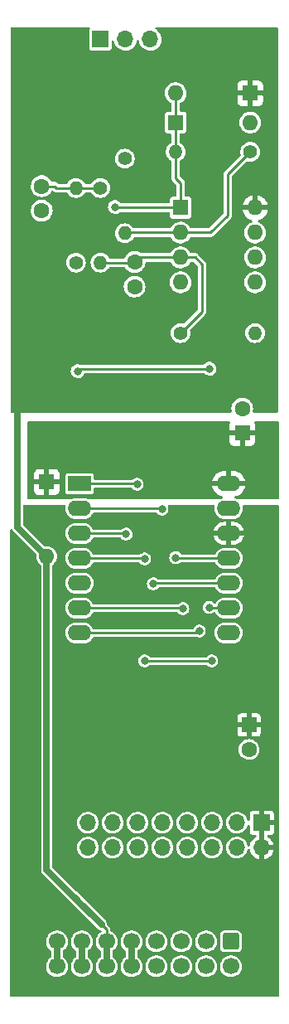
<source format=gtl>
%TF.GenerationSoftware,KiCad,Pcbnew,(6.0.1)*%
%TF.CreationDate,2022-10-17T21:59:08-04:00*%
%TF.ProjectId,ER-VCO-03-DB,45522d56-434f-42d3-9033-2d44422e6b69,1*%
%TF.SameCoordinates,Original*%
%TF.FileFunction,Copper,L1,Top*%
%TF.FilePolarity,Positive*%
%FSLAX46Y46*%
G04 Gerber Fmt 4.6, Leading zero omitted, Abs format (unit mm)*
G04 Created by KiCad (PCBNEW (6.0.1)) date 2022-10-17 21:59:08*
%MOMM*%
%LPD*%
G01*
G04 APERTURE LIST*
G04 Aperture macros list*
%AMRoundRect*
0 Rectangle with rounded corners*
0 $1 Rounding radius*
0 $2 $3 $4 $5 $6 $7 $8 $9 X,Y pos of 4 corners*
0 Add a 4 corners polygon primitive as box body*
4,1,4,$2,$3,$4,$5,$6,$7,$8,$9,$2,$3,0*
0 Add four circle primitives for the rounded corners*
1,1,$1+$1,$2,$3*
1,1,$1+$1,$4,$5*
1,1,$1+$1,$6,$7*
1,1,$1+$1,$8,$9*
0 Add four rect primitives between the rounded corners*
20,1,$1+$1,$2,$3,$4,$5,0*
20,1,$1+$1,$4,$5,$6,$7,0*
20,1,$1+$1,$6,$7,$8,$9,0*
20,1,$1+$1,$8,$9,$2,$3,0*%
G04 Aperture macros list end*
%TA.AperFunction,ComponentPad*%
%ADD10R,1.600000X1.600000*%
%TD*%
%TA.AperFunction,ComponentPad*%
%ADD11C,1.600000*%
%TD*%
%TA.AperFunction,ComponentPad*%
%ADD12O,1.600000X1.600000*%
%TD*%
%TA.AperFunction,ComponentPad*%
%ADD13R,1.700000X1.700000*%
%TD*%
%TA.AperFunction,ComponentPad*%
%ADD14O,1.700000X1.700000*%
%TD*%
%TA.AperFunction,ComponentPad*%
%ADD15C,1.400000*%
%TD*%
%TA.AperFunction,ComponentPad*%
%ADD16O,1.400000X1.400000*%
%TD*%
%TA.AperFunction,ComponentPad*%
%ADD17RoundRect,0.250000X-0.600000X0.600000X-0.600000X-0.600000X0.600000X-0.600000X0.600000X0.600000X0*%
%TD*%
%TA.AperFunction,ComponentPad*%
%ADD18C,1.700000*%
%TD*%
%TA.AperFunction,ComponentPad*%
%ADD19R,2.400000X1.600000*%
%TD*%
%TA.AperFunction,ComponentPad*%
%ADD20O,2.400000X1.600000*%
%TD*%
%TA.AperFunction,ViaPad*%
%ADD21C,0.800000*%
%TD*%
%TA.AperFunction,Conductor*%
%ADD22C,0.635000*%
%TD*%
%TA.AperFunction,Conductor*%
%ADD23C,0.250000*%
%TD*%
G04 APERTURE END LIST*
D10*
%TO.P,C11,1*%
%TO.N,+5VD*%
X75000000Y-47205113D03*
D11*
%TO.P,C11,2*%
%TO.N,GND*%
X75000000Y-44705113D03*
%TD*%
D10*
%TO.P,C9,1*%
%TO.N,+3V3*%
X75692000Y-77026888D03*
D11*
%TO.P,C9,2*%
%TO.N,GND*%
X75692000Y-79526888D03*
%TD*%
D10*
%TO.P,D1,1,K*%
%TO.N,/AUD_OUT*%
X68190000Y-15500000D03*
D12*
%TO.P,D1,2,A*%
%TO.N,GND*%
X75810000Y-15500000D03*
%TD*%
D13*
%TO.P,J1,1,Pin_1*%
%TO.N,+3V3*%
X77000000Y-87000000D03*
D14*
%TO.P,J1,2,Pin_2*%
X77000000Y-89540000D03*
%TO.P,J1,3,Pin_3*%
%TO.N,unconnected-(J1-Pad3)*%
X74460000Y-87000000D03*
%TO.P,J1,4,Pin_4*%
%TO.N,/OCT_DN_PB*%
X74460000Y-89540000D03*
%TO.P,J1,5,Pin_5*%
%TO.N,/MOD_POT*%
X71920000Y-87000000D03*
%TO.P,J1,6,Pin_6*%
%TO.N,/OCT_UP_PB*%
X71920000Y-89540000D03*
%TO.P,J1,7,Pin_7*%
%TO.N,/GATE_CTL*%
X69380000Y-87000000D03*
%TO.P,J1,8,Pin_8*%
%TO.N,/MODE_UP_PB*%
X69380000Y-89540000D03*
%TO.P,J1,9,Pin_9*%
%TO.N,/FREQ_POT*%
X66840000Y-87000000D03*
%TO.P,J1,10,Pin_10*%
%TO.N,/MODE_DN_PB*%
X66840000Y-89540000D03*
%TO.P,J1,11,Pin_11*%
%TO.N,/VPEROCT_CV*%
X64300000Y-87000000D03*
%TO.P,J1,12,Pin_12*%
%TO.N,/MOD_CV*%
X64300000Y-89540000D03*
%TO.P,J1,13,Pin_13*%
%TO.N,/AUD_OUT*%
X61760000Y-87000000D03*
%TO.P,J1,14,Pin_14*%
%TO.N,/TIMBRE_PB*%
X61760000Y-89540000D03*
%TO.P,J1,15,Pin_15*%
%TO.N,GND*%
X59220000Y-87000000D03*
%TO.P,J1,16,Pin_16*%
X59220000Y-89540000D03*
%TD*%
D15*
%TO.P,R3,1*%
%TO.N,Net-(R2-Pad2)*%
X75810000Y-18500000D03*
D16*
%TO.P,R3,2*%
%TO.N,/AUD_OUT*%
X68190000Y-18500000D03*
%TD*%
D11*
%TO.P,C2,1*%
%TO.N,Net-(C2-Pad1)*%
X54500000Y-22000000D03*
%TO.P,C2,2*%
%TO.N,GND*%
X54500000Y-24500000D03*
%TD*%
D15*
%TO.P,R5,1*%
%TO.N,Net-(C2-Pad1)*%
X60500000Y-22190000D03*
D16*
%TO.P,R5,2*%
%TO.N,/PRE_FILT*%
X60500000Y-29810000D03*
%TD*%
D10*
%TO.P,D2,1,K*%
%TO.N,+5V*%
X75810000Y-12500000D03*
D12*
%TO.P,D2,2,A*%
%TO.N,/AUD_OUT*%
X68190000Y-12500000D03*
%TD*%
D10*
%TO.P,U1,1*%
%TO.N,/AUD_OUT*%
X68700000Y-24200000D03*
D12*
%TO.P,U1,2,-*%
%TO.N,Net-(R2-Pad2)*%
X68700000Y-26740000D03*
%TO.P,U1,3,+*%
%TO.N,/PRE_FILT*%
X68700000Y-29280000D03*
%TO.P,U1,4,V-*%
%TO.N,GND*%
X68700000Y-31820000D03*
%TO.P,U1,5,+*%
X76320000Y-31820000D03*
%TO.P,U1,6,-*%
%TO.N,unconnected-(U1-Pad6)*%
X76320000Y-29280000D03*
%TO.P,U1,7*%
%TO.N,unconnected-(U1-Pad7)*%
X76320000Y-26740000D03*
%TO.P,U1,8,V+*%
%TO.N,+5V*%
X76320000Y-24200000D03*
%TD*%
D10*
%TO.P,D3,1,K*%
%TO.N,+5VD*%
X55000000Y-52197000D03*
D12*
%TO.P,D3,2,A*%
%TO.N,+5V*%
X55000000Y-59817000D03*
%TD*%
D11*
%TO.P,C3,1*%
%TO.N,/PRE_FILT*%
X64000000Y-29750000D03*
%TO.P,C3,2*%
%TO.N,GND*%
X64000000Y-32250000D03*
%TD*%
D17*
%TO.P,J5,1,Pin_1*%
%TO.N,unconnected-(J5-Pad1)*%
X73837800Y-99120300D03*
D18*
%TO.P,J5,2,Pin_2*%
%TO.N,unconnected-(J5-Pad2)*%
X73837800Y-101660300D03*
%TO.P,J5,3,Pin_3*%
%TO.N,GND*%
X71297800Y-99120300D03*
%TO.P,J5,4,Pin_4*%
X71297800Y-101660300D03*
%TO.P,J5,5,Pin_5*%
X68757800Y-99120300D03*
%TO.P,J5,6,Pin_6*%
X68757800Y-101660300D03*
%TO.P,J5,7,Pin_7*%
X66217800Y-99120300D03*
%TO.P,J5,8,Pin_8*%
X66217800Y-101660300D03*
%TO.P,J5,9,Pin_9*%
%TO.N,+12V*%
X63677800Y-99120300D03*
%TO.P,J5,10,Pin_10*%
X63677800Y-101660300D03*
%TO.P,J5,11,Pin_11*%
%TO.N,+5V*%
X61137800Y-99120300D03*
%TO.P,J5,12,Pin_12*%
X61137800Y-101660300D03*
%TO.P,J5,13,Pin_13*%
%TO.N,/CV*%
X58597800Y-99120300D03*
%TO.P,J5,14,Pin_14*%
X58597800Y-101660300D03*
%TO.P,J5,15,Pin_15*%
%TO.N,/GATE*%
X56057800Y-99120300D03*
%TO.P,J5,16,Pin_16*%
X56057800Y-101660300D03*
%TD*%
D19*
%TO.P,U2,1,D0/P26*%
%TO.N,/VPEROCT_CV*%
X58380000Y-52380000D03*
D20*
%TO.P,U2,2,D1/P27*%
%TO.N,/FREQ_POT*%
X58380000Y-54920000D03*
%TO.P,U2,3,D2/P28*%
%TO.N,/MOD_CV*%
X58380000Y-57460000D03*
%TO.P,U2,4,D3/P29*%
%TO.N,/MOD_POT*%
X58380000Y-60000000D03*
%TO.P,U2,5,D4/SDA/P6*%
%TO.N,/TIMBRE_PB*%
X58380000Y-62540000D03*
%TO.P,U2,6,D5/SCL/P7*%
%TO.N,/GATE_CTL*%
X58380000Y-65080000D03*
%TO.P,U2,7,D6/TX/P0*%
%TO.N,/OCT_UP_PB*%
X58380000Y-67620000D03*
%TO.P,U2,8,D7/RX/P1*%
%TO.N,/OCT_DN_PB*%
X73620000Y-67620000D03*
%TO.P,U2,9,D8/SCK/P2*%
%TO.N,/WAV*%
X73620000Y-65080000D03*
%TO.P,U2,10,D9/MISO/P4*%
%TO.N,/MODE_DN_PB*%
X73620000Y-62540000D03*
%TO.P,U2,11,D10/MOSI/P3*%
%TO.N,/MODE_UP_PB*%
X73620000Y-60000000D03*
%TO.P,U2,12,3.3V*%
%TO.N,+3V3*%
X73620000Y-57460000D03*
%TO.P,U2,13,GND*%
%TO.N,GND*%
X73620000Y-54920000D03*
%TO.P,U2,14,5V*%
%TO.N,+5VD*%
X73620000Y-52380000D03*
%TD*%
D15*
%TO.P,R2,1*%
%TO.N,GND*%
X63000000Y-19190000D03*
D16*
%TO.P,R2,2*%
%TO.N,Net-(R2-Pad2)*%
X63000000Y-26810000D03*
%TD*%
D15*
%TO.P,R6,1*%
%TO.N,/PRE_FILT*%
X68690000Y-37000000D03*
D16*
%TO.P,R6,2*%
%TO.N,GND*%
X76310000Y-37000000D03*
%TD*%
D15*
%TO.P,R4,1*%
%TO.N,/WAV*%
X58000000Y-29810000D03*
D16*
%TO.P,R4,2*%
%TO.N,Net-(C2-Pad1)*%
X58000000Y-22190000D03*
%TD*%
D13*
%TO.P,J2,1,Pin_1*%
%TO.N,GND*%
X60500000Y-7000000D03*
D14*
%TO.P,J2,2,Pin_2*%
X63040000Y-7000000D03*
%TO.P,J2,3,Pin_3*%
X65580000Y-7000000D03*
%TD*%
D21*
%TO.N,/GATE_CTL*%
X68929989Y-65151000D03*
%TO.N,/FREQ_POT*%
X66802000Y-54991000D03*
%TO.N,/VPEROCT_CV*%
X64262000Y-52451000D03*
%TO.N,/MOD_POT*%
X65024500Y-70485000D03*
X71882000Y-70485000D03*
X65024500Y-60071000D03*
%TO.N,/MOD_CV*%
X63119000Y-57531000D03*
%TO.N,/AUD_OUT*%
X61976000Y-24130000D03*
%TO.N,/MODE_UP_PB*%
X68199000Y-59944000D03*
%TO.N,/MODE_DN_PB*%
X65913000Y-62611000D03*
%TO.N,/OCT_UP_PB*%
X70612000Y-67437000D03*
%TO.N,/WAV*%
X71628000Y-65024000D03*
X71628000Y-40640000D03*
X58166000Y-40894000D03*
%TD*%
D22*
%TO.N,+5V*%
X57610400Y-94389600D02*
X60610400Y-97389600D01*
X54999992Y-59817000D02*
X54999992Y-91779192D01*
D23*
X61137800Y-97917000D02*
X60610400Y-97389600D01*
D22*
X51999998Y-56817006D02*
X54999992Y-59817000D01*
D23*
X60610400Y-97389600D02*
X58110400Y-94889600D01*
X61137800Y-99120300D02*
X61137800Y-97917000D01*
D22*
X57610400Y-94389600D02*
X58110400Y-94889600D01*
X54999992Y-91779192D02*
X57610400Y-94389600D01*
X51999998Y-44500013D02*
X51999998Y-56817006D01*
X61137800Y-101660300D02*
X61137800Y-99120300D01*
D23*
%TO.N,/GATE_CTL*%
X68929989Y-65151000D02*
X68858989Y-65080000D01*
X68858989Y-65080000D02*
X58380000Y-65080000D01*
%TO.N,/FREQ_POT*%
X66731000Y-54920000D02*
X58380000Y-54920000D01*
X66802000Y-54991000D02*
X66731000Y-54920000D01*
%TO.N,/VPEROCT_CV*%
X64191000Y-52380000D02*
X58380000Y-52380000D01*
X64262000Y-52451000D02*
X64191000Y-52380000D01*
%TO.N,/MOD_POT*%
X64953500Y-60000000D02*
X58380000Y-60000000D01*
X71882000Y-70485000D02*
X65024500Y-70485000D01*
X65024500Y-60071000D02*
X64953500Y-60000000D01*
%TO.N,/MOD_CV*%
X63119000Y-57531000D02*
X63048000Y-57460000D01*
X63048000Y-57460000D02*
X58380000Y-57460000D01*
%TO.N,/PRE_FILT*%
X70866000Y-34824000D02*
X70866000Y-29972000D01*
X70174000Y-29280000D02*
X68700000Y-29280000D01*
X68700000Y-29280000D02*
X64470000Y-29280000D01*
X60500000Y-29810000D02*
X63940000Y-29810000D01*
X70866000Y-29972000D02*
X70174000Y-29280000D01*
X68690000Y-37000000D02*
X70866000Y-34824000D01*
%TO.N,/AUD_OUT*%
X61976000Y-24130000D02*
X62046000Y-24200000D01*
X68190000Y-21190000D02*
X68190000Y-18500000D01*
X62046000Y-24200000D02*
X68700000Y-24200000D01*
X68700000Y-24200000D02*
X68700000Y-21700000D01*
X68190000Y-15500000D02*
X68190000Y-18500000D01*
X68190000Y-12500000D02*
X68190000Y-15500000D01*
X68700000Y-21700000D02*
X68190000Y-21190000D01*
%TO.N,/MODE_UP_PB*%
X68255000Y-60000000D02*
X73620000Y-60000000D01*
X68199000Y-59944000D02*
X68255000Y-60000000D01*
%TO.N,/MODE_DN_PB*%
X65913000Y-62611000D02*
X65984000Y-62540000D01*
X65984000Y-62540000D02*
X73620000Y-62540000D01*
D22*
%TO.N,+12V*%
X63677800Y-101660300D02*
X63677800Y-99120300D01*
D23*
%TO.N,/OCT_UP_PB*%
X70612000Y-67437000D02*
X70429000Y-67620000D01*
X70429000Y-67620000D02*
X58380000Y-67620000D01*
%TO.N,/WAV*%
X71628000Y-40640000D02*
X58420000Y-40640000D01*
X71684000Y-65080000D02*
X71628000Y-65024000D01*
X58420000Y-40640000D02*
X58166000Y-40894000D01*
X73620000Y-65080000D02*
X71684000Y-65080000D01*
%TO.N,Net-(R2-Pad2)*%
X73500000Y-25000000D02*
X73500000Y-20810000D01*
X68700000Y-26740000D02*
X63070000Y-26740000D01*
X73500000Y-20810000D02*
X75810000Y-18500000D01*
X68700000Y-26740000D02*
X71760000Y-26740000D01*
X71760000Y-26740000D02*
X73500000Y-25000000D01*
%TO.N,Net-(C2-Pad1)*%
X55972000Y-22190000D02*
X55782000Y-22000000D01*
X60500000Y-22190000D02*
X58000000Y-22190000D01*
X54500000Y-22000000D02*
X55782000Y-22000000D01*
X58000000Y-22190000D02*
X55972000Y-22190000D01*
D22*
%TO.N,/CV*%
X58597800Y-101660300D02*
X58597800Y-99120300D01*
%TO.N,/GATE*%
X56057800Y-101660300D02*
X56057800Y-99120300D01*
%TD*%
%TA.AperFunction,Conductor*%
%TO.N,+5V*%
G36*
X59376182Y-5776002D02*
G01*
X59422675Y-5829658D01*
X59432779Y-5899932D01*
X59407252Y-5955827D01*
X59408521Y-5956696D01*
X59403517Y-5964005D01*
X59403285Y-5964512D01*
X59402847Y-5964983D01*
X59401949Y-5966295D01*
X59393730Y-5974528D01*
X59347742Y-6078549D01*
X59344700Y-6104642D01*
X59344700Y-7895358D01*
X59345834Y-7904890D01*
X59346685Y-7912040D01*
X59347867Y-7921978D01*
X59394036Y-8025919D01*
X59425292Y-8057120D01*
X59466295Y-8098052D01*
X59466297Y-8098053D01*
X59474528Y-8106270D01*
X59578549Y-8152258D01*
X59604642Y-8155300D01*
X61395358Y-8155300D01*
X61406252Y-8154004D01*
X61412593Y-8153250D01*
X61412596Y-8153249D01*
X61421978Y-8152133D01*
X61525919Y-8105964D01*
X61571862Y-8059940D01*
X61598052Y-8033705D01*
X61598053Y-8033703D01*
X61606270Y-8025472D01*
X61652258Y-7921451D01*
X61655300Y-7895358D01*
X61655300Y-7249480D01*
X61675302Y-7181359D01*
X61728958Y-7134866D01*
X61799232Y-7124762D01*
X61863812Y-7154256D01*
X61903423Y-7218465D01*
X61946301Y-7387299D01*
X62035195Y-7580124D01*
X62157740Y-7753521D01*
X62309832Y-7901683D01*
X62314628Y-7904888D01*
X62314631Y-7904890D01*
X62353136Y-7930618D01*
X62486377Y-8019647D01*
X62491685Y-8021928D01*
X62491686Y-8021928D01*
X62676160Y-8101184D01*
X62676163Y-8101185D01*
X62681463Y-8103462D01*
X62687092Y-8104736D01*
X62687093Y-8104736D01*
X62882921Y-8149048D01*
X62882924Y-8149048D01*
X62888557Y-8150323D01*
X62894328Y-8150550D01*
X62894330Y-8150550D01*
X62959086Y-8153094D01*
X63100723Y-8158659D01*
X63205789Y-8143425D01*
X63305141Y-8129020D01*
X63305146Y-8129019D01*
X63310855Y-8128191D01*
X63316319Y-8126336D01*
X63316324Y-8126335D01*
X63506448Y-8061796D01*
X63511916Y-8059940D01*
X63697172Y-7956192D01*
X63738944Y-7921451D01*
X63855982Y-7824111D01*
X63860420Y-7820420D01*
X63996192Y-7657172D01*
X64099940Y-7471916D01*
X64168191Y-7270855D01*
X64169019Y-7265146D01*
X64169020Y-7265141D01*
X64180334Y-7187105D01*
X64183287Y-7166738D01*
X64212857Y-7102193D01*
X64272628Y-7063881D01*
X64343625Y-7063965D01*
X64403305Y-7102420D01*
X64432722Y-7167036D01*
X64433565Y-7175147D01*
X64433658Y-7175733D01*
X64434036Y-7181503D01*
X64486301Y-7387299D01*
X64575195Y-7580124D01*
X64697740Y-7753521D01*
X64849832Y-7901683D01*
X64854628Y-7904888D01*
X64854631Y-7904890D01*
X64893136Y-7930618D01*
X65026377Y-8019647D01*
X65031685Y-8021928D01*
X65031686Y-8021928D01*
X65216160Y-8101184D01*
X65216163Y-8101185D01*
X65221463Y-8103462D01*
X65227092Y-8104736D01*
X65227093Y-8104736D01*
X65422921Y-8149048D01*
X65422924Y-8149048D01*
X65428557Y-8150323D01*
X65434328Y-8150550D01*
X65434330Y-8150550D01*
X65499086Y-8153094D01*
X65640723Y-8158659D01*
X65745789Y-8143425D01*
X65845141Y-8129020D01*
X65845146Y-8129019D01*
X65850855Y-8128191D01*
X65856319Y-8126336D01*
X65856324Y-8126335D01*
X66046448Y-8061796D01*
X66051916Y-8059940D01*
X66237172Y-7956192D01*
X66278944Y-7921451D01*
X66395982Y-7824111D01*
X66400420Y-7820420D01*
X66536192Y-7657172D01*
X66639940Y-7471916D01*
X66708191Y-7270855D01*
X66709019Y-7265146D01*
X66709020Y-7265141D01*
X66738126Y-7064397D01*
X66738659Y-7060723D01*
X66740249Y-7000000D01*
X66725092Y-6835041D01*
X66721350Y-6794315D01*
X66721349Y-6794312D01*
X66720821Y-6788561D01*
X66663186Y-6584204D01*
X66569275Y-6393772D01*
X66442233Y-6223642D01*
X66317462Y-6108305D01*
X66290555Y-6083432D01*
X66290552Y-6083430D01*
X66286315Y-6079513D01*
X66142166Y-5988562D01*
X66095227Y-5935295D01*
X66084538Y-5865108D01*
X66113492Y-5800284D01*
X66172897Y-5761404D01*
X66209401Y-5756000D01*
X78569200Y-5756000D01*
X78637321Y-5776002D01*
X78683814Y-5829658D01*
X78695200Y-5882000D01*
X78695200Y-44992000D01*
X78675198Y-45060121D01*
X78621542Y-45106614D01*
X78569200Y-45118000D01*
X76201738Y-45118000D01*
X76133617Y-45097998D01*
X76087124Y-45044342D01*
X76077020Y-44974068D01*
X76078302Y-44967378D01*
X76079365Y-44964246D01*
X76108514Y-44763208D01*
X76110035Y-44705113D01*
X76091447Y-44502825D01*
X76036307Y-44307312D01*
X75946460Y-44125121D01*
X75824917Y-43962355D01*
X75806732Y-43945545D01*
X75679986Y-43828382D01*
X75679983Y-43828380D01*
X75675746Y-43824463D01*
X75629207Y-43795099D01*
X75508829Y-43719146D01*
X75508824Y-43719144D01*
X75503945Y-43716065D01*
X75315267Y-43640790D01*
X75116030Y-43601159D01*
X75110255Y-43601083D01*
X75110251Y-43601083D01*
X75008762Y-43599755D01*
X74912908Y-43598500D01*
X74907211Y-43599479D01*
X74907210Y-43599479D01*
X74718399Y-43631923D01*
X74712702Y-43632902D01*
X74522118Y-43703212D01*
X74347538Y-43807076D01*
X74194809Y-43941015D01*
X74069046Y-44100545D01*
X74066357Y-44105656D01*
X74066355Y-44105659D01*
X74056116Y-44125121D01*
X73974461Y-44280321D01*
X73914222Y-44474324D01*
X73890345Y-44676056D01*
X73903631Y-44878761D01*
X73905054Y-44884362D01*
X73905054Y-44884365D01*
X73924513Y-44960985D01*
X73921895Y-45031933D01*
X73881334Y-45090203D01*
X73815710Y-45117294D01*
X73802390Y-45118000D01*
X51430800Y-45118000D01*
X51362679Y-45097998D01*
X51316186Y-45044342D01*
X51304800Y-44992000D01*
X51304800Y-40886560D01*
X57455559Y-40886560D01*
X57474292Y-41056239D01*
X57476901Y-41063370D01*
X57476902Y-41063372D01*
X57508349Y-41149303D01*
X57532958Y-41216551D01*
X57628170Y-41358242D01*
X57633782Y-41363349D01*
X57633785Y-41363352D01*
X57748811Y-41468018D01*
X57748815Y-41468021D01*
X57754432Y-41473132D01*
X57761109Y-41476757D01*
X57761110Y-41476758D01*
X57784000Y-41489186D01*
X57904455Y-41554588D01*
X58069577Y-41597907D01*
X58156592Y-41599274D01*
X58232666Y-41600469D01*
X58232669Y-41600469D01*
X58240265Y-41600588D01*
X58247669Y-41598892D01*
X58247671Y-41598892D01*
X58309992Y-41584619D01*
X58406667Y-41562477D01*
X58559174Y-41485774D01*
X58564945Y-41480845D01*
X58564948Y-41480843D01*
X58683210Y-41379837D01*
X58683211Y-41379836D01*
X58688982Y-41374907D01*
X58788598Y-41236276D01*
X58796528Y-41216551D01*
X58823561Y-41149303D01*
X58867528Y-41093559D01*
X58940468Y-41070300D01*
X71004390Y-41070300D01*
X71072511Y-41090302D01*
X71089464Y-41105018D01*
X71090170Y-41104242D01*
X71210811Y-41214018D01*
X71210815Y-41214021D01*
X71216432Y-41219132D01*
X71223109Y-41222757D01*
X71223110Y-41222758D01*
X71246000Y-41235186D01*
X71366455Y-41300588D01*
X71531577Y-41343907D01*
X71618592Y-41345274D01*
X71694666Y-41346469D01*
X71694669Y-41346469D01*
X71702265Y-41346588D01*
X71709669Y-41344892D01*
X71709671Y-41344892D01*
X71771992Y-41330619D01*
X71868667Y-41308477D01*
X72021174Y-41231774D01*
X72026945Y-41226845D01*
X72026948Y-41226843D01*
X72145210Y-41125837D01*
X72145211Y-41125836D01*
X72150982Y-41120907D01*
X72250598Y-40982276D01*
X72289076Y-40886560D01*
X72311436Y-40830939D01*
X72311437Y-40830937D01*
X72314271Y-40823886D01*
X72338324Y-40654879D01*
X72338480Y-40640000D01*
X72317971Y-40470527D01*
X72257630Y-40310837D01*
X72253331Y-40304582D01*
X72253329Y-40304578D01*
X72165241Y-40176410D01*
X72165240Y-40176408D01*
X72160939Y-40170151D01*
X72154705Y-40164596D01*
X72039152Y-40061643D01*
X72033481Y-40056590D01*
X72025523Y-40052376D01*
X71889322Y-39980262D01*
X71889321Y-39980261D01*
X71882613Y-39976710D01*
X71717047Y-39935122D01*
X71709449Y-39935082D01*
X71709447Y-39935082D01*
X71635658Y-39934696D01*
X71546339Y-39934229D01*
X71538960Y-39936001D01*
X71538956Y-39936001D01*
X71387726Y-39972308D01*
X71387722Y-39972309D01*
X71380347Y-39974080D01*
X71228651Y-40052376D01*
X71222929Y-40057368D01*
X71222927Y-40057369D01*
X71105734Y-40159602D01*
X71105731Y-40159605D01*
X71100010Y-40164596D01*
X71097187Y-40168613D01*
X71037714Y-40205251D01*
X71004527Y-40209700D01*
X58453011Y-40209700D01*
X58438202Y-40208827D01*
X58415684Y-40206162D01*
X58406331Y-40205055D01*
X58397067Y-40206747D01*
X58397062Y-40206747D01*
X58382316Y-40209440D01*
X58328987Y-40207694D01*
X58262418Y-40190973D01*
X58262414Y-40190972D01*
X58255047Y-40189122D01*
X58247449Y-40189082D01*
X58247447Y-40189082D01*
X58173658Y-40188696D01*
X58084339Y-40188229D01*
X58076960Y-40190001D01*
X58076956Y-40190001D01*
X57925726Y-40226308D01*
X57925722Y-40226309D01*
X57918347Y-40228080D01*
X57766651Y-40306376D01*
X57760929Y-40311368D01*
X57760927Y-40311369D01*
X57643737Y-40413600D01*
X57638010Y-40418596D01*
X57539852Y-40558262D01*
X57537093Y-40565337D01*
X57537092Y-40565340D01*
X57503791Y-40650754D01*
X57477841Y-40717311D01*
X57476849Y-40724844D01*
X57476849Y-40724845D01*
X57462882Y-40830939D01*
X57455559Y-40886560D01*
X51304800Y-40886560D01*
X51304800Y-32220943D01*
X62890345Y-32220943D01*
X62903631Y-32423648D01*
X62905052Y-32429244D01*
X62905053Y-32429249D01*
X62933412Y-32540910D01*
X62953635Y-32620537D01*
X63038681Y-32805017D01*
X63155923Y-32970910D01*
X63301432Y-33112659D01*
X63306228Y-33115864D01*
X63306231Y-33115866D01*
X63444375Y-33208171D01*
X63470337Y-33225518D01*
X63475640Y-33227796D01*
X63475643Y-33227798D01*
X63560062Y-33264067D01*
X63656980Y-33305706D01*
X63729381Y-33322088D01*
X63849474Y-33349263D01*
X63849479Y-33349264D01*
X63855111Y-33350538D01*
X63860882Y-33350765D01*
X63860884Y-33350765D01*
X63919801Y-33353080D01*
X64058095Y-33358514D01*
X64176121Y-33341401D01*
X64253411Y-33330195D01*
X64253415Y-33330194D01*
X64259133Y-33329365D01*
X64264605Y-33327507D01*
X64264607Y-33327507D01*
X64446028Y-33265922D01*
X64446030Y-33265921D01*
X64451492Y-33264067D01*
X64628731Y-33164809D01*
X64784913Y-33034913D01*
X64874094Y-32927685D01*
X64911118Y-32883169D01*
X64914809Y-32878731D01*
X65014067Y-32701492D01*
X65015922Y-32696028D01*
X65077507Y-32514607D01*
X65077507Y-32514605D01*
X65079365Y-32509133D01*
X65087480Y-32453169D01*
X65107981Y-32311769D01*
X65108514Y-32308095D01*
X65110035Y-32250000D01*
X65091447Y-32047712D01*
X65036307Y-31852199D01*
X65006099Y-31790943D01*
X67590345Y-31790943D01*
X67603631Y-31993648D01*
X67605052Y-31999244D01*
X67605053Y-31999249D01*
X67626732Y-32084607D01*
X67653635Y-32190537D01*
X67738681Y-32375017D01*
X67855923Y-32540910D01*
X68001432Y-32682659D01*
X68006228Y-32685864D01*
X68006231Y-32685866D01*
X68144375Y-32778171D01*
X68170337Y-32795518D01*
X68175640Y-32797796D01*
X68175643Y-32797798D01*
X68260062Y-32834067D01*
X68356980Y-32875706D01*
X68429381Y-32892088D01*
X68549474Y-32919263D01*
X68549479Y-32919264D01*
X68555111Y-32920538D01*
X68560882Y-32920765D01*
X68560884Y-32920765D01*
X68619801Y-32923080D01*
X68758095Y-32928514D01*
X68876121Y-32911401D01*
X68953411Y-32900195D01*
X68953415Y-32900194D01*
X68959133Y-32899365D01*
X68964605Y-32897507D01*
X68964607Y-32897507D01*
X69146028Y-32835922D01*
X69146030Y-32835921D01*
X69151492Y-32834067D01*
X69328731Y-32734809D01*
X69484913Y-32604913D01*
X69614809Y-32448731D01*
X69714067Y-32271492D01*
X69729269Y-32226709D01*
X69777507Y-32084607D01*
X69777507Y-32084605D01*
X69779365Y-32079133D01*
X69787222Y-32024948D01*
X69807981Y-31881769D01*
X69808514Y-31878095D01*
X69810035Y-31820000D01*
X69791447Y-31617712D01*
X69736307Y-31422199D01*
X69646460Y-31240008D01*
X69524917Y-31077242D01*
X69506732Y-31060432D01*
X69379986Y-30943269D01*
X69379983Y-30943267D01*
X69375746Y-30939350D01*
X69329207Y-30909986D01*
X69208829Y-30834033D01*
X69208824Y-30834031D01*
X69203945Y-30830952D01*
X69015267Y-30755677D01*
X68816030Y-30716046D01*
X68810255Y-30715970D01*
X68810251Y-30715970D01*
X68708762Y-30714642D01*
X68612908Y-30713387D01*
X68607211Y-30714366D01*
X68607210Y-30714366D01*
X68418399Y-30746810D01*
X68412702Y-30747789D01*
X68222118Y-30818099D01*
X68217157Y-30821051D01*
X68217156Y-30821051D01*
X68203182Y-30829365D01*
X68047538Y-30921963D01*
X67894809Y-31055902D01*
X67769046Y-31215432D01*
X67766357Y-31220543D01*
X67766355Y-31220546D01*
X67743476Y-31264033D01*
X67674461Y-31395208D01*
X67614222Y-31589211D01*
X67590345Y-31790943D01*
X65006099Y-31790943D01*
X64946460Y-31670008D01*
X64824917Y-31507242D01*
X64806732Y-31490432D01*
X64679986Y-31373269D01*
X64679983Y-31373267D01*
X64675746Y-31369350D01*
X64629207Y-31339986D01*
X64508829Y-31264033D01*
X64508824Y-31264031D01*
X64503945Y-31260952D01*
X64315267Y-31185677D01*
X64116030Y-31146046D01*
X64110255Y-31145970D01*
X64110251Y-31145970D01*
X64008762Y-31144642D01*
X63912908Y-31143387D01*
X63907211Y-31144366D01*
X63907210Y-31144366D01*
X63718399Y-31176810D01*
X63712702Y-31177789D01*
X63522118Y-31248099D01*
X63347538Y-31351963D01*
X63194809Y-31485902D01*
X63069046Y-31645432D01*
X63066357Y-31650543D01*
X63066355Y-31650546D01*
X63056116Y-31670008D01*
X62974461Y-31825208D01*
X62914222Y-32019211D01*
X62890345Y-32220943D01*
X51304800Y-32220943D01*
X51304800Y-29795896D01*
X56989934Y-29795896D01*
X57006432Y-29992354D01*
X57008131Y-29998279D01*
X57058989Y-30175643D01*
X57060773Y-30181866D01*
X57063592Y-30187351D01*
X57148072Y-30351732D01*
X57148075Y-30351737D01*
X57150890Y-30357214D01*
X57273349Y-30511719D01*
X57278042Y-30515713D01*
X57278043Y-30515714D01*
X57391954Y-30612659D01*
X57423486Y-30639495D01*
X57595582Y-30735677D01*
X57783082Y-30796599D01*
X57978845Y-30819942D01*
X57984980Y-30819470D01*
X57984982Y-30819470D01*
X58169272Y-30805290D01*
X58169277Y-30805289D01*
X58175413Y-30804817D01*
X58181343Y-30803161D01*
X58181345Y-30803161D01*
X58321364Y-30764067D01*
X58365300Y-30751800D01*
X58370800Y-30749022D01*
X58535772Y-30665689D01*
X58535774Y-30665688D01*
X58541273Y-30662910D01*
X58696629Y-30541532D01*
X58825450Y-30392291D01*
X58900431Y-30260302D01*
X58919785Y-30226234D01*
X58919787Y-30226229D01*
X58922831Y-30220871D01*
X58985061Y-30033800D01*
X59009770Y-29838205D01*
X59010164Y-29810000D01*
X59008781Y-29795896D01*
X59489934Y-29795896D01*
X59506432Y-29992354D01*
X59508131Y-29998279D01*
X59558989Y-30175643D01*
X59560773Y-30181866D01*
X59563592Y-30187351D01*
X59648072Y-30351732D01*
X59648075Y-30351737D01*
X59650890Y-30357214D01*
X59773349Y-30511719D01*
X59778042Y-30515713D01*
X59778043Y-30515714D01*
X59891954Y-30612659D01*
X59923486Y-30639495D01*
X60095582Y-30735677D01*
X60283082Y-30796599D01*
X60478845Y-30819942D01*
X60484980Y-30819470D01*
X60484982Y-30819470D01*
X60669272Y-30805290D01*
X60669277Y-30805289D01*
X60675413Y-30804817D01*
X60681343Y-30803161D01*
X60681345Y-30803161D01*
X60821364Y-30764067D01*
X60865300Y-30751800D01*
X60870800Y-30749022D01*
X61035772Y-30665689D01*
X61035774Y-30665688D01*
X61041273Y-30662910D01*
X61196629Y-30541532D01*
X61325450Y-30392291D01*
X61375571Y-30304063D01*
X61426611Y-30254712D01*
X61485127Y-30240300D01*
X62929181Y-30240300D01*
X62997302Y-30260302D01*
X63037505Y-30302466D01*
X63038681Y-30305017D01*
X63155923Y-30470910D01*
X63301432Y-30612659D01*
X63306228Y-30615864D01*
X63306231Y-30615866D01*
X63444375Y-30708171D01*
X63470337Y-30725518D01*
X63475640Y-30727796D01*
X63475643Y-30727798D01*
X63651056Y-30803161D01*
X63656980Y-30805706D01*
X63702920Y-30816101D01*
X63849474Y-30849263D01*
X63849479Y-30849264D01*
X63855111Y-30850538D01*
X63860882Y-30850765D01*
X63860884Y-30850765D01*
X63919801Y-30853080D01*
X64058095Y-30858514D01*
X64176121Y-30841401D01*
X64253411Y-30830195D01*
X64253415Y-30830194D01*
X64259133Y-30829365D01*
X64264605Y-30827507D01*
X64264607Y-30827507D01*
X64446028Y-30765922D01*
X64446030Y-30765921D01*
X64451492Y-30764067D01*
X64628731Y-30664809D01*
X64655555Y-30642500D01*
X64772393Y-30545326D01*
X64784913Y-30534913D01*
X64914809Y-30378731D01*
X64925655Y-30359365D01*
X64956625Y-30304063D01*
X65014067Y-30201492D01*
X65022842Y-30175643D01*
X65077507Y-30014607D01*
X65077507Y-30014605D01*
X65079365Y-30009133D01*
X65080558Y-30000910D01*
X65107046Y-29818220D01*
X65136616Y-29753674D01*
X65196388Y-29715362D01*
X65231742Y-29710300D01*
X67600528Y-29710300D01*
X67668649Y-29730302D01*
X67714954Y-29783549D01*
X67732996Y-29822685D01*
X67738681Y-29835017D01*
X67855923Y-30000910D01*
X68001432Y-30142659D01*
X68006228Y-30145864D01*
X68006231Y-30145866D01*
X68144375Y-30238171D01*
X68170337Y-30255518D01*
X68175640Y-30257796D01*
X68175643Y-30257798D01*
X68285549Y-30305017D01*
X68356980Y-30335706D01*
X68427805Y-30351732D01*
X68549474Y-30379263D01*
X68549479Y-30379264D01*
X68555111Y-30380538D01*
X68560882Y-30380765D01*
X68560884Y-30380765D01*
X68619801Y-30383080D01*
X68758095Y-30388514D01*
X68876121Y-30371401D01*
X68953411Y-30360195D01*
X68953415Y-30360194D01*
X68959133Y-30359365D01*
X68964605Y-30357507D01*
X68964607Y-30357507D01*
X69146028Y-30295922D01*
X69146030Y-30295921D01*
X69151492Y-30294067D01*
X69292645Y-30215018D01*
X69323694Y-30197630D01*
X69323695Y-30197629D01*
X69328731Y-30194809D01*
X69351776Y-30175643D01*
X69480481Y-30068599D01*
X69484913Y-30064913D01*
X69614809Y-29908731D01*
X69620057Y-29899361D01*
X69655508Y-29836057D01*
X69689851Y-29774733D01*
X69740587Y-29725072D01*
X69799785Y-29710300D01*
X69943574Y-29710300D01*
X70011695Y-29730302D01*
X70032669Y-29747205D01*
X70398795Y-30113331D01*
X70432821Y-30175643D01*
X70435700Y-30202426D01*
X70435700Y-34593574D01*
X70415698Y-34661695D01*
X70398795Y-34682669D01*
X69082696Y-35998768D01*
X69020384Y-36032794D01*
X68956342Y-36030038D01*
X68893122Y-36010468D01*
X68887000Y-36009825D01*
X68886997Y-36009824D01*
X68703181Y-35990505D01*
X68703179Y-35990505D01*
X68697052Y-35989861D01*
X68614586Y-35997366D01*
X68506853Y-36007170D01*
X68506850Y-36007171D01*
X68500714Y-36007729D01*
X68494808Y-36009467D01*
X68494804Y-36009468D01*
X68353547Y-36051042D01*
X68311586Y-36063392D01*
X68136871Y-36154731D01*
X68132071Y-36158591D01*
X68132070Y-36158591D01*
X68098459Y-36185615D01*
X67983225Y-36278265D01*
X67856500Y-36429291D01*
X67853536Y-36434683D01*
X67853533Y-36434687D01*
X67776362Y-36575063D01*
X67761523Y-36602054D01*
X67759662Y-36607921D01*
X67759661Y-36607923D01*
X67757399Y-36615056D01*
X67701911Y-36789975D01*
X67679934Y-36985896D01*
X67696432Y-37182354D01*
X67750773Y-37371866D01*
X67753592Y-37377351D01*
X67838072Y-37541732D01*
X67838075Y-37541737D01*
X67840890Y-37547214D01*
X67963349Y-37701719D01*
X67968042Y-37705713D01*
X67968043Y-37705714D01*
X67992896Y-37726865D01*
X68113486Y-37829495D01*
X68285582Y-37925677D01*
X68473082Y-37986599D01*
X68668845Y-38009942D01*
X68674980Y-38009470D01*
X68674982Y-38009470D01*
X68859272Y-37995290D01*
X68859277Y-37995289D01*
X68865413Y-37994817D01*
X68871343Y-37993161D01*
X68871345Y-37993161D01*
X68960357Y-37968308D01*
X69055300Y-37941800D01*
X69083449Y-37927581D01*
X69225772Y-37855689D01*
X69225774Y-37855688D01*
X69231273Y-37852910D01*
X69386629Y-37731532D01*
X69515450Y-37582291D01*
X69558666Y-37506218D01*
X69609785Y-37416234D01*
X69609787Y-37416229D01*
X69612831Y-37410871D01*
X69675061Y-37223800D01*
X69699770Y-37028205D01*
X69700164Y-37000000D01*
X69698781Y-36985896D01*
X75299934Y-36985896D01*
X75316432Y-37182354D01*
X75370773Y-37371866D01*
X75373592Y-37377351D01*
X75458072Y-37541732D01*
X75458075Y-37541737D01*
X75460890Y-37547214D01*
X75583349Y-37701719D01*
X75588042Y-37705713D01*
X75588043Y-37705714D01*
X75612896Y-37726865D01*
X75733486Y-37829495D01*
X75905582Y-37925677D01*
X76093082Y-37986599D01*
X76288845Y-38009942D01*
X76294980Y-38009470D01*
X76294982Y-38009470D01*
X76479272Y-37995290D01*
X76479277Y-37995289D01*
X76485413Y-37994817D01*
X76491343Y-37993161D01*
X76491345Y-37993161D01*
X76580357Y-37968308D01*
X76675300Y-37941800D01*
X76703449Y-37927581D01*
X76845772Y-37855689D01*
X76845774Y-37855688D01*
X76851273Y-37852910D01*
X77006629Y-37731532D01*
X77135450Y-37582291D01*
X77178666Y-37506218D01*
X77229785Y-37416234D01*
X77229787Y-37416229D01*
X77232831Y-37410871D01*
X77295061Y-37223800D01*
X77319770Y-37028205D01*
X77320164Y-37000000D01*
X77300926Y-36803791D01*
X77243943Y-36615056D01*
X77151387Y-36440984D01*
X77026783Y-36288204D01*
X76874877Y-36162536D01*
X76869460Y-36159607D01*
X76869457Y-36159605D01*
X76706872Y-36071696D01*
X76706868Y-36071694D01*
X76701454Y-36068767D01*
X76695574Y-36066947D01*
X76695572Y-36066946D01*
X76576342Y-36030038D01*
X76513122Y-36010468D01*
X76507004Y-36009825D01*
X76506999Y-36009824D01*
X76323181Y-35990505D01*
X76323179Y-35990505D01*
X76317052Y-35989861D01*
X76234586Y-35997366D01*
X76126853Y-36007170D01*
X76126850Y-36007171D01*
X76120714Y-36007729D01*
X76114808Y-36009467D01*
X76114804Y-36009468D01*
X75973547Y-36051042D01*
X75931586Y-36063392D01*
X75756871Y-36154731D01*
X75752071Y-36158591D01*
X75752070Y-36158591D01*
X75718459Y-36185615D01*
X75603225Y-36278265D01*
X75476500Y-36429291D01*
X75473536Y-36434683D01*
X75473533Y-36434687D01*
X75396362Y-36575063D01*
X75381523Y-36602054D01*
X75379662Y-36607921D01*
X75379661Y-36607923D01*
X75377399Y-36615056D01*
X75321911Y-36789975D01*
X75299934Y-36985896D01*
X69698781Y-36985896D01*
X69680926Y-36803791D01*
X69659546Y-36732976D01*
X69659005Y-36661981D01*
X69691073Y-36607463D01*
X71146919Y-35151617D01*
X71158008Y-35141762D01*
X71175821Y-35127719D01*
X71183218Y-35121888D01*
X71215070Y-35075803D01*
X71217338Y-35072630D01*
X71244982Y-35035203D01*
X71250580Y-35027624D01*
X71252865Y-35021117D01*
X71256786Y-35015444D01*
X71273656Y-34962100D01*
X71274910Y-34958343D01*
X71290330Y-34914433D01*
X71290331Y-34914429D01*
X71293452Y-34905541D01*
X71293723Y-34898648D01*
X71295802Y-34892074D01*
X71296300Y-34885747D01*
X71296300Y-34835533D01*
X71296397Y-34830586D01*
X71298162Y-34785657D01*
X71298532Y-34776248D01*
X71296715Y-34769395D01*
X71296300Y-34761855D01*
X71296300Y-31790943D01*
X75210345Y-31790943D01*
X75223631Y-31993648D01*
X75225052Y-31999244D01*
X75225053Y-31999249D01*
X75246732Y-32084607D01*
X75273635Y-32190537D01*
X75358681Y-32375017D01*
X75475923Y-32540910D01*
X75621432Y-32682659D01*
X75626228Y-32685864D01*
X75626231Y-32685866D01*
X75764375Y-32778171D01*
X75790337Y-32795518D01*
X75795640Y-32797796D01*
X75795643Y-32797798D01*
X75880062Y-32834067D01*
X75976980Y-32875706D01*
X76049381Y-32892088D01*
X76169474Y-32919263D01*
X76169479Y-32919264D01*
X76175111Y-32920538D01*
X76180882Y-32920765D01*
X76180884Y-32920765D01*
X76239801Y-32923080D01*
X76378095Y-32928514D01*
X76496121Y-32911401D01*
X76573411Y-32900195D01*
X76573415Y-32900194D01*
X76579133Y-32899365D01*
X76584605Y-32897507D01*
X76584607Y-32897507D01*
X76766028Y-32835922D01*
X76766030Y-32835921D01*
X76771492Y-32834067D01*
X76948731Y-32734809D01*
X77104913Y-32604913D01*
X77234809Y-32448731D01*
X77334067Y-32271492D01*
X77349269Y-32226709D01*
X77397507Y-32084607D01*
X77397507Y-32084605D01*
X77399365Y-32079133D01*
X77407222Y-32024948D01*
X77427981Y-31881769D01*
X77428514Y-31878095D01*
X77430035Y-31820000D01*
X77411447Y-31617712D01*
X77356307Y-31422199D01*
X77266460Y-31240008D01*
X77144917Y-31077242D01*
X77126732Y-31060432D01*
X76999986Y-30943269D01*
X76999983Y-30943267D01*
X76995746Y-30939350D01*
X76949207Y-30909986D01*
X76828829Y-30834033D01*
X76828824Y-30834031D01*
X76823945Y-30830952D01*
X76635267Y-30755677D01*
X76436030Y-30716046D01*
X76430255Y-30715970D01*
X76430251Y-30715970D01*
X76328762Y-30714642D01*
X76232908Y-30713387D01*
X76227211Y-30714366D01*
X76227210Y-30714366D01*
X76038399Y-30746810D01*
X76032702Y-30747789D01*
X75842118Y-30818099D01*
X75837157Y-30821051D01*
X75837156Y-30821051D01*
X75823182Y-30829365D01*
X75667538Y-30921963D01*
X75514809Y-31055902D01*
X75389046Y-31215432D01*
X75386357Y-31220543D01*
X75386355Y-31220546D01*
X75363476Y-31264033D01*
X75294461Y-31395208D01*
X75234222Y-31589211D01*
X75210345Y-31790943D01*
X71296300Y-31790943D01*
X71296300Y-30005018D01*
X71297173Y-29990207D01*
X71299839Y-29967683D01*
X71300946Y-29958332D01*
X71290889Y-29903264D01*
X71290239Y-29899361D01*
X71283323Y-29853356D01*
X71283323Y-29853355D01*
X71281923Y-29844045D01*
X71278938Y-29837829D01*
X71277699Y-29831044D01*
X71273357Y-29822685D01*
X71251895Y-29781369D01*
X71250126Y-29777829D01*
X71248640Y-29774734D01*
X71225912Y-29727404D01*
X71221231Y-29722340D01*
X71218052Y-29716220D01*
X71213930Y-29711394D01*
X71178428Y-29675892D01*
X71174998Y-29672325D01*
X71159704Y-29655780D01*
X71138081Y-29632388D01*
X71131948Y-29628825D01*
X71126323Y-29623787D01*
X70753479Y-29250943D01*
X75210345Y-29250943D01*
X75223631Y-29453648D01*
X75225052Y-29459244D01*
X75225053Y-29459249D01*
X75269026Y-29632388D01*
X75273635Y-29650537D01*
X75276052Y-29655780D01*
X75352996Y-29822685D01*
X75358681Y-29835017D01*
X75475923Y-30000910D01*
X75621432Y-30142659D01*
X75626228Y-30145864D01*
X75626231Y-30145866D01*
X75764375Y-30238171D01*
X75790337Y-30255518D01*
X75795640Y-30257796D01*
X75795643Y-30257798D01*
X75905549Y-30305017D01*
X75976980Y-30335706D01*
X76047805Y-30351732D01*
X76169474Y-30379263D01*
X76169479Y-30379264D01*
X76175111Y-30380538D01*
X76180882Y-30380765D01*
X76180884Y-30380765D01*
X76239801Y-30383080D01*
X76378095Y-30388514D01*
X76496121Y-30371401D01*
X76573411Y-30360195D01*
X76573415Y-30360194D01*
X76579133Y-30359365D01*
X76584605Y-30357507D01*
X76584607Y-30357507D01*
X76766028Y-30295922D01*
X76766030Y-30295921D01*
X76771492Y-30294067D01*
X76912645Y-30215018D01*
X76943694Y-30197630D01*
X76943695Y-30197629D01*
X76948731Y-30194809D01*
X76971776Y-30175643D01*
X77100481Y-30068599D01*
X77104913Y-30064913D01*
X77234809Y-29908731D01*
X77240057Y-29899361D01*
X77276279Y-29834681D01*
X77334067Y-29731492D01*
X77335922Y-29726028D01*
X77397507Y-29544607D01*
X77397507Y-29544605D01*
X77399365Y-29539133D01*
X77428514Y-29338095D01*
X77430035Y-29280000D01*
X77411447Y-29077712D01*
X77356307Y-28882199D01*
X77266460Y-28700008D01*
X77144917Y-28537242D01*
X77126732Y-28520432D01*
X76999986Y-28403269D01*
X76999983Y-28403267D01*
X76995746Y-28399350D01*
X76949207Y-28369986D01*
X76828829Y-28294033D01*
X76828824Y-28294031D01*
X76823945Y-28290952D01*
X76635267Y-28215677D01*
X76436030Y-28176046D01*
X76430255Y-28175970D01*
X76430251Y-28175970D01*
X76328762Y-28174642D01*
X76232908Y-28173387D01*
X76227211Y-28174366D01*
X76227210Y-28174366D01*
X76038399Y-28206810D01*
X76032702Y-28207789D01*
X75842118Y-28278099D01*
X75667538Y-28381963D01*
X75514809Y-28515902D01*
X75389046Y-28675432D01*
X75386357Y-28680543D01*
X75386355Y-28680546D01*
X75344052Y-28760952D01*
X75294461Y-28855208D01*
X75234222Y-29049211D01*
X75210345Y-29250943D01*
X70753479Y-29250943D01*
X70501617Y-28999081D01*
X70491762Y-28987992D01*
X70477719Y-28970179D01*
X70471888Y-28962782D01*
X70425803Y-28930930D01*
X70422630Y-28928662D01*
X70385203Y-28901018D01*
X70377624Y-28895420D01*
X70371117Y-28893135D01*
X70365444Y-28889214D01*
X70312100Y-28872344D01*
X70308343Y-28871090D01*
X70264433Y-28855670D01*
X70264429Y-28855669D01*
X70255541Y-28852548D01*
X70248648Y-28852277D01*
X70242074Y-28850198D01*
X70235747Y-28849700D01*
X70185533Y-28849700D01*
X70180586Y-28849603D01*
X70126248Y-28847468D01*
X70119395Y-28849285D01*
X70111855Y-28849700D01*
X69798632Y-28849700D01*
X69730511Y-28829698D01*
X69685626Y-28779429D01*
X69646460Y-28700008D01*
X69524917Y-28537242D01*
X69506732Y-28520432D01*
X69379986Y-28403269D01*
X69379983Y-28403267D01*
X69375746Y-28399350D01*
X69329207Y-28369986D01*
X69208829Y-28294033D01*
X69208824Y-28294031D01*
X69203945Y-28290952D01*
X69015267Y-28215677D01*
X68816030Y-28176046D01*
X68810255Y-28175970D01*
X68810251Y-28175970D01*
X68708762Y-28174642D01*
X68612908Y-28173387D01*
X68607211Y-28174366D01*
X68607210Y-28174366D01*
X68418399Y-28206810D01*
X68412702Y-28207789D01*
X68222118Y-28278099D01*
X68047538Y-28381963D01*
X67894809Y-28515902D01*
X67769046Y-28675432D01*
X67766357Y-28680543D01*
X67766355Y-28680546D01*
X67712784Y-28782368D01*
X67663365Y-28833340D01*
X67601276Y-28849700D01*
X64681030Y-28849700D01*
X64613795Y-28830262D01*
X64612902Y-28829698D01*
X64503945Y-28760952D01*
X64315267Y-28685677D01*
X64116030Y-28646046D01*
X64110255Y-28645970D01*
X64110251Y-28645970D01*
X64008762Y-28644642D01*
X63912908Y-28643387D01*
X63907211Y-28644366D01*
X63907210Y-28644366D01*
X63718399Y-28676810D01*
X63712702Y-28677789D01*
X63522118Y-28748099D01*
X63517157Y-28751051D01*
X63517156Y-28751051D01*
X63354472Y-28847838D01*
X63347538Y-28851963D01*
X63194809Y-28985902D01*
X63069046Y-29145432D01*
X63066357Y-29150543D01*
X63066355Y-29150546D01*
X62981216Y-29312368D01*
X62931796Y-29363340D01*
X62869708Y-29379700D01*
X61485535Y-29379700D01*
X61417414Y-29359698D01*
X61374284Y-29312854D01*
X61344283Y-29256430D01*
X61344282Y-29256428D01*
X61341387Y-29250984D01*
X61216783Y-29098204D01*
X61064877Y-28972536D01*
X61059460Y-28969607D01*
X61059457Y-28969605D01*
X60896872Y-28881696D01*
X60896868Y-28881694D01*
X60891454Y-28878767D01*
X60885574Y-28876947D01*
X60885572Y-28876946D01*
X60732939Y-28829698D01*
X60703122Y-28820468D01*
X60697004Y-28819825D01*
X60696999Y-28819824D01*
X60513181Y-28800505D01*
X60513179Y-28800505D01*
X60507052Y-28799861D01*
X60424586Y-28807366D01*
X60316853Y-28817170D01*
X60316850Y-28817171D01*
X60310714Y-28817729D01*
X60304808Y-28819467D01*
X60304804Y-28819468D01*
X60164622Y-28860726D01*
X60121586Y-28873392D01*
X59946871Y-28964731D01*
X59942071Y-28968591D01*
X59942070Y-28968591D01*
X59925272Y-28982097D01*
X59793225Y-29088265D01*
X59666500Y-29239291D01*
X59663536Y-29244683D01*
X59663533Y-29244687D01*
X59619267Y-29325208D01*
X59571523Y-29412054D01*
X59569662Y-29417921D01*
X59569661Y-29417923D01*
X59529475Y-29544607D01*
X59511911Y-29599975D01*
X59498185Y-29722340D01*
X59491564Y-29781369D01*
X59489934Y-29795896D01*
X59008781Y-29795896D01*
X58990926Y-29613791D01*
X58933943Y-29425056D01*
X58901128Y-29363340D01*
X58844283Y-29256430D01*
X58844281Y-29256428D01*
X58841387Y-29250984D01*
X58716783Y-29098204D01*
X58564877Y-28972536D01*
X58559460Y-28969607D01*
X58559457Y-28969605D01*
X58396872Y-28881696D01*
X58396868Y-28881694D01*
X58391454Y-28878767D01*
X58385574Y-28876947D01*
X58385572Y-28876946D01*
X58232939Y-28829698D01*
X58203122Y-28820468D01*
X58197004Y-28819825D01*
X58196999Y-28819824D01*
X58013181Y-28800505D01*
X58013179Y-28800505D01*
X58007052Y-28799861D01*
X57924586Y-28807366D01*
X57816853Y-28817170D01*
X57816850Y-28817171D01*
X57810714Y-28817729D01*
X57804808Y-28819467D01*
X57804804Y-28819468D01*
X57664622Y-28860726D01*
X57621586Y-28873392D01*
X57446871Y-28964731D01*
X57442071Y-28968591D01*
X57442070Y-28968591D01*
X57425272Y-28982097D01*
X57293225Y-29088265D01*
X57166500Y-29239291D01*
X57163536Y-29244683D01*
X57163533Y-29244687D01*
X57119267Y-29325208D01*
X57071523Y-29412054D01*
X57069662Y-29417921D01*
X57069661Y-29417923D01*
X57029475Y-29544607D01*
X57011911Y-29599975D01*
X56998185Y-29722340D01*
X56991564Y-29781369D01*
X56989934Y-29795896D01*
X51304800Y-29795896D01*
X51304800Y-26795896D01*
X61989934Y-26795896D01*
X62006432Y-26992354D01*
X62012089Y-27012081D01*
X62058789Y-27174946D01*
X62060773Y-27181866D01*
X62063592Y-27187351D01*
X62148072Y-27351732D01*
X62148075Y-27351737D01*
X62150890Y-27357214D01*
X62273349Y-27511719D01*
X62278042Y-27515713D01*
X62278043Y-27515714D01*
X62380204Y-27602659D01*
X62423486Y-27639495D01*
X62595582Y-27735677D01*
X62783082Y-27796599D01*
X62978845Y-27819942D01*
X62984980Y-27819470D01*
X62984982Y-27819470D01*
X63169272Y-27805290D01*
X63169277Y-27805289D01*
X63175413Y-27804817D01*
X63181343Y-27803161D01*
X63181345Y-27803161D01*
X63270357Y-27778308D01*
X63365300Y-27751800D01*
X63393449Y-27737581D01*
X63535772Y-27665689D01*
X63535774Y-27665688D01*
X63541273Y-27662910D01*
X63696629Y-27541532D01*
X63825450Y-27392291D01*
X63915337Y-27234063D01*
X63966377Y-27184712D01*
X64024893Y-27170300D01*
X67600528Y-27170300D01*
X67668649Y-27190302D01*
X67714954Y-27243549D01*
X67738681Y-27295017D01*
X67855923Y-27460910D01*
X68001432Y-27602659D01*
X68006228Y-27605864D01*
X68006231Y-27605866D01*
X68091604Y-27662910D01*
X68170337Y-27715518D01*
X68175640Y-27717796D01*
X68175643Y-27717798D01*
X68258640Y-27753456D01*
X68356980Y-27795706D01*
X68399336Y-27805290D01*
X68549474Y-27839263D01*
X68549479Y-27839264D01*
X68555111Y-27840538D01*
X68560882Y-27840765D01*
X68560884Y-27840765D01*
X68619801Y-27843080D01*
X68758095Y-27848514D01*
X68876121Y-27831401D01*
X68953411Y-27820195D01*
X68953415Y-27820194D01*
X68959133Y-27819365D01*
X68964605Y-27817507D01*
X68964607Y-27817507D01*
X69146028Y-27755922D01*
X69146030Y-27755921D01*
X69151492Y-27754067D01*
X69314266Y-27662910D01*
X69323694Y-27657630D01*
X69323695Y-27657629D01*
X69328731Y-27654809D01*
X69484913Y-27524913D01*
X69614809Y-27368731D01*
X69689851Y-27234733D01*
X69740587Y-27185072D01*
X69799785Y-27170300D01*
X71726982Y-27170300D01*
X71741790Y-27171173D01*
X71773668Y-27174946D01*
X71782932Y-27173254D01*
X71782933Y-27173254D01*
X71828733Y-27164889D01*
X71832639Y-27164239D01*
X71878644Y-27157323D01*
X71878645Y-27157323D01*
X71887955Y-27155923D01*
X71894171Y-27152938D01*
X71900956Y-27151699D01*
X71950622Y-27125899D01*
X71954162Y-27124130D01*
X71996104Y-27103990D01*
X71996105Y-27103989D01*
X72004596Y-27099912D01*
X72009662Y-27095229D01*
X72015780Y-27092051D01*
X72020606Y-27087930D01*
X72056108Y-27052428D01*
X72059675Y-27048998D01*
X72099612Y-27012081D01*
X72103175Y-27005948D01*
X72108213Y-27000323D01*
X73780919Y-25327617D01*
X73792008Y-25317762D01*
X73809821Y-25303719D01*
X73817218Y-25297888D01*
X73849070Y-25251803D01*
X73851338Y-25248630D01*
X73852004Y-25247729D01*
X73884580Y-25203624D01*
X73886865Y-25197117D01*
X73890786Y-25191444D01*
X73907659Y-25138092D01*
X73908911Y-25134339D01*
X73924333Y-25090423D01*
X73924333Y-25090421D01*
X73927452Y-25081540D01*
X73927723Y-25074648D01*
X73929802Y-25068074D01*
X73930300Y-25061747D01*
X73930300Y-25011549D01*
X73930397Y-25006601D01*
X73932163Y-24961657D01*
X73932533Y-24952248D01*
X73930715Y-24945392D01*
X73930300Y-24937847D01*
X73930300Y-24466522D01*
X75037273Y-24466522D01*
X75084764Y-24643761D01*
X75088510Y-24654053D01*
X75180586Y-24851511D01*
X75186069Y-24861007D01*
X75311028Y-25039467D01*
X75318084Y-25047875D01*
X75472125Y-25201916D01*
X75480533Y-25208972D01*
X75658993Y-25333931D01*
X75668489Y-25339414D01*
X75865947Y-25431490D01*
X75876239Y-25435236D01*
X75948936Y-25454715D01*
X76009559Y-25491667D01*
X76040580Y-25555528D01*
X76032152Y-25626022D01*
X75986949Y-25680769D01*
X75959935Y-25694634D01*
X75847537Y-25736099D01*
X75847529Y-25736103D01*
X75842118Y-25738099D01*
X75837157Y-25741051D01*
X75837156Y-25741051D01*
X75737366Y-25800420D01*
X75667538Y-25841963D01*
X75514809Y-25975902D01*
X75389046Y-26135432D01*
X75386357Y-26140543D01*
X75386355Y-26140546D01*
X75378550Y-26155381D01*
X75294461Y-26315208D01*
X75234222Y-26509211D01*
X75210345Y-26710943D01*
X75223631Y-26913648D01*
X75225052Y-26919244D01*
X75225053Y-26919249D01*
X75245644Y-27000323D01*
X75273635Y-27110537D01*
X75276052Y-27115780D01*
X75298392Y-27164239D01*
X75358681Y-27295017D01*
X75475923Y-27460910D01*
X75621432Y-27602659D01*
X75626228Y-27605864D01*
X75626231Y-27605866D01*
X75711604Y-27662910D01*
X75790337Y-27715518D01*
X75795640Y-27717796D01*
X75795643Y-27717798D01*
X75878640Y-27753456D01*
X75976980Y-27795706D01*
X76019336Y-27805290D01*
X76169474Y-27839263D01*
X76169479Y-27839264D01*
X76175111Y-27840538D01*
X76180882Y-27840765D01*
X76180884Y-27840765D01*
X76239801Y-27843080D01*
X76378095Y-27848514D01*
X76496121Y-27831401D01*
X76573411Y-27820195D01*
X76573415Y-27820194D01*
X76579133Y-27819365D01*
X76584605Y-27817507D01*
X76584607Y-27817507D01*
X76766028Y-27755922D01*
X76766030Y-27755921D01*
X76771492Y-27754067D01*
X76934266Y-27662910D01*
X76943694Y-27657630D01*
X76943695Y-27657629D01*
X76948731Y-27654809D01*
X77104913Y-27524913D01*
X77234809Y-27368731D01*
X77334067Y-27191492D01*
X77335922Y-27186028D01*
X77397507Y-27004607D01*
X77397507Y-27004605D01*
X77399365Y-26999133D01*
X77401239Y-26986212D01*
X77427981Y-26801769D01*
X77428514Y-26798095D01*
X77430035Y-26740000D01*
X77411447Y-26537712D01*
X77356307Y-26342199D01*
X77266460Y-26160008D01*
X77144917Y-25997242D01*
X77126732Y-25980432D01*
X76999986Y-25863269D01*
X76999983Y-25863267D01*
X76995746Y-25859350D01*
X76932537Y-25819468D01*
X76828829Y-25754033D01*
X76828824Y-25754031D01*
X76823945Y-25750952D01*
X76678680Y-25692997D01*
X76622821Y-25649176D01*
X76599521Y-25582112D01*
X76616177Y-25513097D01*
X76667502Y-25464042D01*
X76692761Y-25454260D01*
X76763759Y-25435237D01*
X76774053Y-25431490D01*
X76971511Y-25339414D01*
X76981007Y-25333931D01*
X77159467Y-25208972D01*
X77167875Y-25201916D01*
X77321916Y-25047875D01*
X77328972Y-25039467D01*
X77453931Y-24861007D01*
X77459414Y-24851511D01*
X77551490Y-24654053D01*
X77555236Y-24643761D01*
X77601394Y-24471497D01*
X77601058Y-24457401D01*
X77593116Y-24454000D01*
X75052033Y-24454000D01*
X75038502Y-24457973D01*
X75037273Y-24466522D01*
X73930300Y-24466522D01*
X73930300Y-23928503D01*
X75038606Y-23928503D01*
X75038942Y-23942599D01*
X75046884Y-23946000D01*
X76047885Y-23946000D01*
X76063124Y-23941525D01*
X76064329Y-23940135D01*
X76066000Y-23932452D01*
X76066000Y-23927885D01*
X76574000Y-23927885D01*
X76578475Y-23943124D01*
X76579865Y-23944329D01*
X76587548Y-23946000D01*
X77587967Y-23946000D01*
X77601498Y-23942027D01*
X77602727Y-23933478D01*
X77555236Y-23756239D01*
X77551490Y-23745947D01*
X77459414Y-23548489D01*
X77453931Y-23538993D01*
X77328972Y-23360533D01*
X77321916Y-23352125D01*
X77167875Y-23198084D01*
X77159467Y-23191028D01*
X76981007Y-23066069D01*
X76971511Y-23060586D01*
X76774053Y-22968510D01*
X76763761Y-22964764D01*
X76591497Y-22918606D01*
X76577401Y-22918942D01*
X76574000Y-22926884D01*
X76574000Y-23927885D01*
X76066000Y-23927885D01*
X76066000Y-22932033D01*
X76062027Y-22918502D01*
X76053478Y-22917273D01*
X75876239Y-22964764D01*
X75865947Y-22968510D01*
X75668489Y-23060586D01*
X75658993Y-23066069D01*
X75480533Y-23191028D01*
X75472125Y-23198084D01*
X75318084Y-23352125D01*
X75311028Y-23360533D01*
X75186069Y-23538993D01*
X75180586Y-23548489D01*
X75088510Y-23745947D01*
X75084764Y-23756239D01*
X75038606Y-23928503D01*
X73930300Y-23928503D01*
X73930300Y-21040426D01*
X73950302Y-20972305D01*
X73967205Y-20951331D01*
X75416858Y-19501678D01*
X75479170Y-19467652D01*
X75544889Y-19470940D01*
X75593082Y-19486599D01*
X75788845Y-19509942D01*
X75794980Y-19509470D01*
X75794982Y-19509470D01*
X75979272Y-19495290D01*
X75979277Y-19495289D01*
X75985413Y-19494817D01*
X75991343Y-19493161D01*
X75991345Y-19493161D01*
X76082708Y-19467652D01*
X76175300Y-19441800D01*
X76230731Y-19413800D01*
X76345772Y-19355689D01*
X76345774Y-19355688D01*
X76351273Y-19352910D01*
X76506629Y-19231532D01*
X76635450Y-19082291D01*
X76682241Y-18999924D01*
X76729785Y-18916234D01*
X76729787Y-18916229D01*
X76732831Y-18910871D01*
X76795061Y-18723800D01*
X76819770Y-18528205D01*
X76820164Y-18500000D01*
X76800926Y-18303791D01*
X76743943Y-18115056D01*
X76651387Y-17940984D01*
X76526783Y-17788204D01*
X76374877Y-17662536D01*
X76369460Y-17659607D01*
X76369457Y-17659605D01*
X76206872Y-17571696D01*
X76206868Y-17571694D01*
X76201454Y-17568767D01*
X76195574Y-17566947D01*
X76195572Y-17566946D01*
X76107288Y-17539617D01*
X76013122Y-17510468D01*
X76007004Y-17509825D01*
X76006999Y-17509824D01*
X75823181Y-17490505D01*
X75823179Y-17490505D01*
X75817052Y-17489861D01*
X75734586Y-17497366D01*
X75626853Y-17507170D01*
X75626850Y-17507171D01*
X75620714Y-17507729D01*
X75614808Y-17509467D01*
X75614804Y-17509468D01*
X75473547Y-17551042D01*
X75431586Y-17563392D01*
X75256871Y-17654731D01*
X75252071Y-17658591D01*
X75252070Y-17658591D01*
X75218459Y-17685615D01*
X75103225Y-17778265D01*
X74976500Y-17929291D01*
X74973536Y-17934683D01*
X74973533Y-17934687D01*
X74896362Y-18075063D01*
X74881523Y-18102054D01*
X74879662Y-18107921D01*
X74879661Y-18107923D01*
X74830882Y-18261696D01*
X74821911Y-18289975D01*
X74799934Y-18485896D01*
X74816432Y-18682354D01*
X74818131Y-18688279D01*
X74841140Y-18768522D01*
X74840689Y-18839517D01*
X74809116Y-18892347D01*
X73219081Y-20482383D01*
X73207992Y-20492238D01*
X73182782Y-20512112D01*
X73150930Y-20558197D01*
X73148666Y-20561365D01*
X73115420Y-20606376D01*
X73113135Y-20612883D01*
X73109214Y-20618556D01*
X73106374Y-20627537D01*
X73092344Y-20671900D01*
X73091090Y-20675657D01*
X73075670Y-20719567D01*
X73075669Y-20719571D01*
X73072548Y-20728459D01*
X73072277Y-20735352D01*
X73070198Y-20741926D01*
X73069700Y-20748253D01*
X73069700Y-20798467D01*
X73069603Y-20803414D01*
X73067468Y-20857752D01*
X73069285Y-20864605D01*
X73069700Y-20872145D01*
X73069700Y-24769574D01*
X73049698Y-24837695D01*
X73032795Y-24858669D01*
X71618669Y-26272795D01*
X71556357Y-26306821D01*
X71529574Y-26309700D01*
X69798632Y-26309700D01*
X69730511Y-26289698D01*
X69685626Y-26239429D01*
X69683231Y-26234573D01*
X69646460Y-26160008D01*
X69524917Y-25997242D01*
X69506732Y-25980432D01*
X69379986Y-25863269D01*
X69379983Y-25863267D01*
X69375746Y-25859350D01*
X69312537Y-25819468D01*
X69208829Y-25754033D01*
X69208824Y-25754031D01*
X69203945Y-25750952D01*
X69015267Y-25675677D01*
X68816030Y-25636046D01*
X68810255Y-25635970D01*
X68810251Y-25635970D01*
X68708762Y-25634642D01*
X68612908Y-25633387D01*
X68607211Y-25634366D01*
X68607210Y-25634366D01*
X68521022Y-25649176D01*
X68412702Y-25667789D01*
X68222118Y-25738099D01*
X68217157Y-25741051D01*
X68217156Y-25741051D01*
X68117366Y-25800420D01*
X68047538Y-25841963D01*
X67894809Y-25975902D01*
X67769046Y-26135432D01*
X67766357Y-26140543D01*
X67766355Y-26140546D01*
X67712784Y-26242368D01*
X67663365Y-26293340D01*
X67601276Y-26309700D01*
X63947237Y-26309700D01*
X63879116Y-26289698D01*
X63843124Y-26254250D01*
X63841387Y-26250984D01*
X63837497Y-26246214D01*
X63837494Y-26246210D01*
X63720672Y-26102972D01*
X63720670Y-26102970D01*
X63716783Y-26098204D01*
X63564877Y-25972536D01*
X63559460Y-25969607D01*
X63559457Y-25969605D01*
X63396872Y-25881696D01*
X63396868Y-25881694D01*
X63391454Y-25878767D01*
X63385574Y-25876947D01*
X63385572Y-25876946D01*
X63297288Y-25849617D01*
X63203122Y-25820468D01*
X63197004Y-25819825D01*
X63196999Y-25819824D01*
X63013181Y-25800505D01*
X63013179Y-25800505D01*
X63007052Y-25799861D01*
X62924586Y-25807366D01*
X62816853Y-25817170D01*
X62816850Y-25817171D01*
X62810714Y-25817729D01*
X62804808Y-25819467D01*
X62804804Y-25819468D01*
X62679769Y-25856268D01*
X62621586Y-25873392D01*
X62446871Y-25964731D01*
X62442071Y-25968591D01*
X62442070Y-25968591D01*
X62427343Y-25980432D01*
X62293225Y-26088265D01*
X62166500Y-26239291D01*
X62163536Y-26244683D01*
X62163533Y-26244687D01*
X62086362Y-26385063D01*
X62071523Y-26412054D01*
X62069662Y-26417921D01*
X62069661Y-26417923D01*
X62029836Y-26543469D01*
X62011911Y-26599975D01*
X61989934Y-26795896D01*
X51304800Y-26795896D01*
X51304800Y-24470943D01*
X53390345Y-24470943D01*
X53403631Y-24673648D01*
X53405052Y-24679244D01*
X53405053Y-24679249D01*
X53426732Y-24764607D01*
X53453635Y-24870537D01*
X53456052Y-24875780D01*
X53535907Y-25049000D01*
X53538681Y-25055017D01*
X53655923Y-25220910D01*
X53687684Y-25251850D01*
X53742552Y-25305300D01*
X53801432Y-25362659D01*
X53806228Y-25365864D01*
X53806231Y-25365866D01*
X53910051Y-25435236D01*
X53970337Y-25475518D01*
X53975640Y-25477796D01*
X53975643Y-25477798D01*
X54060062Y-25514067D01*
X54156980Y-25555706D01*
X54229381Y-25572088D01*
X54349474Y-25599263D01*
X54349479Y-25599264D01*
X54355111Y-25600538D01*
X54360882Y-25600765D01*
X54360884Y-25600765D01*
X54419801Y-25603080D01*
X54558095Y-25608514D01*
X54676121Y-25591401D01*
X54753411Y-25580195D01*
X54753415Y-25580194D01*
X54759133Y-25579365D01*
X54764605Y-25577507D01*
X54764607Y-25577507D01*
X54946028Y-25515922D01*
X54946030Y-25515921D01*
X54951492Y-25514067D01*
X55128731Y-25414809D01*
X55284913Y-25284913D01*
X55384784Y-25164832D01*
X55411118Y-25133169D01*
X55414809Y-25128731D01*
X55514067Y-24951492D01*
X55545577Y-24858669D01*
X55577507Y-24764607D01*
X55577507Y-24764605D01*
X55579365Y-24759133D01*
X55608514Y-24558095D01*
X55610035Y-24500000D01*
X55591447Y-24297712D01*
X55542049Y-24122560D01*
X61265559Y-24122560D01*
X61266393Y-24130110D01*
X61281750Y-24269211D01*
X61284292Y-24292239D01*
X61286901Y-24299370D01*
X61286902Y-24299372D01*
X61288402Y-24303469D01*
X61342958Y-24452551D01*
X61438170Y-24594242D01*
X61443782Y-24599349D01*
X61443785Y-24599352D01*
X61558811Y-24704018D01*
X61558815Y-24704021D01*
X61564432Y-24709132D01*
X61571109Y-24712757D01*
X61571110Y-24712758D01*
X61594000Y-24725186D01*
X61714455Y-24790588D01*
X61879577Y-24833907D01*
X61966592Y-24835274D01*
X62042666Y-24836469D01*
X62042669Y-24836469D01*
X62050265Y-24836588D01*
X62057669Y-24834892D01*
X62057671Y-24834892D01*
X62119992Y-24820619D01*
X62216667Y-24798477D01*
X62369174Y-24721774D01*
X62440930Y-24660489D01*
X62505719Y-24631458D01*
X62522760Y-24630300D01*
X67468700Y-24630300D01*
X67536821Y-24650302D01*
X67583314Y-24703958D01*
X67594700Y-24756300D01*
X67594700Y-25045358D01*
X67595849Y-25055017D01*
X67596685Y-25062040D01*
X67597867Y-25071978D01*
X67644036Y-25175919D01*
X67666878Y-25198721D01*
X67716295Y-25248052D01*
X67716297Y-25248053D01*
X67724528Y-25256270D01*
X67828549Y-25302258D01*
X67854642Y-25305300D01*
X69545358Y-25305300D01*
X69556252Y-25304004D01*
X69562593Y-25303250D01*
X69562596Y-25303249D01*
X69571978Y-25302133D01*
X69675919Y-25255964D01*
X69725490Y-25206306D01*
X69748052Y-25183705D01*
X69748053Y-25183703D01*
X69756270Y-25175472D01*
X69802258Y-25071451D01*
X69805300Y-25045358D01*
X69805300Y-23354642D01*
X69804004Y-23343748D01*
X69803250Y-23337407D01*
X69803249Y-23337404D01*
X69802133Y-23328022D01*
X69755964Y-23224081D01*
X69708399Y-23176599D01*
X69683705Y-23151948D01*
X69683703Y-23151947D01*
X69675472Y-23143730D01*
X69571451Y-23097742D01*
X69545358Y-23094700D01*
X69256300Y-23094700D01*
X69188179Y-23074698D01*
X69141686Y-23021042D01*
X69130300Y-22968700D01*
X69130300Y-21733018D01*
X69131173Y-21718207D01*
X69133839Y-21695683D01*
X69134946Y-21686332D01*
X69124889Y-21631264D01*
X69124239Y-21627361D01*
X69117323Y-21581356D01*
X69117323Y-21581355D01*
X69115923Y-21572045D01*
X69112938Y-21565829D01*
X69111699Y-21559044D01*
X69085895Y-21509369D01*
X69084126Y-21505829D01*
X69076369Y-21489675D01*
X69059912Y-21455404D01*
X69055231Y-21450340D01*
X69052052Y-21444220D01*
X69047930Y-21439394D01*
X69012428Y-21403892D01*
X69008998Y-21400325D01*
X68990782Y-21380619D01*
X68972081Y-21360388D01*
X68965948Y-21356825D01*
X68960323Y-21351787D01*
X68657205Y-21048669D01*
X68623179Y-20986357D01*
X68620300Y-20959574D01*
X68620300Y-19486482D01*
X68640302Y-19418361D01*
X68689490Y-19374016D01*
X68725772Y-19355689D01*
X68725774Y-19355688D01*
X68731273Y-19352910D01*
X68886629Y-19231532D01*
X69015450Y-19082291D01*
X69062241Y-18999924D01*
X69109785Y-18916234D01*
X69109787Y-18916229D01*
X69112831Y-18910871D01*
X69175061Y-18723800D01*
X69199770Y-18528205D01*
X69200164Y-18500000D01*
X69180926Y-18303791D01*
X69123943Y-18115056D01*
X69031387Y-17940984D01*
X68906783Y-17788204D01*
X68754877Y-17662536D01*
X68749460Y-17659607D01*
X68749457Y-17659605D01*
X68686372Y-17625496D01*
X68635963Y-17575502D01*
X68620300Y-17514660D01*
X68620300Y-16731300D01*
X68640302Y-16663179D01*
X68693958Y-16616686D01*
X68746300Y-16605300D01*
X69035358Y-16605300D01*
X69046252Y-16604004D01*
X69052593Y-16603250D01*
X69052596Y-16603249D01*
X69061978Y-16602133D01*
X69165919Y-16555964D01*
X69210557Y-16511248D01*
X69238052Y-16483705D01*
X69238053Y-16483703D01*
X69246270Y-16475472D01*
X69292258Y-16371451D01*
X69295300Y-16345358D01*
X69295300Y-15470943D01*
X74700345Y-15470943D01*
X74713631Y-15673648D01*
X74715052Y-15679244D01*
X74715053Y-15679249D01*
X74736732Y-15764607D01*
X74763635Y-15870537D01*
X74848681Y-16055017D01*
X74965923Y-16220910D01*
X75111432Y-16362659D01*
X75116228Y-16365864D01*
X75116231Y-16365866D01*
X75254375Y-16458171D01*
X75280337Y-16475518D01*
X75285640Y-16477796D01*
X75285643Y-16477798D01*
X75370062Y-16514067D01*
X75466980Y-16555706D01*
X75539381Y-16572088D01*
X75659474Y-16599263D01*
X75659479Y-16599264D01*
X75665111Y-16600538D01*
X75670882Y-16600765D01*
X75670884Y-16600765D01*
X75729801Y-16603080D01*
X75868095Y-16608514D01*
X75986121Y-16591401D01*
X76063411Y-16580195D01*
X76063415Y-16580194D01*
X76069133Y-16579365D01*
X76074605Y-16577507D01*
X76074607Y-16577507D01*
X76256028Y-16515922D01*
X76256030Y-16515921D01*
X76261492Y-16514067D01*
X76438731Y-16414809D01*
X76594913Y-16284913D01*
X76724809Y-16128731D01*
X76824067Y-15951492D01*
X76889365Y-15759133D01*
X76918514Y-15558095D01*
X76920035Y-15500000D01*
X76901447Y-15297712D01*
X76846307Y-15102199D01*
X76756460Y-14920008D01*
X76634917Y-14757242D01*
X76616732Y-14740432D01*
X76489986Y-14623269D01*
X76489983Y-14623267D01*
X76485746Y-14619350D01*
X76439207Y-14589986D01*
X76318829Y-14514033D01*
X76318824Y-14514031D01*
X76313945Y-14510952D01*
X76125267Y-14435677D01*
X75926030Y-14396046D01*
X75920255Y-14395970D01*
X75920251Y-14395970D01*
X75818762Y-14394642D01*
X75722908Y-14393387D01*
X75717211Y-14394366D01*
X75717210Y-14394366D01*
X75528399Y-14426810D01*
X75522702Y-14427789D01*
X75332118Y-14498099D01*
X75327157Y-14501051D01*
X75327156Y-14501051D01*
X75269811Y-14535168D01*
X75157538Y-14601963D01*
X75004809Y-14735902D01*
X74879046Y-14895432D01*
X74876357Y-14900543D01*
X74876355Y-14900546D01*
X74866116Y-14920008D01*
X74784461Y-15075208D01*
X74724222Y-15269211D01*
X74700345Y-15470943D01*
X69295300Y-15470943D01*
X69295300Y-14654642D01*
X69294004Y-14643748D01*
X69293250Y-14637407D01*
X69293249Y-14637404D01*
X69292133Y-14628022D01*
X69245964Y-14524081D01*
X69205814Y-14484002D01*
X69173705Y-14451948D01*
X69173703Y-14451947D01*
X69165472Y-14443730D01*
X69061451Y-14397742D01*
X69035358Y-14394700D01*
X68746300Y-14394700D01*
X68678179Y-14374698D01*
X68631686Y-14321042D01*
X68620300Y-14268700D01*
X68620300Y-13599785D01*
X68640302Y-13531664D01*
X68684733Y-13489851D01*
X68818731Y-13414809D01*
X68903065Y-13344669D01*
X74502001Y-13344669D01*
X74502371Y-13351490D01*
X74507895Y-13402352D01*
X74511521Y-13417604D01*
X74556676Y-13538054D01*
X74565214Y-13553649D01*
X74641715Y-13655724D01*
X74654276Y-13668285D01*
X74756351Y-13744786D01*
X74771946Y-13753324D01*
X74892394Y-13798478D01*
X74907649Y-13802105D01*
X74958514Y-13807631D01*
X74965328Y-13808000D01*
X75537885Y-13808000D01*
X75553124Y-13803525D01*
X75554329Y-13802135D01*
X75556000Y-13794452D01*
X75556000Y-13789884D01*
X76064000Y-13789884D01*
X76068475Y-13805123D01*
X76069865Y-13806328D01*
X76077548Y-13807999D01*
X76654669Y-13807999D01*
X76661490Y-13807629D01*
X76712352Y-13802105D01*
X76727604Y-13798479D01*
X76848054Y-13753324D01*
X76863649Y-13744786D01*
X76965724Y-13668285D01*
X76978285Y-13655724D01*
X77054786Y-13553649D01*
X77063324Y-13538054D01*
X77108478Y-13417606D01*
X77112105Y-13402351D01*
X77117631Y-13351486D01*
X77118000Y-13344672D01*
X77118000Y-12772115D01*
X77113525Y-12756876D01*
X77112135Y-12755671D01*
X77104452Y-12754000D01*
X76082115Y-12754000D01*
X76066876Y-12758475D01*
X76065671Y-12759865D01*
X76064000Y-12767548D01*
X76064000Y-13789884D01*
X75556000Y-13789884D01*
X75556000Y-12772115D01*
X75551525Y-12756876D01*
X75550135Y-12755671D01*
X75542452Y-12754000D01*
X74520116Y-12754000D01*
X74504877Y-12758475D01*
X74503672Y-12759865D01*
X74502001Y-12767548D01*
X74502001Y-13344669D01*
X68903065Y-13344669D01*
X68974913Y-13284913D01*
X69104809Y-13128731D01*
X69204067Y-12951492D01*
X69264958Y-12772115D01*
X69267507Y-12764607D01*
X69267507Y-12764605D01*
X69269365Y-12759133D01*
X69298514Y-12558095D01*
X69300035Y-12500000D01*
X69281447Y-12297712D01*
X69261754Y-12227885D01*
X74502000Y-12227885D01*
X74506475Y-12243124D01*
X74507865Y-12244329D01*
X74515548Y-12246000D01*
X75537885Y-12246000D01*
X75553124Y-12241525D01*
X75554329Y-12240135D01*
X75556000Y-12232452D01*
X75556000Y-12227885D01*
X76064000Y-12227885D01*
X76068475Y-12243124D01*
X76069865Y-12244329D01*
X76077548Y-12246000D01*
X77099884Y-12246000D01*
X77115123Y-12241525D01*
X77116328Y-12240135D01*
X77117999Y-12232452D01*
X77117999Y-11655331D01*
X77117629Y-11648510D01*
X77112105Y-11597648D01*
X77108479Y-11582396D01*
X77063324Y-11461946D01*
X77054786Y-11446351D01*
X76978285Y-11344276D01*
X76965724Y-11331715D01*
X76863649Y-11255214D01*
X76848054Y-11246676D01*
X76727606Y-11201522D01*
X76712351Y-11197895D01*
X76661486Y-11192369D01*
X76654672Y-11192000D01*
X76082115Y-11192000D01*
X76066876Y-11196475D01*
X76065671Y-11197865D01*
X76064000Y-11205548D01*
X76064000Y-12227885D01*
X75556000Y-12227885D01*
X75556000Y-11210116D01*
X75551525Y-11194877D01*
X75550135Y-11193672D01*
X75542452Y-11192001D01*
X74965331Y-11192001D01*
X74958510Y-11192371D01*
X74907648Y-11197895D01*
X74892396Y-11201521D01*
X74771946Y-11246676D01*
X74756351Y-11255214D01*
X74654276Y-11331715D01*
X74641715Y-11344276D01*
X74565214Y-11446351D01*
X74556676Y-11461946D01*
X74511522Y-11582394D01*
X74507895Y-11597649D01*
X74502369Y-11648514D01*
X74502000Y-11655328D01*
X74502000Y-12227885D01*
X69261754Y-12227885D01*
X69226307Y-12102199D01*
X69136460Y-11920008D01*
X69014917Y-11757242D01*
X68996732Y-11740432D01*
X68869986Y-11623269D01*
X68869983Y-11623267D01*
X68865746Y-11619350D01*
X68807174Y-11582394D01*
X68698829Y-11514033D01*
X68698824Y-11514031D01*
X68693945Y-11510952D01*
X68505267Y-11435677D01*
X68306030Y-11396046D01*
X68300255Y-11395970D01*
X68300251Y-11395970D01*
X68198762Y-11394642D01*
X68102908Y-11393387D01*
X68097211Y-11394366D01*
X68097210Y-11394366D01*
X67908399Y-11426810D01*
X67902702Y-11427789D01*
X67712118Y-11498099D01*
X67707157Y-11501051D01*
X67707156Y-11501051D01*
X67570431Y-11582394D01*
X67537538Y-11601963D01*
X67384809Y-11735902D01*
X67259046Y-11895432D01*
X67256357Y-11900543D01*
X67256355Y-11900546D01*
X67246116Y-11920008D01*
X67164461Y-12075208D01*
X67104222Y-12269211D01*
X67080345Y-12470943D01*
X67093631Y-12673648D01*
X67095052Y-12679244D01*
X67095053Y-12679249D01*
X67142214Y-12864942D01*
X67143635Y-12870537D01*
X67228681Y-13055017D01*
X67345923Y-13220910D01*
X67350057Y-13224937D01*
X67479963Y-13351486D01*
X67491432Y-13362659D01*
X67496228Y-13365864D01*
X67496231Y-13365866D01*
X67634375Y-13458171D01*
X67660337Y-13475518D01*
X67665640Y-13477796D01*
X67665643Y-13477798D01*
X67683438Y-13485443D01*
X67738131Y-13530711D01*
X67759700Y-13601211D01*
X67759700Y-14268700D01*
X67739698Y-14336821D01*
X67686042Y-14383314D01*
X67633700Y-14394700D01*
X67344642Y-14394700D01*
X67333967Y-14395970D01*
X67327407Y-14396750D01*
X67327404Y-14396751D01*
X67318022Y-14397867D01*
X67214081Y-14444036D01*
X67174002Y-14484186D01*
X67141948Y-14516295D01*
X67141947Y-14516297D01*
X67133730Y-14524528D01*
X67087742Y-14628549D01*
X67084700Y-14654642D01*
X67084700Y-16345358D01*
X67085996Y-16356252D01*
X67086685Y-16362040D01*
X67087867Y-16371978D01*
X67134036Y-16475919D01*
X67169427Y-16511248D01*
X67206295Y-16548052D01*
X67206297Y-16548053D01*
X67214528Y-16556270D01*
X67318549Y-16602258D01*
X67344642Y-16605300D01*
X67633700Y-16605300D01*
X67701821Y-16625302D01*
X67748314Y-16678958D01*
X67759700Y-16731300D01*
X67759700Y-17514209D01*
X67739698Y-17582330D01*
X67692076Y-17625870D01*
X67650907Y-17647393D01*
X67636871Y-17654731D01*
X67632070Y-17658591D01*
X67632067Y-17658593D01*
X67540083Y-17732550D01*
X67483225Y-17778265D01*
X67356500Y-17929291D01*
X67353536Y-17934683D01*
X67353533Y-17934687D01*
X67276362Y-18075063D01*
X67261523Y-18102054D01*
X67259662Y-18107921D01*
X67259661Y-18107923D01*
X67210882Y-18261696D01*
X67201911Y-18289975D01*
X67179934Y-18485896D01*
X67196432Y-18682354D01*
X67198131Y-18688279D01*
X67233308Y-18810956D01*
X67250773Y-18871866D01*
X67253592Y-18877351D01*
X67338072Y-19041732D01*
X67338075Y-19041737D01*
X67340890Y-19047214D01*
X67463349Y-19201719D01*
X67468042Y-19205713D01*
X67468043Y-19205714D01*
X67492896Y-19226865D01*
X67613486Y-19329495D01*
X67655382Y-19352910D01*
X67695171Y-19375148D01*
X67744877Y-19425842D01*
X67759700Y-19485136D01*
X67759700Y-21156982D01*
X67758827Y-21171790D01*
X67755054Y-21203668D01*
X67764136Y-21253392D01*
X67765111Y-21258733D01*
X67765761Y-21262637D01*
X67774077Y-21317955D01*
X67777062Y-21324171D01*
X67778301Y-21330956D01*
X67791318Y-21356013D01*
X67804100Y-21380619D01*
X67805869Y-21384159D01*
X67830088Y-21434596D01*
X67834771Y-21439662D01*
X67837949Y-21445780D01*
X67842070Y-21450606D01*
X67877572Y-21486108D01*
X67881001Y-21489674D01*
X67917919Y-21529612D01*
X67924052Y-21533175D01*
X67929677Y-21538213D01*
X68232795Y-21841331D01*
X68266821Y-21903643D01*
X68269700Y-21930426D01*
X68269700Y-22968700D01*
X68249698Y-23036821D01*
X68196042Y-23083314D01*
X68143700Y-23094700D01*
X67854642Y-23094700D01*
X67843748Y-23095996D01*
X67837407Y-23096750D01*
X67837404Y-23096751D01*
X67828022Y-23097867D01*
X67724081Y-23144036D01*
X67693476Y-23174695D01*
X67651948Y-23216295D01*
X67651947Y-23216297D01*
X67643730Y-23224528D01*
X67597742Y-23328549D01*
X67594700Y-23354642D01*
X67594700Y-23643700D01*
X67574698Y-23711821D01*
X67521042Y-23758314D01*
X67468700Y-23769700D01*
X62650522Y-23769700D01*
X62582401Y-23749698D01*
X62546682Y-23715068D01*
X62508939Y-23660151D01*
X62502705Y-23654596D01*
X62387152Y-23551643D01*
X62381481Y-23546590D01*
X62373523Y-23542376D01*
X62237322Y-23470262D01*
X62237321Y-23470261D01*
X62230613Y-23466710D01*
X62065047Y-23425122D01*
X62057449Y-23425082D01*
X62057447Y-23425082D01*
X61983658Y-23424696D01*
X61894339Y-23424229D01*
X61886960Y-23426001D01*
X61886956Y-23426001D01*
X61735726Y-23462308D01*
X61735722Y-23462309D01*
X61728347Y-23464080D01*
X61576651Y-23542376D01*
X61448010Y-23654596D01*
X61349852Y-23794262D01*
X61347093Y-23801337D01*
X61347092Y-23801340D01*
X61291813Y-23943124D01*
X61287841Y-23953311D01*
X61286849Y-23960844D01*
X61286849Y-23960845D01*
X61267507Y-24107764D01*
X61265559Y-24122560D01*
X55542049Y-24122560D01*
X55536307Y-24102199D01*
X55446460Y-23920008D01*
X55324917Y-23757242D01*
X55306732Y-23740432D01*
X55179986Y-23623269D01*
X55179983Y-23623267D01*
X55175746Y-23619350D01*
X55061663Y-23547369D01*
X55008829Y-23514033D01*
X55008824Y-23514031D01*
X55003945Y-23510952D01*
X54815267Y-23435677D01*
X54616030Y-23396046D01*
X54610255Y-23395970D01*
X54610251Y-23395970D01*
X54508762Y-23394642D01*
X54412908Y-23393387D01*
X54407211Y-23394366D01*
X54407210Y-23394366D01*
X54223107Y-23426001D01*
X54212702Y-23427789D01*
X54022118Y-23498099D01*
X53847538Y-23601963D01*
X53694809Y-23735902D01*
X53569046Y-23895432D01*
X53566357Y-23900543D01*
X53566355Y-23900546D01*
X53544795Y-23941525D01*
X53474461Y-24075208D01*
X53414222Y-24269211D01*
X53390345Y-24470943D01*
X51304800Y-24470943D01*
X51304800Y-21970943D01*
X53390345Y-21970943D01*
X53403631Y-22173648D01*
X53405052Y-22179244D01*
X53405053Y-22179249D01*
X53452214Y-22364942D01*
X53453635Y-22370537D01*
X53456052Y-22375780D01*
X53473579Y-22413800D01*
X53538681Y-22555017D01*
X53655923Y-22720910D01*
X53801432Y-22862659D01*
X53806228Y-22865864D01*
X53806231Y-22865866D01*
X53897551Y-22926884D01*
X53970337Y-22975518D01*
X53975640Y-22977796D01*
X53975643Y-22977798D01*
X54127196Y-23042910D01*
X54156980Y-23055706D01*
X54229381Y-23072088D01*
X54349474Y-23099263D01*
X54349479Y-23099264D01*
X54355111Y-23100538D01*
X54360882Y-23100765D01*
X54360884Y-23100765D01*
X54419801Y-23103080D01*
X54558095Y-23108514D01*
X54676121Y-23091401D01*
X54753411Y-23080195D01*
X54753415Y-23080194D01*
X54759133Y-23079365D01*
X54764605Y-23077507D01*
X54764607Y-23077507D01*
X54946028Y-23015922D01*
X54946030Y-23015921D01*
X54951492Y-23014067D01*
X55097975Y-22932033D01*
X55123694Y-22917630D01*
X55123695Y-22917629D01*
X55128731Y-22914809D01*
X55284913Y-22784913D01*
X55368790Y-22684063D01*
X55411118Y-22633169D01*
X55414809Y-22628731D01*
X55417631Y-22623691D01*
X55417635Y-22623686D01*
X55470750Y-22528843D01*
X55521486Y-22479181D01*
X55591018Y-22464834D01*
X55657269Y-22490355D01*
X55666936Y-22498558D01*
X55668280Y-22499820D01*
X55674112Y-22507218D01*
X55720197Y-22539070D01*
X55723365Y-22541334D01*
X55768376Y-22574580D01*
X55774883Y-22576865D01*
X55780556Y-22580786D01*
X55821868Y-22593851D01*
X55833908Y-22597659D01*
X55837661Y-22598911D01*
X55881577Y-22614333D01*
X55881579Y-22614333D01*
X55890460Y-22617452D01*
X55897352Y-22617723D01*
X55903926Y-22619802D01*
X55910253Y-22620300D01*
X55960451Y-22620300D01*
X55965400Y-22620397D01*
X56019752Y-22622533D01*
X56026608Y-22620715D01*
X56034153Y-22620300D01*
X57013894Y-22620300D01*
X57082015Y-22640302D01*
X57125959Y-22688704D01*
X57150890Y-22737214D01*
X57273349Y-22891719D01*
X57278042Y-22895713D01*
X57278043Y-22895714D01*
X57363579Y-22968510D01*
X57423486Y-23019495D01*
X57595582Y-23115677D01*
X57783082Y-23176599D01*
X57978845Y-23199942D01*
X57984980Y-23199470D01*
X57984982Y-23199470D01*
X58169272Y-23185290D01*
X58169277Y-23185289D01*
X58175413Y-23184817D01*
X58181343Y-23183161D01*
X58181345Y-23183161D01*
X58270357Y-23158308D01*
X58365300Y-23131800D01*
X58393449Y-23117581D01*
X58535772Y-23045689D01*
X58535774Y-23045688D01*
X58541273Y-23042910D01*
X58696629Y-22921532D01*
X58772320Y-22833843D01*
X58821421Y-22776959D01*
X58821422Y-22776957D01*
X58825450Y-22772291D01*
X58875571Y-22684063D01*
X58926611Y-22634712D01*
X58985127Y-22620300D01*
X59513894Y-22620300D01*
X59582015Y-22640302D01*
X59625959Y-22688704D01*
X59650890Y-22737214D01*
X59773349Y-22891719D01*
X59778042Y-22895713D01*
X59778043Y-22895714D01*
X59863579Y-22968510D01*
X59923486Y-23019495D01*
X60095582Y-23115677D01*
X60283082Y-23176599D01*
X60478845Y-23199942D01*
X60484980Y-23199470D01*
X60484982Y-23199470D01*
X60669272Y-23185290D01*
X60669277Y-23185289D01*
X60675413Y-23184817D01*
X60681343Y-23183161D01*
X60681345Y-23183161D01*
X60770357Y-23158308D01*
X60865300Y-23131800D01*
X60893449Y-23117581D01*
X61035772Y-23045689D01*
X61035774Y-23045688D01*
X61041273Y-23042910D01*
X61196629Y-22921532D01*
X61272320Y-22833843D01*
X61321421Y-22776959D01*
X61321422Y-22776957D01*
X61325450Y-22772291D01*
X61400431Y-22640302D01*
X61419785Y-22606234D01*
X61419787Y-22606229D01*
X61422831Y-22600871D01*
X61485061Y-22413800D01*
X61509770Y-22218205D01*
X61510164Y-22190000D01*
X61490926Y-21993791D01*
X61433943Y-21805056D01*
X61409827Y-21759700D01*
X61344283Y-21636430D01*
X61344281Y-21636428D01*
X61341387Y-21630984D01*
X61253067Y-21522693D01*
X61220672Y-21482972D01*
X61220670Y-21482970D01*
X61216783Y-21478204D01*
X61064877Y-21352536D01*
X61059460Y-21349607D01*
X61059457Y-21349605D01*
X60896872Y-21261696D01*
X60896868Y-21261694D01*
X60891454Y-21258767D01*
X60885574Y-21256947D01*
X60885572Y-21256946D01*
X60797288Y-21229617D01*
X60703122Y-21200468D01*
X60697004Y-21199825D01*
X60696999Y-21199824D01*
X60513181Y-21180505D01*
X60513179Y-21180505D01*
X60507052Y-21179861D01*
X60424586Y-21187366D01*
X60316853Y-21197170D01*
X60316850Y-21197171D01*
X60310714Y-21197729D01*
X60304808Y-21199467D01*
X60304804Y-21199468D01*
X60181012Y-21235902D01*
X60121586Y-21253392D01*
X59946871Y-21344731D01*
X59942071Y-21348591D01*
X59942070Y-21348591D01*
X59926604Y-21361026D01*
X59793225Y-21468265D01*
X59666500Y-21619291D01*
X59663536Y-21624683D01*
X59663533Y-21624687D01*
X59625208Y-21694401D01*
X59574862Y-21744460D01*
X59514793Y-21759700D01*
X58985535Y-21759700D01*
X58917414Y-21739698D01*
X58874284Y-21692854D01*
X58844283Y-21636430D01*
X58844282Y-21636428D01*
X58841387Y-21630984D01*
X58753067Y-21522693D01*
X58720672Y-21482972D01*
X58720670Y-21482970D01*
X58716783Y-21478204D01*
X58564877Y-21352536D01*
X58559460Y-21349607D01*
X58559457Y-21349605D01*
X58396872Y-21261696D01*
X58396868Y-21261694D01*
X58391454Y-21258767D01*
X58385574Y-21256947D01*
X58385572Y-21256946D01*
X58297288Y-21229617D01*
X58203122Y-21200468D01*
X58197004Y-21199825D01*
X58196999Y-21199824D01*
X58013181Y-21180505D01*
X58013179Y-21180505D01*
X58007052Y-21179861D01*
X57924586Y-21187366D01*
X57816853Y-21197170D01*
X57816850Y-21197171D01*
X57810714Y-21197729D01*
X57804808Y-21199467D01*
X57804804Y-21199468D01*
X57681012Y-21235902D01*
X57621586Y-21253392D01*
X57446871Y-21344731D01*
X57442071Y-21348591D01*
X57442070Y-21348591D01*
X57426604Y-21361026D01*
X57293225Y-21468265D01*
X57166500Y-21619291D01*
X57163536Y-21624683D01*
X57163533Y-21624687D01*
X57125208Y-21694401D01*
X57074862Y-21744460D01*
X57014793Y-21759700D01*
X56202426Y-21759700D01*
X56134305Y-21739698D01*
X56113331Y-21722795D01*
X56109617Y-21719081D01*
X56099762Y-21707992D01*
X56090058Y-21695683D01*
X56079888Y-21682782D01*
X56033803Y-21650930D01*
X56030630Y-21648662D01*
X55998171Y-21624687D01*
X55985624Y-21615420D01*
X55979117Y-21613135D01*
X55973444Y-21609214D01*
X55920100Y-21592344D01*
X55916343Y-21591090D01*
X55872433Y-21575670D01*
X55872429Y-21575669D01*
X55863541Y-21572548D01*
X55856648Y-21572277D01*
X55850074Y-21570198D01*
X55843747Y-21569700D01*
X55793533Y-21569700D01*
X55788586Y-21569603D01*
X55734248Y-21567468D01*
X55727395Y-21569285D01*
X55719855Y-21569700D01*
X55598632Y-21569700D01*
X55530511Y-21549698D01*
X55485626Y-21499429D01*
X55473225Y-21474283D01*
X55446460Y-21420008D01*
X55393131Y-21348591D01*
X55328370Y-21261866D01*
X55328369Y-21261865D01*
X55324917Y-21257242D01*
X55306732Y-21240432D01*
X55179986Y-21123269D01*
X55179983Y-21123267D01*
X55175746Y-21119350D01*
X55129207Y-21089986D01*
X55008829Y-21014033D01*
X55008824Y-21014031D01*
X55003945Y-21010952D01*
X54815267Y-20935677D01*
X54616030Y-20896046D01*
X54610255Y-20895970D01*
X54610251Y-20895970D01*
X54508762Y-20894642D01*
X54412908Y-20893387D01*
X54407211Y-20894366D01*
X54407210Y-20894366D01*
X54218399Y-20926810D01*
X54212702Y-20927789D01*
X54022118Y-20998099D01*
X54017157Y-21001051D01*
X54017156Y-21001051D01*
X53950973Y-21040426D01*
X53847538Y-21101963D01*
X53694809Y-21235902D01*
X53569046Y-21395432D01*
X53566357Y-21400543D01*
X53566355Y-21400546D01*
X53528244Y-21472984D01*
X53474461Y-21575208D01*
X53414222Y-21769211D01*
X53390345Y-21970943D01*
X51304800Y-21970943D01*
X51304800Y-19175896D01*
X61989934Y-19175896D01*
X61991414Y-19193523D01*
X62005033Y-19355689D01*
X62006432Y-19372354D01*
X62008131Y-19378279D01*
X62043515Y-19501678D01*
X62060773Y-19561866D01*
X62063592Y-19567351D01*
X62148072Y-19731732D01*
X62148075Y-19731737D01*
X62150890Y-19737214D01*
X62273349Y-19891719D01*
X62278042Y-19895713D01*
X62278043Y-19895714D01*
X62302896Y-19916865D01*
X62423486Y-20019495D01*
X62595582Y-20115677D01*
X62783082Y-20176599D01*
X62978845Y-20199942D01*
X62984980Y-20199470D01*
X62984982Y-20199470D01*
X63169272Y-20185290D01*
X63169277Y-20185289D01*
X63175413Y-20184817D01*
X63181343Y-20183161D01*
X63181345Y-20183161D01*
X63270357Y-20158308D01*
X63365300Y-20131800D01*
X63393449Y-20117581D01*
X63535772Y-20045689D01*
X63535774Y-20045688D01*
X63541273Y-20042910D01*
X63696629Y-19921532D01*
X63825450Y-19772291D01*
X63868666Y-19696218D01*
X63919785Y-19606234D01*
X63919787Y-19606229D01*
X63922831Y-19600871D01*
X63985061Y-19413800D01*
X64009770Y-19218205D01*
X64010164Y-19190000D01*
X63990926Y-18993791D01*
X63933943Y-18805056D01*
X63924161Y-18786659D01*
X63844283Y-18636430D01*
X63844281Y-18636428D01*
X63841387Y-18630984D01*
X63737433Y-18503523D01*
X63720672Y-18482972D01*
X63720670Y-18482970D01*
X63716783Y-18478204D01*
X63564877Y-18352536D01*
X63559460Y-18349607D01*
X63559457Y-18349605D01*
X63396872Y-18261696D01*
X63396868Y-18261694D01*
X63391454Y-18258767D01*
X63385574Y-18256947D01*
X63385572Y-18256946D01*
X63297288Y-18229618D01*
X63203122Y-18200468D01*
X63197004Y-18199825D01*
X63196999Y-18199824D01*
X63013181Y-18180505D01*
X63013179Y-18180505D01*
X63007052Y-18179861D01*
X62924586Y-18187366D01*
X62816853Y-18197170D01*
X62816850Y-18197171D01*
X62810714Y-18197729D01*
X62804808Y-18199467D01*
X62804804Y-18199468D01*
X62663547Y-18241042D01*
X62621586Y-18253392D01*
X62446871Y-18344731D01*
X62442071Y-18348591D01*
X62442070Y-18348591D01*
X62408460Y-18375614D01*
X62293225Y-18468265D01*
X62166500Y-18619291D01*
X62163536Y-18624683D01*
X62163533Y-18624687D01*
X62112410Y-18717681D01*
X62071523Y-18792054D01*
X62069662Y-18797921D01*
X62069661Y-18797923D01*
X62032131Y-18916234D01*
X62011911Y-18979975D01*
X61989934Y-19175896D01*
X51304800Y-19175896D01*
X51304800Y-5882000D01*
X51324802Y-5813879D01*
X51378458Y-5767386D01*
X51430800Y-5756000D01*
X59308061Y-5756000D01*
X59376182Y-5776002D01*
G37*
%TD.AperFunction*%
%TD*%
%TA.AperFunction,Conductor*%
%TO.N,+3V3*%
G36*
X56888621Y-54569402D02*
G01*
X56935114Y-54623058D01*
X56945218Y-54693332D01*
X56943927Y-54700735D01*
X56943862Y-54701050D01*
X56942040Y-54706937D01*
X56920424Y-54912603D01*
X56939166Y-55118550D01*
X56997554Y-55316934D01*
X57000411Y-55322399D01*
X57090508Y-55494739D01*
X57090511Y-55494743D01*
X57093363Y-55500199D01*
X57097223Y-55504999D01*
X57097223Y-55505000D01*
X57103271Y-55512522D01*
X57222943Y-55661365D01*
X57381360Y-55794292D01*
X57562578Y-55893918D01*
X57759696Y-55956447D01*
X57765813Y-55957133D01*
X57765817Y-55957134D01*
X57841837Y-55965661D01*
X57920640Y-55974500D01*
X58832034Y-55974500D01*
X58985811Y-55959422D01*
X59183783Y-55899651D01*
X59275079Y-55851108D01*
X59360933Y-55805459D01*
X59360936Y-55805457D01*
X59366375Y-55802565D01*
X59371145Y-55798674D01*
X59371149Y-55798672D01*
X59521857Y-55675758D01*
X59521860Y-55675755D01*
X59526632Y-55671863D01*
X59547453Y-55646695D01*
X59654522Y-55517271D01*
X59654525Y-55517266D01*
X59658450Y-55512522D01*
X59737906Y-55365571D01*
X59787900Y-55315163D01*
X59848741Y-55299500D01*
X66153586Y-55299500D01*
X66221707Y-55319502D01*
X66258167Y-55355224D01*
X66302908Y-55421805D01*
X66308526Y-55426917D01*
X66396647Y-55507100D01*
X66420076Y-55528419D01*
X66559293Y-55604008D01*
X66712522Y-55644207D01*
X66796477Y-55645526D01*
X66863319Y-55646576D01*
X66863322Y-55646576D01*
X66870916Y-55646695D01*
X67025332Y-55611329D01*
X67095742Y-55575917D01*
X67160072Y-55543563D01*
X67160075Y-55543561D01*
X67166855Y-55540151D01*
X67172626Y-55535222D01*
X67172629Y-55535220D01*
X67281536Y-55442204D01*
X67281536Y-55442203D01*
X67287314Y-55437269D01*
X67379755Y-55308624D01*
X67438842Y-55161641D01*
X67461162Y-55004807D01*
X67461307Y-54991000D01*
X67442276Y-54833733D01*
X67399276Y-54719938D01*
X67393908Y-54649145D01*
X67427665Y-54586687D01*
X67489831Y-54552395D01*
X67517142Y-54549400D01*
X72060500Y-54549400D01*
X72128621Y-54569402D01*
X72175114Y-54623058D01*
X72185218Y-54693332D01*
X72183927Y-54700735D01*
X72183862Y-54701050D01*
X72182040Y-54706937D01*
X72160424Y-54912603D01*
X72179166Y-55118550D01*
X72237554Y-55316934D01*
X72240411Y-55322399D01*
X72330508Y-55494739D01*
X72330511Y-55494743D01*
X72333363Y-55500199D01*
X72337223Y-55504999D01*
X72337223Y-55505000D01*
X72343271Y-55512522D01*
X72462943Y-55661365D01*
X72621360Y-55794292D01*
X72802578Y-55893918D01*
X72999696Y-55956447D01*
X73005813Y-55957133D01*
X73005817Y-55957134D01*
X73081837Y-55965661D01*
X73160640Y-55974500D01*
X74072034Y-55974500D01*
X74225811Y-55959422D01*
X74423783Y-55899651D01*
X74515079Y-55851108D01*
X74600933Y-55805459D01*
X74600936Y-55805457D01*
X74606375Y-55802565D01*
X74611145Y-55798674D01*
X74611149Y-55798672D01*
X74761857Y-55675758D01*
X74761860Y-55675755D01*
X74766632Y-55671863D01*
X74787453Y-55646695D01*
X74894522Y-55517271D01*
X74894525Y-55517266D01*
X74898450Y-55512522D01*
X74905113Y-55500199D01*
X74993878Y-55336032D01*
X74993880Y-55336027D01*
X74996808Y-55330612D01*
X75057960Y-55133063D01*
X75079576Y-54927397D01*
X75060834Y-54721450D01*
X75059094Y-54715539D01*
X75059093Y-54715532D01*
X75057752Y-54710975D01*
X75057706Y-54639979D01*
X75096052Y-54580228D01*
X75160614Y-54550694D01*
X75178625Y-54549400D01*
X78620000Y-54549400D01*
X78688121Y-54569402D01*
X78734614Y-54623058D01*
X78746000Y-54675400D01*
X78746000Y-104620000D01*
X78725998Y-104688121D01*
X78672342Y-104734614D01*
X78620000Y-104746000D01*
X51380000Y-104746000D01*
X51311879Y-104725998D01*
X51265386Y-104672342D01*
X51254000Y-104620000D01*
X51254000Y-101631264D01*
X54948948Y-101631264D01*
X54962224Y-101833822D01*
X54963645Y-101839418D01*
X54963646Y-101839423D01*
X54983919Y-101919245D01*
X55012192Y-102030569D01*
X55014609Y-102035812D01*
X55051810Y-102116508D01*
X55097177Y-102214916D01*
X55214333Y-102380689D01*
X55359738Y-102522335D01*
X55528520Y-102635112D01*
X55533823Y-102637390D01*
X55533826Y-102637392D01*
X55622507Y-102675492D01*
X55715028Y-102715242D01*
X55788044Y-102731764D01*
X55907379Y-102758767D01*
X55907384Y-102758768D01*
X55913016Y-102760042D01*
X55918787Y-102760269D01*
X55918789Y-102760269D01*
X55978556Y-102762617D01*
X56115853Y-102768012D01*
X56216299Y-102753448D01*
X56311031Y-102739713D01*
X56311036Y-102739712D01*
X56316745Y-102738884D01*
X56322209Y-102737029D01*
X56322214Y-102737028D01*
X56503493Y-102675492D01*
X56503498Y-102675490D01*
X56508965Y-102673634D01*
X56686076Y-102574447D01*
X56748734Y-102522335D01*
X56837713Y-102448331D01*
X56842145Y-102444645D01*
X56971947Y-102288576D01*
X57071134Y-102111465D01*
X57072990Y-102105998D01*
X57072992Y-102105993D01*
X57134528Y-101924714D01*
X57134529Y-101924709D01*
X57136384Y-101919245D01*
X57137212Y-101913536D01*
X57137213Y-101913531D01*
X57164979Y-101722027D01*
X57165512Y-101718353D01*
X57167032Y-101660300D01*
X57164364Y-101631264D01*
X57488948Y-101631264D01*
X57502224Y-101833822D01*
X57503645Y-101839418D01*
X57503646Y-101839423D01*
X57523919Y-101919245D01*
X57552192Y-102030569D01*
X57554609Y-102035812D01*
X57591810Y-102116508D01*
X57637177Y-102214916D01*
X57754333Y-102380689D01*
X57899738Y-102522335D01*
X58068520Y-102635112D01*
X58073823Y-102637390D01*
X58073826Y-102637392D01*
X58162507Y-102675492D01*
X58255028Y-102715242D01*
X58328044Y-102731764D01*
X58447379Y-102758767D01*
X58447384Y-102758768D01*
X58453016Y-102760042D01*
X58458787Y-102760269D01*
X58458789Y-102760269D01*
X58518556Y-102762617D01*
X58655853Y-102768012D01*
X58756299Y-102753448D01*
X58851031Y-102739713D01*
X58851036Y-102739712D01*
X58856745Y-102738884D01*
X58862209Y-102737029D01*
X58862214Y-102737028D01*
X59043493Y-102675492D01*
X59043498Y-102675490D01*
X59048965Y-102673634D01*
X59226076Y-102574447D01*
X59288734Y-102522335D01*
X59377713Y-102448331D01*
X59382145Y-102444645D01*
X59511947Y-102288576D01*
X59611134Y-102111465D01*
X59612990Y-102105998D01*
X59612992Y-102105993D01*
X59674528Y-101924714D01*
X59674529Y-101924709D01*
X59676384Y-101919245D01*
X59677212Y-101913536D01*
X59677213Y-101913531D01*
X59704979Y-101722027D01*
X59705512Y-101718353D01*
X59707032Y-101660300D01*
X59688458Y-101458159D01*
X59686890Y-101452599D01*
X59634925Y-101268346D01*
X59634924Y-101268344D01*
X59633357Y-101262787D01*
X59622778Y-101241333D01*
X59546131Y-101085909D01*
X59543576Y-101080728D01*
X59422120Y-100918079D01*
X59273058Y-100780287D01*
X59268175Y-100777206D01*
X59268171Y-100777203D01*
X59228565Y-100752214D01*
X59181626Y-100698947D01*
X59169800Y-100645652D01*
X59169800Y-100138775D01*
X59189802Y-100070654D01*
X59223516Y-100035880D01*
X59226076Y-100034447D01*
X59382145Y-99904645D01*
X59450966Y-99821897D01*
X59508253Y-99753018D01*
X59508255Y-99753015D01*
X59511947Y-99748576D01*
X59611134Y-99571465D01*
X59612990Y-99565998D01*
X59612992Y-99565993D01*
X59674528Y-99384714D01*
X59674529Y-99384709D01*
X59676384Y-99379245D01*
X59677212Y-99373536D01*
X59677213Y-99373531D01*
X59704979Y-99182027D01*
X59705512Y-99178353D01*
X59707032Y-99120300D01*
X59688458Y-98918159D01*
X59686890Y-98912599D01*
X59634925Y-98728346D01*
X59634924Y-98728344D01*
X59633357Y-98722787D01*
X59622778Y-98701333D01*
X59546131Y-98545909D01*
X59543576Y-98540728D01*
X59422120Y-98378079D01*
X59273058Y-98240287D01*
X59268175Y-98237206D01*
X59268171Y-98237203D01*
X59106264Y-98135048D01*
X59101381Y-98131967D01*
X58912839Y-98056746D01*
X58907179Y-98055620D01*
X58907175Y-98055619D01*
X58719413Y-98018271D01*
X58719410Y-98018271D01*
X58713746Y-98017144D01*
X58707971Y-98017068D01*
X58707967Y-98017068D01*
X58606593Y-98015741D01*
X58510771Y-98014487D01*
X58505074Y-98015466D01*
X58505073Y-98015466D01*
X58316407Y-98047885D01*
X58310710Y-98048864D01*
X58120263Y-98119124D01*
X57945810Y-98222912D01*
X57941470Y-98226718D01*
X57941466Y-98226721D01*
X57885804Y-98275536D01*
X57793192Y-98356755D01*
X57667520Y-98516169D01*
X57664831Y-98521280D01*
X57664829Y-98521283D01*
X57651873Y-98545909D01*
X57573003Y-98695815D01*
X57512807Y-98889678D01*
X57488948Y-99091264D01*
X57502224Y-99293822D01*
X57503645Y-99299418D01*
X57503646Y-99299423D01*
X57523919Y-99379245D01*
X57552192Y-99490569D01*
X57554609Y-99495812D01*
X57591810Y-99576508D01*
X57637177Y-99674916D01*
X57640510Y-99679632D01*
X57746601Y-99829748D01*
X57754333Y-99840689D01*
X57899738Y-99982335D01*
X57904542Y-99985545D01*
X57969802Y-100029150D01*
X58015329Y-100083626D01*
X58025800Y-100133915D01*
X58025800Y-100643672D01*
X58005798Y-100711793D01*
X57964225Y-100751956D01*
X57953170Y-100758534D01*
X57945810Y-100762912D01*
X57941470Y-100766718D01*
X57941466Y-100766721D01*
X57921523Y-100784211D01*
X57793192Y-100896755D01*
X57667520Y-101056169D01*
X57664831Y-101061280D01*
X57664829Y-101061283D01*
X57651873Y-101085909D01*
X57573003Y-101235815D01*
X57512807Y-101429678D01*
X57488948Y-101631264D01*
X57164364Y-101631264D01*
X57148458Y-101458159D01*
X57146890Y-101452599D01*
X57094925Y-101268346D01*
X57094924Y-101268344D01*
X57093357Y-101262787D01*
X57082778Y-101241333D01*
X57006131Y-101085909D01*
X57003576Y-101080728D01*
X56882120Y-100918079D01*
X56733058Y-100780287D01*
X56728175Y-100777206D01*
X56728171Y-100777203D01*
X56688565Y-100752214D01*
X56641626Y-100698947D01*
X56629800Y-100645652D01*
X56629800Y-100138775D01*
X56649802Y-100070654D01*
X56683516Y-100035880D01*
X56686076Y-100034447D01*
X56842145Y-99904645D01*
X56910966Y-99821897D01*
X56968253Y-99753018D01*
X56968255Y-99753015D01*
X56971947Y-99748576D01*
X57071134Y-99571465D01*
X57072990Y-99565998D01*
X57072992Y-99565993D01*
X57134528Y-99384714D01*
X57134529Y-99384709D01*
X57136384Y-99379245D01*
X57137212Y-99373536D01*
X57137213Y-99373531D01*
X57164979Y-99182027D01*
X57165512Y-99178353D01*
X57167032Y-99120300D01*
X57148458Y-98918159D01*
X57146890Y-98912599D01*
X57094925Y-98728346D01*
X57094924Y-98728344D01*
X57093357Y-98722787D01*
X57082778Y-98701333D01*
X57006131Y-98545909D01*
X57003576Y-98540728D01*
X56882120Y-98378079D01*
X56733058Y-98240287D01*
X56728175Y-98237206D01*
X56728171Y-98237203D01*
X56566264Y-98135048D01*
X56561381Y-98131967D01*
X56372839Y-98056746D01*
X56367179Y-98055620D01*
X56367175Y-98055619D01*
X56179413Y-98018271D01*
X56179410Y-98018271D01*
X56173746Y-98017144D01*
X56167971Y-98017068D01*
X56167967Y-98017068D01*
X56066593Y-98015741D01*
X55970771Y-98014487D01*
X55965074Y-98015466D01*
X55965073Y-98015466D01*
X55776407Y-98047885D01*
X55770710Y-98048864D01*
X55580263Y-98119124D01*
X55405810Y-98222912D01*
X55401470Y-98226718D01*
X55401466Y-98226721D01*
X55345804Y-98275536D01*
X55253192Y-98356755D01*
X55127520Y-98516169D01*
X55124831Y-98521280D01*
X55124829Y-98521283D01*
X55111873Y-98545909D01*
X55033003Y-98695815D01*
X54972807Y-98889678D01*
X54948948Y-99091264D01*
X54962224Y-99293822D01*
X54963645Y-99299418D01*
X54963646Y-99299423D01*
X54983919Y-99379245D01*
X55012192Y-99490569D01*
X55014609Y-99495812D01*
X55051810Y-99576508D01*
X55097177Y-99674916D01*
X55100510Y-99679632D01*
X55206601Y-99829748D01*
X55214333Y-99840689D01*
X55359738Y-99982335D01*
X55364542Y-99985545D01*
X55429802Y-100029150D01*
X55475329Y-100083626D01*
X55485800Y-100133915D01*
X55485800Y-100643672D01*
X55465798Y-100711793D01*
X55424225Y-100751956D01*
X55413170Y-100758534D01*
X55405810Y-100762912D01*
X55401470Y-100766718D01*
X55401466Y-100766721D01*
X55381523Y-100784211D01*
X55253192Y-100896755D01*
X55127520Y-101056169D01*
X55124831Y-101061280D01*
X55124829Y-101061283D01*
X55111873Y-101085909D01*
X55033003Y-101235815D01*
X54972807Y-101429678D01*
X54948948Y-101631264D01*
X51254000Y-101631264D01*
X51254000Y-57144161D01*
X51274002Y-57076040D01*
X51327658Y-57029547D01*
X51397932Y-57019443D01*
X51462512Y-57048937D01*
X51492753Y-57090873D01*
X51493067Y-57090692D01*
X51494854Y-57093786D01*
X51496408Y-57095942D01*
X51497195Y-57097842D01*
X51497198Y-57097846D01*
X51500357Y-57105474D01*
X51505382Y-57112022D01*
X51505385Y-57112028D01*
X51546750Y-57165935D01*
X51587012Y-57218406D01*
X51587017Y-57218411D01*
X51592043Y-57224961D01*
X51598593Y-57229987D01*
X51598596Y-57229990D01*
X51615493Y-57242955D01*
X51627884Y-57253822D01*
X53921400Y-59547338D01*
X53955426Y-59609650D01*
X53957520Y-59650478D01*
X53940501Y-59802206D01*
X53941743Y-59817000D01*
X53956490Y-59992603D01*
X53957806Y-60008278D01*
X54014807Y-60207066D01*
X54017625Y-60212548D01*
X54017626Y-60212552D01*
X54106514Y-60385509D01*
X54106517Y-60385513D01*
X54109334Y-60390995D01*
X54237786Y-60553061D01*
X54242479Y-60557055D01*
X54242480Y-60557056D01*
X54383655Y-60677205D01*
X54422568Y-60736588D01*
X54427992Y-60773159D01*
X54427992Y-91733448D01*
X54426914Y-91749894D01*
X54423057Y-91779192D01*
X54427992Y-91816678D01*
X54427992Y-91816684D01*
X54442715Y-91928514D01*
X54500351Y-92067660D01*
X54592037Y-92187147D01*
X54598587Y-92192173D01*
X54615487Y-92205141D01*
X54627878Y-92216008D01*
X57232445Y-94820576D01*
X57232449Y-94820579D01*
X60232446Y-97820576D01*
X60321932Y-97889241D01*
X60461078Y-97946877D01*
X60479733Y-97949333D01*
X60500991Y-97952132D01*
X60565918Y-97980855D01*
X60605009Y-98040121D01*
X60605853Y-98111113D01*
X60568182Y-98171291D01*
X60548973Y-98185334D01*
X60485810Y-98222912D01*
X60481470Y-98226718D01*
X60481466Y-98226721D01*
X60425804Y-98275536D01*
X60333192Y-98356755D01*
X60207520Y-98516169D01*
X60204831Y-98521280D01*
X60204829Y-98521283D01*
X60191873Y-98545909D01*
X60113003Y-98695815D01*
X60052807Y-98889678D01*
X60028948Y-99091264D01*
X60042224Y-99293822D01*
X60043645Y-99299418D01*
X60043646Y-99299423D01*
X60063919Y-99379245D01*
X60092192Y-99490569D01*
X60094609Y-99495812D01*
X60131810Y-99576508D01*
X60177177Y-99674916D01*
X60180510Y-99679632D01*
X60286601Y-99829748D01*
X60294333Y-99840689D01*
X60439738Y-99982335D01*
X60444542Y-99985545D01*
X60509802Y-100029150D01*
X60555329Y-100083626D01*
X60565800Y-100133915D01*
X60565800Y-100643672D01*
X60545798Y-100711793D01*
X60504225Y-100751956D01*
X60493170Y-100758534D01*
X60485810Y-100762912D01*
X60481470Y-100766718D01*
X60481466Y-100766721D01*
X60461523Y-100784211D01*
X60333192Y-100896755D01*
X60207520Y-101056169D01*
X60204831Y-101061280D01*
X60204829Y-101061283D01*
X60191873Y-101085909D01*
X60113003Y-101235815D01*
X60052807Y-101429678D01*
X60028948Y-101631264D01*
X60042224Y-101833822D01*
X60043645Y-101839418D01*
X60043646Y-101839423D01*
X60063919Y-101919245D01*
X60092192Y-102030569D01*
X60094609Y-102035812D01*
X60131810Y-102116508D01*
X60177177Y-102214916D01*
X60294333Y-102380689D01*
X60439738Y-102522335D01*
X60608520Y-102635112D01*
X60613823Y-102637390D01*
X60613826Y-102637392D01*
X60702507Y-102675492D01*
X60795028Y-102715242D01*
X60868044Y-102731764D01*
X60987379Y-102758767D01*
X60987384Y-102758768D01*
X60993016Y-102760042D01*
X60998787Y-102760269D01*
X60998789Y-102760269D01*
X61058556Y-102762617D01*
X61195853Y-102768012D01*
X61296299Y-102753448D01*
X61391031Y-102739713D01*
X61391036Y-102739712D01*
X61396745Y-102738884D01*
X61402209Y-102737029D01*
X61402214Y-102737028D01*
X61583493Y-102675492D01*
X61583498Y-102675490D01*
X61588965Y-102673634D01*
X61766076Y-102574447D01*
X61828734Y-102522335D01*
X61917713Y-102448331D01*
X61922145Y-102444645D01*
X62051947Y-102288576D01*
X62151134Y-102111465D01*
X62152990Y-102105998D01*
X62152992Y-102105993D01*
X62214528Y-101924714D01*
X62214529Y-101924709D01*
X62216384Y-101919245D01*
X62217212Y-101913536D01*
X62217213Y-101913531D01*
X62244979Y-101722027D01*
X62245512Y-101718353D01*
X62247032Y-101660300D01*
X62244364Y-101631264D01*
X62568948Y-101631264D01*
X62582224Y-101833822D01*
X62583645Y-101839418D01*
X62583646Y-101839423D01*
X62603919Y-101919245D01*
X62632192Y-102030569D01*
X62634609Y-102035812D01*
X62671810Y-102116508D01*
X62717177Y-102214916D01*
X62834333Y-102380689D01*
X62979738Y-102522335D01*
X63148520Y-102635112D01*
X63153823Y-102637390D01*
X63153826Y-102637392D01*
X63242507Y-102675492D01*
X63335028Y-102715242D01*
X63408044Y-102731764D01*
X63527379Y-102758767D01*
X63527384Y-102758768D01*
X63533016Y-102760042D01*
X63538787Y-102760269D01*
X63538789Y-102760269D01*
X63598556Y-102762617D01*
X63735853Y-102768012D01*
X63836299Y-102753448D01*
X63931031Y-102739713D01*
X63931036Y-102739712D01*
X63936745Y-102738884D01*
X63942209Y-102737029D01*
X63942214Y-102737028D01*
X64123493Y-102675492D01*
X64123498Y-102675490D01*
X64128965Y-102673634D01*
X64306076Y-102574447D01*
X64368734Y-102522335D01*
X64457713Y-102448331D01*
X64462145Y-102444645D01*
X64591947Y-102288576D01*
X64691134Y-102111465D01*
X64692990Y-102105998D01*
X64692992Y-102105993D01*
X64754528Y-101924714D01*
X64754529Y-101924709D01*
X64756384Y-101919245D01*
X64757212Y-101913536D01*
X64757213Y-101913531D01*
X64784979Y-101722027D01*
X64785512Y-101718353D01*
X64787032Y-101660300D01*
X64784364Y-101631264D01*
X65108948Y-101631264D01*
X65122224Y-101833822D01*
X65123645Y-101839418D01*
X65123646Y-101839423D01*
X65143919Y-101919245D01*
X65172192Y-102030569D01*
X65174609Y-102035812D01*
X65211810Y-102116508D01*
X65257177Y-102214916D01*
X65374333Y-102380689D01*
X65519738Y-102522335D01*
X65688520Y-102635112D01*
X65693823Y-102637390D01*
X65693826Y-102637392D01*
X65782507Y-102675492D01*
X65875028Y-102715242D01*
X65948044Y-102731764D01*
X66067379Y-102758767D01*
X66067384Y-102758768D01*
X66073016Y-102760042D01*
X66078787Y-102760269D01*
X66078789Y-102760269D01*
X66138556Y-102762617D01*
X66275853Y-102768012D01*
X66376299Y-102753448D01*
X66471031Y-102739713D01*
X66471036Y-102739712D01*
X66476745Y-102738884D01*
X66482209Y-102737029D01*
X66482214Y-102737028D01*
X66663493Y-102675492D01*
X66663498Y-102675490D01*
X66668965Y-102673634D01*
X66846076Y-102574447D01*
X66908734Y-102522335D01*
X66997713Y-102448331D01*
X67002145Y-102444645D01*
X67131947Y-102288576D01*
X67231134Y-102111465D01*
X67232990Y-102105998D01*
X67232992Y-102105993D01*
X67294528Y-101924714D01*
X67294529Y-101924709D01*
X67296384Y-101919245D01*
X67297212Y-101913536D01*
X67297213Y-101913531D01*
X67324979Y-101722027D01*
X67325512Y-101718353D01*
X67327032Y-101660300D01*
X67324364Y-101631264D01*
X67648948Y-101631264D01*
X67662224Y-101833822D01*
X67663645Y-101839418D01*
X67663646Y-101839423D01*
X67683919Y-101919245D01*
X67712192Y-102030569D01*
X67714609Y-102035812D01*
X67751810Y-102116508D01*
X67797177Y-102214916D01*
X67914333Y-102380689D01*
X68059738Y-102522335D01*
X68228520Y-102635112D01*
X68233823Y-102637390D01*
X68233826Y-102637392D01*
X68322507Y-102675492D01*
X68415028Y-102715242D01*
X68488044Y-102731764D01*
X68607379Y-102758767D01*
X68607384Y-102758768D01*
X68613016Y-102760042D01*
X68618787Y-102760269D01*
X68618789Y-102760269D01*
X68678556Y-102762617D01*
X68815853Y-102768012D01*
X68916299Y-102753448D01*
X69011031Y-102739713D01*
X69011036Y-102739712D01*
X69016745Y-102738884D01*
X69022209Y-102737029D01*
X69022214Y-102737028D01*
X69203493Y-102675492D01*
X69203498Y-102675490D01*
X69208965Y-102673634D01*
X69386076Y-102574447D01*
X69448734Y-102522335D01*
X69537713Y-102448331D01*
X69542145Y-102444645D01*
X69671947Y-102288576D01*
X69771134Y-102111465D01*
X69772990Y-102105998D01*
X69772992Y-102105993D01*
X69834528Y-101924714D01*
X69834529Y-101924709D01*
X69836384Y-101919245D01*
X69837212Y-101913536D01*
X69837213Y-101913531D01*
X69864979Y-101722027D01*
X69865512Y-101718353D01*
X69867032Y-101660300D01*
X69864364Y-101631264D01*
X70188948Y-101631264D01*
X70202224Y-101833822D01*
X70203645Y-101839418D01*
X70203646Y-101839423D01*
X70223919Y-101919245D01*
X70252192Y-102030569D01*
X70254609Y-102035812D01*
X70291810Y-102116508D01*
X70337177Y-102214916D01*
X70454333Y-102380689D01*
X70599738Y-102522335D01*
X70768520Y-102635112D01*
X70773823Y-102637390D01*
X70773826Y-102637392D01*
X70862507Y-102675492D01*
X70955028Y-102715242D01*
X71028044Y-102731764D01*
X71147379Y-102758767D01*
X71147384Y-102758768D01*
X71153016Y-102760042D01*
X71158787Y-102760269D01*
X71158789Y-102760269D01*
X71218556Y-102762617D01*
X71355853Y-102768012D01*
X71456299Y-102753448D01*
X71551031Y-102739713D01*
X71551036Y-102739712D01*
X71556745Y-102738884D01*
X71562209Y-102737029D01*
X71562214Y-102737028D01*
X71743493Y-102675492D01*
X71743498Y-102675490D01*
X71748965Y-102673634D01*
X71926076Y-102574447D01*
X71988734Y-102522335D01*
X72077713Y-102448331D01*
X72082145Y-102444645D01*
X72211947Y-102288576D01*
X72311134Y-102111465D01*
X72312990Y-102105998D01*
X72312992Y-102105993D01*
X72374528Y-101924714D01*
X72374529Y-101924709D01*
X72376384Y-101919245D01*
X72377212Y-101913536D01*
X72377213Y-101913531D01*
X72404979Y-101722027D01*
X72405512Y-101718353D01*
X72407032Y-101660300D01*
X72404364Y-101631264D01*
X72728948Y-101631264D01*
X72742224Y-101833822D01*
X72743645Y-101839418D01*
X72743646Y-101839423D01*
X72763919Y-101919245D01*
X72792192Y-102030569D01*
X72794609Y-102035812D01*
X72831810Y-102116508D01*
X72877177Y-102214916D01*
X72994333Y-102380689D01*
X73139738Y-102522335D01*
X73308520Y-102635112D01*
X73313823Y-102637390D01*
X73313826Y-102637392D01*
X73402507Y-102675492D01*
X73495028Y-102715242D01*
X73568044Y-102731764D01*
X73687379Y-102758767D01*
X73687384Y-102758768D01*
X73693016Y-102760042D01*
X73698787Y-102760269D01*
X73698789Y-102760269D01*
X73758556Y-102762617D01*
X73895853Y-102768012D01*
X73996299Y-102753448D01*
X74091031Y-102739713D01*
X74091036Y-102739712D01*
X74096745Y-102738884D01*
X74102209Y-102737029D01*
X74102214Y-102737028D01*
X74283493Y-102675492D01*
X74283498Y-102675490D01*
X74288965Y-102673634D01*
X74466076Y-102574447D01*
X74528734Y-102522335D01*
X74617713Y-102448331D01*
X74622145Y-102444645D01*
X74751947Y-102288576D01*
X74851134Y-102111465D01*
X74852990Y-102105998D01*
X74852992Y-102105993D01*
X74914528Y-101924714D01*
X74914529Y-101924709D01*
X74916384Y-101919245D01*
X74917212Y-101913536D01*
X74917213Y-101913531D01*
X74944979Y-101722027D01*
X74945512Y-101718353D01*
X74947032Y-101660300D01*
X74928458Y-101458159D01*
X74926890Y-101452599D01*
X74874925Y-101268346D01*
X74874924Y-101268344D01*
X74873357Y-101262787D01*
X74862778Y-101241333D01*
X74786131Y-101085909D01*
X74783576Y-101080728D01*
X74662120Y-100918079D01*
X74513058Y-100780287D01*
X74508175Y-100777206D01*
X74508171Y-100777203D01*
X74346264Y-100675048D01*
X74341381Y-100671967D01*
X74152839Y-100596746D01*
X74147179Y-100595620D01*
X74147175Y-100595619D01*
X73959413Y-100558271D01*
X73959410Y-100558271D01*
X73953746Y-100557144D01*
X73947971Y-100557068D01*
X73947967Y-100557068D01*
X73846593Y-100555741D01*
X73750771Y-100554487D01*
X73745074Y-100555466D01*
X73745073Y-100555466D01*
X73556407Y-100587885D01*
X73550710Y-100588864D01*
X73360263Y-100659124D01*
X73185810Y-100762912D01*
X73181470Y-100766718D01*
X73181466Y-100766721D01*
X73161523Y-100784211D01*
X73033192Y-100896755D01*
X72907520Y-101056169D01*
X72904831Y-101061280D01*
X72904829Y-101061283D01*
X72891873Y-101085909D01*
X72813003Y-101235815D01*
X72752807Y-101429678D01*
X72728948Y-101631264D01*
X72404364Y-101631264D01*
X72388458Y-101458159D01*
X72386890Y-101452599D01*
X72334925Y-101268346D01*
X72334924Y-101268344D01*
X72333357Y-101262787D01*
X72322778Y-101241333D01*
X72246131Y-101085909D01*
X72243576Y-101080728D01*
X72122120Y-100918079D01*
X71973058Y-100780287D01*
X71968175Y-100777206D01*
X71968171Y-100777203D01*
X71806264Y-100675048D01*
X71801381Y-100671967D01*
X71612839Y-100596746D01*
X71607179Y-100595620D01*
X71607175Y-100595619D01*
X71419413Y-100558271D01*
X71419410Y-100558271D01*
X71413746Y-100557144D01*
X71407971Y-100557068D01*
X71407967Y-100557068D01*
X71306593Y-100555741D01*
X71210771Y-100554487D01*
X71205074Y-100555466D01*
X71205073Y-100555466D01*
X71016407Y-100587885D01*
X71010710Y-100588864D01*
X70820263Y-100659124D01*
X70645810Y-100762912D01*
X70641470Y-100766718D01*
X70641466Y-100766721D01*
X70621523Y-100784211D01*
X70493192Y-100896755D01*
X70367520Y-101056169D01*
X70364831Y-101061280D01*
X70364829Y-101061283D01*
X70351873Y-101085909D01*
X70273003Y-101235815D01*
X70212807Y-101429678D01*
X70188948Y-101631264D01*
X69864364Y-101631264D01*
X69848458Y-101458159D01*
X69846890Y-101452599D01*
X69794925Y-101268346D01*
X69794924Y-101268344D01*
X69793357Y-101262787D01*
X69782778Y-101241333D01*
X69706131Y-101085909D01*
X69703576Y-101080728D01*
X69582120Y-100918079D01*
X69433058Y-100780287D01*
X69428175Y-100777206D01*
X69428171Y-100777203D01*
X69266264Y-100675048D01*
X69261381Y-100671967D01*
X69072839Y-100596746D01*
X69067179Y-100595620D01*
X69067175Y-100595619D01*
X68879413Y-100558271D01*
X68879410Y-100558271D01*
X68873746Y-100557144D01*
X68867971Y-100557068D01*
X68867967Y-100557068D01*
X68766593Y-100555741D01*
X68670771Y-100554487D01*
X68665074Y-100555466D01*
X68665073Y-100555466D01*
X68476407Y-100587885D01*
X68470710Y-100588864D01*
X68280263Y-100659124D01*
X68105810Y-100762912D01*
X68101470Y-100766718D01*
X68101466Y-100766721D01*
X68081523Y-100784211D01*
X67953192Y-100896755D01*
X67827520Y-101056169D01*
X67824831Y-101061280D01*
X67824829Y-101061283D01*
X67811873Y-101085909D01*
X67733003Y-101235815D01*
X67672807Y-101429678D01*
X67648948Y-101631264D01*
X67324364Y-101631264D01*
X67308458Y-101458159D01*
X67306890Y-101452599D01*
X67254925Y-101268346D01*
X67254924Y-101268344D01*
X67253357Y-101262787D01*
X67242778Y-101241333D01*
X67166131Y-101085909D01*
X67163576Y-101080728D01*
X67042120Y-100918079D01*
X66893058Y-100780287D01*
X66888175Y-100777206D01*
X66888171Y-100777203D01*
X66726264Y-100675048D01*
X66721381Y-100671967D01*
X66532839Y-100596746D01*
X66527179Y-100595620D01*
X66527175Y-100595619D01*
X66339413Y-100558271D01*
X66339410Y-100558271D01*
X66333746Y-100557144D01*
X66327971Y-100557068D01*
X66327967Y-100557068D01*
X66226593Y-100555741D01*
X66130771Y-100554487D01*
X66125074Y-100555466D01*
X66125073Y-100555466D01*
X65936407Y-100587885D01*
X65930710Y-100588864D01*
X65740263Y-100659124D01*
X65565810Y-100762912D01*
X65561470Y-100766718D01*
X65561466Y-100766721D01*
X65541523Y-100784211D01*
X65413192Y-100896755D01*
X65287520Y-101056169D01*
X65284831Y-101061280D01*
X65284829Y-101061283D01*
X65271873Y-101085909D01*
X65193003Y-101235815D01*
X65132807Y-101429678D01*
X65108948Y-101631264D01*
X64784364Y-101631264D01*
X64768458Y-101458159D01*
X64766890Y-101452599D01*
X64714925Y-101268346D01*
X64714924Y-101268344D01*
X64713357Y-101262787D01*
X64702778Y-101241333D01*
X64626131Y-101085909D01*
X64623576Y-101080728D01*
X64502120Y-100918079D01*
X64353058Y-100780287D01*
X64348175Y-100777206D01*
X64348171Y-100777203D01*
X64308565Y-100752214D01*
X64261626Y-100698947D01*
X64249800Y-100645652D01*
X64249800Y-100138775D01*
X64269802Y-100070654D01*
X64303516Y-100035880D01*
X64306076Y-100034447D01*
X64462145Y-99904645D01*
X64530966Y-99821897D01*
X64588253Y-99753018D01*
X64588255Y-99753015D01*
X64591947Y-99748576D01*
X64691134Y-99571465D01*
X64692990Y-99565998D01*
X64692992Y-99565993D01*
X64754528Y-99384714D01*
X64754529Y-99384709D01*
X64756384Y-99379245D01*
X64757212Y-99373536D01*
X64757213Y-99373531D01*
X64784979Y-99182027D01*
X64785512Y-99178353D01*
X64787032Y-99120300D01*
X64784364Y-99091264D01*
X65108948Y-99091264D01*
X65122224Y-99293822D01*
X65123645Y-99299418D01*
X65123646Y-99299423D01*
X65143919Y-99379245D01*
X65172192Y-99490569D01*
X65174609Y-99495812D01*
X65211810Y-99576508D01*
X65257177Y-99674916D01*
X65260510Y-99679632D01*
X65366601Y-99829748D01*
X65374333Y-99840689D01*
X65519738Y-99982335D01*
X65688520Y-100095112D01*
X65693823Y-100097390D01*
X65693826Y-100097392D01*
X65869721Y-100172962D01*
X65875028Y-100175242D01*
X65948044Y-100191764D01*
X66067379Y-100218767D01*
X66067384Y-100218768D01*
X66073016Y-100220042D01*
X66078787Y-100220269D01*
X66078789Y-100220269D01*
X66138556Y-100222617D01*
X66275853Y-100228012D01*
X66376299Y-100213448D01*
X66471031Y-100199713D01*
X66471036Y-100199712D01*
X66476745Y-100198884D01*
X66482209Y-100197029D01*
X66482214Y-100197028D01*
X66663493Y-100135492D01*
X66663498Y-100135490D01*
X66668965Y-100133634D01*
X66846076Y-100034447D01*
X66908734Y-99982335D01*
X66997713Y-99908331D01*
X67002145Y-99904645D01*
X67070966Y-99821897D01*
X67128253Y-99753018D01*
X67128255Y-99753015D01*
X67131947Y-99748576D01*
X67231134Y-99571465D01*
X67232990Y-99565998D01*
X67232992Y-99565993D01*
X67294528Y-99384714D01*
X67294529Y-99384709D01*
X67296384Y-99379245D01*
X67297212Y-99373536D01*
X67297213Y-99373531D01*
X67324979Y-99182027D01*
X67325512Y-99178353D01*
X67327032Y-99120300D01*
X67324364Y-99091264D01*
X67648948Y-99091264D01*
X67662224Y-99293822D01*
X67663645Y-99299418D01*
X67663646Y-99299423D01*
X67683919Y-99379245D01*
X67712192Y-99490569D01*
X67714609Y-99495812D01*
X67751810Y-99576508D01*
X67797177Y-99674916D01*
X67800510Y-99679632D01*
X67906601Y-99829748D01*
X67914333Y-99840689D01*
X68059738Y-99982335D01*
X68228520Y-100095112D01*
X68233823Y-100097390D01*
X68233826Y-100097392D01*
X68409721Y-100172962D01*
X68415028Y-100175242D01*
X68488044Y-100191764D01*
X68607379Y-100218767D01*
X68607384Y-100218768D01*
X68613016Y-100220042D01*
X68618787Y-100220269D01*
X68618789Y-100220269D01*
X68678556Y-100222617D01*
X68815853Y-100228012D01*
X68916299Y-100213448D01*
X69011031Y-100199713D01*
X69011036Y-100199712D01*
X69016745Y-100198884D01*
X69022209Y-100197029D01*
X69022214Y-100197028D01*
X69203493Y-100135492D01*
X69203498Y-100135490D01*
X69208965Y-100133634D01*
X69386076Y-100034447D01*
X69448734Y-99982335D01*
X69537713Y-99908331D01*
X69542145Y-99904645D01*
X69610966Y-99821897D01*
X69668253Y-99753018D01*
X69668255Y-99753015D01*
X69671947Y-99748576D01*
X69771134Y-99571465D01*
X69772990Y-99565998D01*
X69772992Y-99565993D01*
X69834528Y-99384714D01*
X69834529Y-99384709D01*
X69836384Y-99379245D01*
X69837212Y-99373536D01*
X69837213Y-99373531D01*
X69864979Y-99182027D01*
X69865512Y-99178353D01*
X69867032Y-99120300D01*
X69864364Y-99091264D01*
X70188948Y-99091264D01*
X70202224Y-99293822D01*
X70203645Y-99299418D01*
X70203646Y-99299423D01*
X70223919Y-99379245D01*
X70252192Y-99490569D01*
X70254609Y-99495812D01*
X70291810Y-99576508D01*
X70337177Y-99674916D01*
X70340510Y-99679632D01*
X70446601Y-99829748D01*
X70454333Y-99840689D01*
X70599738Y-99982335D01*
X70768520Y-100095112D01*
X70773823Y-100097390D01*
X70773826Y-100097392D01*
X70949721Y-100172962D01*
X70955028Y-100175242D01*
X71028044Y-100191764D01*
X71147379Y-100218767D01*
X71147384Y-100218768D01*
X71153016Y-100220042D01*
X71158787Y-100220269D01*
X71158789Y-100220269D01*
X71218556Y-100222617D01*
X71355853Y-100228012D01*
X71456299Y-100213448D01*
X71551031Y-100199713D01*
X71551036Y-100199712D01*
X71556745Y-100198884D01*
X71562209Y-100197029D01*
X71562214Y-100197028D01*
X71743493Y-100135492D01*
X71743498Y-100135490D01*
X71748965Y-100133634D01*
X71926076Y-100034447D01*
X71988734Y-99982335D01*
X72077713Y-99908331D01*
X72082145Y-99904645D01*
X72150966Y-99821897D01*
X72195746Y-99768056D01*
X72733300Y-99768056D01*
X72740002Y-99829748D01*
X72742774Y-99837141D01*
X72742774Y-99837143D01*
X72745616Y-99844724D01*
X72790729Y-99965064D01*
X72796109Y-99972243D01*
X72796111Y-99972246D01*
X72839960Y-100030753D01*
X72877396Y-100080704D01*
X72884576Y-100086085D01*
X72985854Y-100161989D01*
X72985857Y-100161991D01*
X72993036Y-100167371D01*
X73072147Y-100197028D01*
X73120957Y-100215326D01*
X73120959Y-100215326D01*
X73128352Y-100218098D01*
X73136202Y-100218951D01*
X73136203Y-100218951D01*
X73186647Y-100224431D01*
X73190044Y-100224800D01*
X74485556Y-100224800D01*
X74488953Y-100224431D01*
X74539397Y-100218951D01*
X74539398Y-100218951D01*
X74547248Y-100218098D01*
X74554641Y-100215326D01*
X74554643Y-100215326D01*
X74603453Y-100197028D01*
X74682564Y-100167371D01*
X74689743Y-100161991D01*
X74689746Y-100161989D01*
X74791024Y-100086085D01*
X74798204Y-100080704D01*
X74835640Y-100030753D01*
X74879489Y-99972246D01*
X74879491Y-99972243D01*
X74884871Y-99965064D01*
X74929984Y-99844724D01*
X74932826Y-99837143D01*
X74932826Y-99837141D01*
X74935598Y-99829748D01*
X74942300Y-99768056D01*
X74942300Y-98472544D01*
X74935598Y-98410852D01*
X74884871Y-98275536D01*
X74879491Y-98268357D01*
X74879489Y-98268354D01*
X74803585Y-98167076D01*
X74798204Y-98159896D01*
X74695543Y-98082956D01*
X74689746Y-98078611D01*
X74689743Y-98078609D01*
X74682564Y-98073229D01*
X74592846Y-98039596D01*
X74554643Y-98025274D01*
X74554641Y-98025274D01*
X74547248Y-98022502D01*
X74539398Y-98021649D01*
X74539397Y-98021649D01*
X74488953Y-98016169D01*
X74488952Y-98016169D01*
X74485556Y-98015800D01*
X73190044Y-98015800D01*
X73186648Y-98016169D01*
X73186647Y-98016169D01*
X73136203Y-98021649D01*
X73136202Y-98021649D01*
X73128352Y-98022502D01*
X73120959Y-98025274D01*
X73120957Y-98025274D01*
X73082754Y-98039596D01*
X72993036Y-98073229D01*
X72985857Y-98078609D01*
X72985854Y-98078611D01*
X72980057Y-98082956D01*
X72877396Y-98159896D01*
X72872015Y-98167076D01*
X72796111Y-98268354D01*
X72796109Y-98268357D01*
X72790729Y-98275536D01*
X72740002Y-98410852D01*
X72733300Y-98472544D01*
X72733300Y-99768056D01*
X72195746Y-99768056D01*
X72208253Y-99753018D01*
X72208255Y-99753015D01*
X72211947Y-99748576D01*
X72311134Y-99571465D01*
X72312990Y-99565998D01*
X72312992Y-99565993D01*
X72374528Y-99384714D01*
X72374529Y-99384709D01*
X72376384Y-99379245D01*
X72377212Y-99373536D01*
X72377213Y-99373531D01*
X72404979Y-99182027D01*
X72405512Y-99178353D01*
X72407032Y-99120300D01*
X72388458Y-98918159D01*
X72386890Y-98912599D01*
X72334925Y-98728346D01*
X72334924Y-98728344D01*
X72333357Y-98722787D01*
X72322778Y-98701333D01*
X72246131Y-98545909D01*
X72243576Y-98540728D01*
X72122120Y-98378079D01*
X71973058Y-98240287D01*
X71968175Y-98237206D01*
X71968171Y-98237203D01*
X71806264Y-98135048D01*
X71801381Y-98131967D01*
X71612839Y-98056746D01*
X71607179Y-98055620D01*
X71607175Y-98055619D01*
X71419413Y-98018271D01*
X71419410Y-98018271D01*
X71413746Y-98017144D01*
X71407971Y-98017068D01*
X71407967Y-98017068D01*
X71306593Y-98015741D01*
X71210771Y-98014487D01*
X71205074Y-98015466D01*
X71205073Y-98015466D01*
X71016407Y-98047885D01*
X71010710Y-98048864D01*
X70820263Y-98119124D01*
X70645810Y-98222912D01*
X70641470Y-98226718D01*
X70641466Y-98226721D01*
X70585804Y-98275536D01*
X70493192Y-98356755D01*
X70367520Y-98516169D01*
X70364831Y-98521280D01*
X70364829Y-98521283D01*
X70351873Y-98545909D01*
X70273003Y-98695815D01*
X70212807Y-98889678D01*
X70188948Y-99091264D01*
X69864364Y-99091264D01*
X69848458Y-98918159D01*
X69846890Y-98912599D01*
X69794925Y-98728346D01*
X69794924Y-98728344D01*
X69793357Y-98722787D01*
X69782778Y-98701333D01*
X69706131Y-98545909D01*
X69703576Y-98540728D01*
X69582120Y-98378079D01*
X69433058Y-98240287D01*
X69428175Y-98237206D01*
X69428171Y-98237203D01*
X69266264Y-98135048D01*
X69261381Y-98131967D01*
X69072839Y-98056746D01*
X69067179Y-98055620D01*
X69067175Y-98055619D01*
X68879413Y-98018271D01*
X68879410Y-98018271D01*
X68873746Y-98017144D01*
X68867971Y-98017068D01*
X68867967Y-98017068D01*
X68766593Y-98015741D01*
X68670771Y-98014487D01*
X68665074Y-98015466D01*
X68665073Y-98015466D01*
X68476407Y-98047885D01*
X68470710Y-98048864D01*
X68280263Y-98119124D01*
X68105810Y-98222912D01*
X68101470Y-98226718D01*
X68101466Y-98226721D01*
X68045804Y-98275536D01*
X67953192Y-98356755D01*
X67827520Y-98516169D01*
X67824831Y-98521280D01*
X67824829Y-98521283D01*
X67811873Y-98545909D01*
X67733003Y-98695815D01*
X67672807Y-98889678D01*
X67648948Y-99091264D01*
X67324364Y-99091264D01*
X67308458Y-98918159D01*
X67306890Y-98912599D01*
X67254925Y-98728346D01*
X67254924Y-98728344D01*
X67253357Y-98722787D01*
X67242778Y-98701333D01*
X67166131Y-98545909D01*
X67163576Y-98540728D01*
X67042120Y-98378079D01*
X66893058Y-98240287D01*
X66888175Y-98237206D01*
X66888171Y-98237203D01*
X66726264Y-98135048D01*
X66721381Y-98131967D01*
X66532839Y-98056746D01*
X66527179Y-98055620D01*
X66527175Y-98055619D01*
X66339413Y-98018271D01*
X66339410Y-98018271D01*
X66333746Y-98017144D01*
X66327971Y-98017068D01*
X66327967Y-98017068D01*
X66226593Y-98015741D01*
X66130771Y-98014487D01*
X66125074Y-98015466D01*
X66125073Y-98015466D01*
X65936407Y-98047885D01*
X65930710Y-98048864D01*
X65740263Y-98119124D01*
X65565810Y-98222912D01*
X65561470Y-98226718D01*
X65561466Y-98226721D01*
X65505804Y-98275536D01*
X65413192Y-98356755D01*
X65287520Y-98516169D01*
X65284831Y-98521280D01*
X65284829Y-98521283D01*
X65271873Y-98545909D01*
X65193003Y-98695815D01*
X65132807Y-98889678D01*
X65108948Y-99091264D01*
X64784364Y-99091264D01*
X64768458Y-98918159D01*
X64766890Y-98912599D01*
X64714925Y-98728346D01*
X64714924Y-98728344D01*
X64713357Y-98722787D01*
X64702778Y-98701333D01*
X64626131Y-98545909D01*
X64623576Y-98540728D01*
X64502120Y-98378079D01*
X64353058Y-98240287D01*
X64348175Y-98237206D01*
X64348171Y-98237203D01*
X64186264Y-98135048D01*
X64181381Y-98131967D01*
X63992839Y-98056746D01*
X63987179Y-98055620D01*
X63987175Y-98055619D01*
X63799413Y-98018271D01*
X63799410Y-98018271D01*
X63793746Y-98017144D01*
X63787971Y-98017068D01*
X63787967Y-98017068D01*
X63686593Y-98015741D01*
X63590771Y-98014487D01*
X63585074Y-98015466D01*
X63585073Y-98015466D01*
X63396407Y-98047885D01*
X63390710Y-98048864D01*
X63200263Y-98119124D01*
X63025810Y-98222912D01*
X63021470Y-98226718D01*
X63021466Y-98226721D01*
X62965804Y-98275536D01*
X62873192Y-98356755D01*
X62747520Y-98516169D01*
X62744831Y-98521280D01*
X62744829Y-98521283D01*
X62731873Y-98545909D01*
X62653003Y-98695815D01*
X62592807Y-98889678D01*
X62568948Y-99091264D01*
X62582224Y-99293822D01*
X62583645Y-99299418D01*
X62583646Y-99299423D01*
X62603919Y-99379245D01*
X62632192Y-99490569D01*
X62634609Y-99495812D01*
X62671810Y-99576508D01*
X62717177Y-99674916D01*
X62720510Y-99679632D01*
X62826601Y-99829748D01*
X62834333Y-99840689D01*
X62979738Y-99982335D01*
X62984542Y-99985545D01*
X63049802Y-100029150D01*
X63095329Y-100083626D01*
X63105800Y-100133915D01*
X63105800Y-100643672D01*
X63085798Y-100711793D01*
X63044225Y-100751956D01*
X63033170Y-100758534D01*
X63025810Y-100762912D01*
X63021470Y-100766718D01*
X63021466Y-100766721D01*
X63001523Y-100784211D01*
X62873192Y-100896755D01*
X62747520Y-101056169D01*
X62744831Y-101061280D01*
X62744829Y-101061283D01*
X62731873Y-101085909D01*
X62653003Y-101235815D01*
X62592807Y-101429678D01*
X62568948Y-101631264D01*
X62244364Y-101631264D01*
X62228458Y-101458159D01*
X62226890Y-101452599D01*
X62174925Y-101268346D01*
X62174924Y-101268344D01*
X62173357Y-101262787D01*
X62162778Y-101241333D01*
X62086131Y-101085909D01*
X62083576Y-101080728D01*
X61962120Y-100918079D01*
X61813058Y-100780287D01*
X61808175Y-100777206D01*
X61808171Y-100777203D01*
X61768565Y-100752214D01*
X61721626Y-100698947D01*
X61709800Y-100645652D01*
X61709800Y-100138775D01*
X61729802Y-100070654D01*
X61763516Y-100035880D01*
X61766076Y-100034447D01*
X61922145Y-99904645D01*
X61990966Y-99821897D01*
X62048253Y-99753018D01*
X62048255Y-99753015D01*
X62051947Y-99748576D01*
X62151134Y-99571465D01*
X62152990Y-99565998D01*
X62152992Y-99565993D01*
X62214528Y-99384714D01*
X62214529Y-99384709D01*
X62216384Y-99379245D01*
X62217212Y-99373536D01*
X62217213Y-99373531D01*
X62244979Y-99182027D01*
X62245512Y-99178353D01*
X62247032Y-99120300D01*
X62228458Y-98918159D01*
X62226890Y-98912599D01*
X62174925Y-98728346D01*
X62174924Y-98728344D01*
X62173357Y-98722787D01*
X62162778Y-98701333D01*
X62086131Y-98545909D01*
X62083576Y-98540728D01*
X61962120Y-98378079D01*
X61813058Y-98240287D01*
X61808175Y-98237206D01*
X61808171Y-98237203D01*
X61646264Y-98135048D01*
X61641381Y-98131967D01*
X61596610Y-98114105D01*
X61540751Y-98070285D01*
X61517300Y-97997075D01*
X61517300Y-97970920D01*
X61519849Y-97946973D01*
X61519928Y-97945307D01*
X61522120Y-97935124D01*
X61520896Y-97924782D01*
X61520896Y-97924779D01*
X61518174Y-97901787D01*
X61517823Y-97895846D01*
X61517728Y-97895854D01*
X61517300Y-97890674D01*
X61517300Y-97885476D01*
X61514129Y-97866424D01*
X61513292Y-97860547D01*
X61508493Y-97819997D01*
X61508492Y-97819995D01*
X61507269Y-97809659D01*
X61503308Y-97801410D01*
X61501804Y-97792374D01*
X61496856Y-97783203D01*
X61477452Y-97747240D01*
X61474757Y-97741951D01*
X61456012Y-97702915D01*
X61452580Y-97695768D01*
X61448986Y-97691492D01*
X61447046Y-97689552D01*
X61445293Y-97687641D01*
X61445244Y-97687551D01*
X61445367Y-97687439D01*
X61444895Y-97686904D01*
X61441810Y-97681186D01*
X61402213Y-97644583D01*
X61398648Y-97641154D01*
X61223163Y-97465669D01*
X61189137Y-97403357D01*
X61187654Y-97389558D01*
X61187336Y-97389600D01*
X61168755Y-97248467D01*
X61167677Y-97240278D01*
X61110041Y-97101132D01*
X61041376Y-97011646D01*
X58041379Y-94011649D01*
X58041376Y-94011645D01*
X55608897Y-91579167D01*
X55574872Y-91516855D01*
X55571992Y-91490072D01*
X55571992Y-89510964D01*
X58111148Y-89510964D01*
X58111526Y-89516730D01*
X58122317Y-89681367D01*
X58124424Y-89713522D01*
X58125845Y-89719118D01*
X58125846Y-89719123D01*
X58147508Y-89804414D01*
X58174392Y-89910269D01*
X58176809Y-89915512D01*
X58214010Y-89996208D01*
X58259377Y-90094616D01*
X58376533Y-90260389D01*
X58521938Y-90402035D01*
X58690720Y-90514812D01*
X58696023Y-90517090D01*
X58696026Y-90517092D01*
X58784707Y-90555192D01*
X58877228Y-90594942D01*
X58950244Y-90611464D01*
X59069579Y-90638467D01*
X59069584Y-90638468D01*
X59075216Y-90639742D01*
X59080987Y-90639969D01*
X59080989Y-90639969D01*
X59140756Y-90642317D01*
X59278053Y-90647712D01*
X59378499Y-90633148D01*
X59473231Y-90619413D01*
X59473236Y-90619412D01*
X59478945Y-90618584D01*
X59484409Y-90616729D01*
X59484414Y-90616728D01*
X59665693Y-90555192D01*
X59665698Y-90555190D01*
X59671165Y-90553334D01*
X59848276Y-90454147D01*
X59910934Y-90402035D01*
X59999913Y-90328031D01*
X60004345Y-90324345D01*
X60134147Y-90168276D01*
X60233334Y-89991165D01*
X60235190Y-89985698D01*
X60235192Y-89985693D01*
X60296728Y-89804414D01*
X60296729Y-89804409D01*
X60298584Y-89798945D01*
X60299412Y-89793236D01*
X60299413Y-89793231D01*
X60327179Y-89601727D01*
X60327712Y-89598053D01*
X60329232Y-89540000D01*
X60326564Y-89510964D01*
X60651148Y-89510964D01*
X60651526Y-89516730D01*
X60662317Y-89681367D01*
X60664424Y-89713522D01*
X60665845Y-89719118D01*
X60665846Y-89719123D01*
X60687508Y-89804414D01*
X60714392Y-89910269D01*
X60716809Y-89915512D01*
X60754010Y-89996208D01*
X60799377Y-90094616D01*
X60916533Y-90260389D01*
X61061938Y-90402035D01*
X61230720Y-90514812D01*
X61236023Y-90517090D01*
X61236026Y-90517092D01*
X61324707Y-90555192D01*
X61417228Y-90594942D01*
X61490244Y-90611464D01*
X61609579Y-90638467D01*
X61609584Y-90638468D01*
X61615216Y-90639742D01*
X61620987Y-90639969D01*
X61620989Y-90639969D01*
X61680756Y-90642317D01*
X61818053Y-90647712D01*
X61918499Y-90633148D01*
X62013231Y-90619413D01*
X62013236Y-90619412D01*
X62018945Y-90618584D01*
X62024409Y-90616729D01*
X62024414Y-90616728D01*
X62205693Y-90555192D01*
X62205698Y-90555190D01*
X62211165Y-90553334D01*
X62388276Y-90454147D01*
X62450934Y-90402035D01*
X62539913Y-90328031D01*
X62544345Y-90324345D01*
X62674147Y-90168276D01*
X62773334Y-89991165D01*
X62775190Y-89985698D01*
X62775192Y-89985693D01*
X62836728Y-89804414D01*
X62836729Y-89804409D01*
X62838584Y-89798945D01*
X62839412Y-89793236D01*
X62839413Y-89793231D01*
X62867179Y-89601727D01*
X62867712Y-89598053D01*
X62869232Y-89540000D01*
X62866564Y-89510964D01*
X63191148Y-89510964D01*
X63191526Y-89516730D01*
X63202317Y-89681367D01*
X63204424Y-89713522D01*
X63205845Y-89719118D01*
X63205846Y-89719123D01*
X63227508Y-89804414D01*
X63254392Y-89910269D01*
X63256809Y-89915512D01*
X63294010Y-89996208D01*
X63339377Y-90094616D01*
X63456533Y-90260389D01*
X63601938Y-90402035D01*
X63770720Y-90514812D01*
X63776023Y-90517090D01*
X63776026Y-90517092D01*
X63864707Y-90555192D01*
X63957228Y-90594942D01*
X64030244Y-90611464D01*
X64149579Y-90638467D01*
X64149584Y-90638468D01*
X64155216Y-90639742D01*
X64160987Y-90639969D01*
X64160989Y-90639969D01*
X64220756Y-90642317D01*
X64358053Y-90647712D01*
X64458499Y-90633148D01*
X64553231Y-90619413D01*
X64553236Y-90619412D01*
X64558945Y-90618584D01*
X64564409Y-90616729D01*
X64564414Y-90616728D01*
X64745693Y-90555192D01*
X64745698Y-90555190D01*
X64751165Y-90553334D01*
X64928276Y-90454147D01*
X64990934Y-90402035D01*
X65079913Y-90328031D01*
X65084345Y-90324345D01*
X65214147Y-90168276D01*
X65313334Y-89991165D01*
X65315190Y-89985698D01*
X65315192Y-89985693D01*
X65376728Y-89804414D01*
X65376729Y-89804409D01*
X65378584Y-89798945D01*
X65379412Y-89793236D01*
X65379413Y-89793231D01*
X65407179Y-89601727D01*
X65407712Y-89598053D01*
X65409232Y-89540000D01*
X65406564Y-89510964D01*
X65731148Y-89510964D01*
X65731526Y-89516730D01*
X65742317Y-89681367D01*
X65744424Y-89713522D01*
X65745845Y-89719118D01*
X65745846Y-89719123D01*
X65767508Y-89804414D01*
X65794392Y-89910269D01*
X65796809Y-89915512D01*
X65834010Y-89996208D01*
X65879377Y-90094616D01*
X65996533Y-90260389D01*
X66141938Y-90402035D01*
X66310720Y-90514812D01*
X66316023Y-90517090D01*
X66316026Y-90517092D01*
X66404707Y-90555192D01*
X66497228Y-90594942D01*
X66570244Y-90611464D01*
X66689579Y-90638467D01*
X66689584Y-90638468D01*
X66695216Y-90639742D01*
X66700987Y-90639969D01*
X66700989Y-90639969D01*
X66760756Y-90642317D01*
X66898053Y-90647712D01*
X66998499Y-90633148D01*
X67093231Y-90619413D01*
X67093236Y-90619412D01*
X67098945Y-90618584D01*
X67104409Y-90616729D01*
X67104414Y-90616728D01*
X67285693Y-90555192D01*
X67285698Y-90555190D01*
X67291165Y-90553334D01*
X67468276Y-90454147D01*
X67530934Y-90402035D01*
X67619913Y-90328031D01*
X67624345Y-90324345D01*
X67754147Y-90168276D01*
X67853334Y-89991165D01*
X67855190Y-89985698D01*
X67855192Y-89985693D01*
X67916728Y-89804414D01*
X67916729Y-89804409D01*
X67918584Y-89798945D01*
X67919412Y-89793236D01*
X67919413Y-89793231D01*
X67947179Y-89601727D01*
X67947712Y-89598053D01*
X67949232Y-89540000D01*
X67946564Y-89510964D01*
X68271148Y-89510964D01*
X68271526Y-89516730D01*
X68282317Y-89681367D01*
X68284424Y-89713522D01*
X68285845Y-89719118D01*
X68285846Y-89719123D01*
X68307508Y-89804414D01*
X68334392Y-89910269D01*
X68336809Y-89915512D01*
X68374010Y-89996208D01*
X68419377Y-90094616D01*
X68536533Y-90260389D01*
X68681938Y-90402035D01*
X68850720Y-90514812D01*
X68856023Y-90517090D01*
X68856026Y-90517092D01*
X68944707Y-90555192D01*
X69037228Y-90594942D01*
X69110244Y-90611464D01*
X69229579Y-90638467D01*
X69229584Y-90638468D01*
X69235216Y-90639742D01*
X69240987Y-90639969D01*
X69240989Y-90639969D01*
X69300756Y-90642317D01*
X69438053Y-90647712D01*
X69538499Y-90633148D01*
X69633231Y-90619413D01*
X69633236Y-90619412D01*
X69638945Y-90618584D01*
X69644409Y-90616729D01*
X69644414Y-90616728D01*
X69825693Y-90555192D01*
X69825698Y-90555190D01*
X69831165Y-90553334D01*
X70008276Y-90454147D01*
X70070934Y-90402035D01*
X70159913Y-90328031D01*
X70164345Y-90324345D01*
X70294147Y-90168276D01*
X70393334Y-89991165D01*
X70395190Y-89985698D01*
X70395192Y-89985693D01*
X70456728Y-89804414D01*
X70456729Y-89804409D01*
X70458584Y-89798945D01*
X70459412Y-89793236D01*
X70459413Y-89793231D01*
X70487179Y-89601727D01*
X70487712Y-89598053D01*
X70489232Y-89540000D01*
X70486564Y-89510964D01*
X70811148Y-89510964D01*
X70811526Y-89516730D01*
X70822317Y-89681367D01*
X70824424Y-89713522D01*
X70825845Y-89719118D01*
X70825846Y-89719123D01*
X70847508Y-89804414D01*
X70874392Y-89910269D01*
X70876809Y-89915512D01*
X70914010Y-89996208D01*
X70959377Y-90094616D01*
X71076533Y-90260389D01*
X71221938Y-90402035D01*
X71390720Y-90514812D01*
X71396023Y-90517090D01*
X71396026Y-90517092D01*
X71484707Y-90555192D01*
X71577228Y-90594942D01*
X71650244Y-90611464D01*
X71769579Y-90638467D01*
X71769584Y-90638468D01*
X71775216Y-90639742D01*
X71780987Y-90639969D01*
X71780989Y-90639969D01*
X71840756Y-90642317D01*
X71978053Y-90647712D01*
X72078499Y-90633148D01*
X72173231Y-90619413D01*
X72173236Y-90619412D01*
X72178945Y-90618584D01*
X72184409Y-90616729D01*
X72184414Y-90616728D01*
X72365693Y-90555192D01*
X72365698Y-90555190D01*
X72371165Y-90553334D01*
X72548276Y-90454147D01*
X72610934Y-90402035D01*
X72699913Y-90328031D01*
X72704345Y-90324345D01*
X72834147Y-90168276D01*
X72933334Y-89991165D01*
X72935190Y-89985698D01*
X72935192Y-89985693D01*
X72996728Y-89804414D01*
X72996729Y-89804409D01*
X72998584Y-89798945D01*
X72999412Y-89793236D01*
X72999413Y-89793231D01*
X73027179Y-89601727D01*
X73027712Y-89598053D01*
X73029232Y-89540000D01*
X73026564Y-89510964D01*
X73351148Y-89510964D01*
X73351526Y-89516730D01*
X73362317Y-89681367D01*
X73364424Y-89713522D01*
X73365845Y-89719118D01*
X73365846Y-89719123D01*
X73387508Y-89804414D01*
X73414392Y-89910269D01*
X73416809Y-89915512D01*
X73454010Y-89996208D01*
X73499377Y-90094616D01*
X73616533Y-90260389D01*
X73761938Y-90402035D01*
X73930720Y-90514812D01*
X73936023Y-90517090D01*
X73936026Y-90517092D01*
X74024707Y-90555192D01*
X74117228Y-90594942D01*
X74190244Y-90611464D01*
X74309579Y-90638467D01*
X74309584Y-90638468D01*
X74315216Y-90639742D01*
X74320987Y-90639969D01*
X74320989Y-90639969D01*
X74380756Y-90642317D01*
X74518053Y-90647712D01*
X74618499Y-90633148D01*
X74713231Y-90619413D01*
X74713236Y-90619412D01*
X74718945Y-90618584D01*
X74724409Y-90616729D01*
X74724414Y-90616728D01*
X74905693Y-90555192D01*
X74905698Y-90555190D01*
X74911165Y-90553334D01*
X75088276Y-90454147D01*
X75150934Y-90402035D01*
X75239913Y-90328031D01*
X75244345Y-90324345D01*
X75374147Y-90168276D01*
X75473334Y-89991165D01*
X75475190Y-89985698D01*
X75475192Y-89985693D01*
X75536728Y-89804414D01*
X75536729Y-89804409D01*
X75538584Y-89798945D01*
X75540718Y-89784225D01*
X75570285Y-89719681D01*
X75630056Y-89681367D01*
X75701053Y-89681449D01*
X75760734Y-89719902D01*
X75787121Y-89769693D01*
X75837397Y-89957325D01*
X75841143Y-89967617D01*
X75927528Y-90152870D01*
X75933006Y-90162356D01*
X76050238Y-90329782D01*
X76057292Y-90338189D01*
X76201811Y-90482708D01*
X76210218Y-90489762D01*
X76377644Y-90606994D01*
X76387130Y-90612472D01*
X76572383Y-90698857D01*
X76582675Y-90702603D01*
X76728503Y-90741678D01*
X76742599Y-90741342D01*
X76746000Y-90733400D01*
X76746000Y-90728251D01*
X77254000Y-90728251D01*
X77257973Y-90741782D01*
X77266522Y-90743011D01*
X77417325Y-90702603D01*
X77427617Y-90698857D01*
X77612870Y-90612472D01*
X77622356Y-90606994D01*
X77789782Y-90489762D01*
X77798189Y-90482708D01*
X77942708Y-90338189D01*
X77949762Y-90329782D01*
X78066994Y-90162356D01*
X78072472Y-90152870D01*
X78158857Y-89967617D01*
X78162603Y-89957325D01*
X78201678Y-89811497D01*
X78201342Y-89797401D01*
X78193400Y-89794000D01*
X77272115Y-89794000D01*
X77256876Y-89798475D01*
X77255671Y-89799865D01*
X77254000Y-89807548D01*
X77254000Y-90728251D01*
X76746000Y-90728251D01*
X76746000Y-89267885D01*
X77254000Y-89267885D01*
X77258475Y-89283124D01*
X77259865Y-89284329D01*
X77267548Y-89286000D01*
X78188251Y-89286000D01*
X78201782Y-89282027D01*
X78203011Y-89273478D01*
X78162603Y-89122675D01*
X78158857Y-89112383D01*
X78072472Y-88927130D01*
X78066994Y-88917644D01*
X77949762Y-88750218D01*
X77942708Y-88741811D01*
X77798189Y-88597292D01*
X77789782Y-88590238D01*
X77622361Y-88473009D01*
X77610425Y-88466117D01*
X77561433Y-88414732D01*
X77548000Y-88345018D01*
X77574389Y-88279108D01*
X77632223Y-88237928D01*
X77673429Y-88231000D01*
X77881504Y-88231000D01*
X77890664Y-88230330D01*
X77951313Y-88221402D01*
X77969787Y-88215661D01*
X78065507Y-88168665D01*
X78082212Y-88156705D01*
X78157109Y-88081678D01*
X78169041Y-88064950D01*
X78215873Y-87969140D01*
X78221581Y-87950672D01*
X78230340Y-87890636D01*
X78231000Y-87881537D01*
X78231000Y-87272115D01*
X78226525Y-87256876D01*
X78225135Y-87255671D01*
X78217452Y-87254000D01*
X77272115Y-87254000D01*
X77256876Y-87258475D01*
X77255671Y-87259865D01*
X77254000Y-87267548D01*
X77254000Y-88212886D01*
X77264530Y-88248749D01*
X77264530Y-88319745D01*
X77259461Y-88333845D01*
X77254000Y-88346598D01*
X77254000Y-89267885D01*
X76746000Y-89267885D01*
X76746000Y-88351748D01*
X76737193Y-88321753D01*
X76737193Y-88250757D01*
X76739789Y-88246002D01*
X76746000Y-88217452D01*
X76746000Y-86727885D01*
X77254000Y-86727885D01*
X77258475Y-86743124D01*
X77259865Y-86744329D01*
X77267548Y-86746000D01*
X78212885Y-86746000D01*
X78228124Y-86741525D01*
X78229329Y-86740135D01*
X78231000Y-86732452D01*
X78231000Y-86118496D01*
X78230330Y-86109336D01*
X78221402Y-86048687D01*
X78215661Y-86030213D01*
X78168665Y-85934493D01*
X78156705Y-85917788D01*
X78081678Y-85842891D01*
X78064950Y-85830959D01*
X77969140Y-85784127D01*
X77950672Y-85778419D01*
X77890636Y-85769660D01*
X77881537Y-85769000D01*
X77272115Y-85769000D01*
X77256876Y-85773475D01*
X77255671Y-85774865D01*
X77254000Y-85782548D01*
X77254000Y-86727885D01*
X76746000Y-86727885D01*
X76746000Y-85787115D01*
X76741525Y-85771876D01*
X76740135Y-85770671D01*
X76732452Y-85769000D01*
X76118496Y-85769000D01*
X76109336Y-85769670D01*
X76048687Y-85778598D01*
X76030213Y-85784339D01*
X75934493Y-85831335D01*
X75917788Y-85843295D01*
X75842891Y-85918322D01*
X75830959Y-85935050D01*
X75784127Y-86030860D01*
X75778419Y-86049328D01*
X75769660Y-86109364D01*
X75769000Y-86118463D01*
X75769000Y-86661090D01*
X75748998Y-86729211D01*
X75695342Y-86775704D01*
X75625068Y-86785808D01*
X75560488Y-86756314D01*
X75521731Y-86695292D01*
X75497125Y-86608046D01*
X75497124Y-86608044D01*
X75495557Y-86602487D01*
X75484978Y-86581033D01*
X75408331Y-86425609D01*
X75405776Y-86420428D01*
X75284320Y-86257779D01*
X75135258Y-86119987D01*
X75130375Y-86116906D01*
X75130371Y-86116903D01*
X74968464Y-86014748D01*
X74963581Y-86011667D01*
X74775039Y-85936446D01*
X74769379Y-85935320D01*
X74769375Y-85935319D01*
X74581613Y-85897971D01*
X74581610Y-85897971D01*
X74575946Y-85896844D01*
X74570171Y-85896768D01*
X74570167Y-85896768D01*
X74468793Y-85895441D01*
X74372971Y-85894187D01*
X74367274Y-85895166D01*
X74367273Y-85895166D01*
X74178607Y-85927585D01*
X74172910Y-85928564D01*
X73982463Y-85998824D01*
X73808010Y-86102612D01*
X73803670Y-86106418D01*
X73803666Y-86106421D01*
X73783723Y-86123911D01*
X73655392Y-86236455D01*
X73529720Y-86395869D01*
X73527031Y-86400980D01*
X73527029Y-86400983D01*
X73514073Y-86425609D01*
X73435203Y-86575515D01*
X73375007Y-86769378D01*
X73351148Y-86970964D01*
X73364424Y-87173522D01*
X73365845Y-87179118D01*
X73365846Y-87179123D01*
X73412971Y-87364674D01*
X73414392Y-87370269D01*
X73416809Y-87375512D01*
X73454010Y-87456208D01*
X73499377Y-87554616D01*
X73616533Y-87720389D01*
X73761938Y-87862035D01*
X73930720Y-87974812D01*
X73936023Y-87977090D01*
X73936026Y-87977092D01*
X74024707Y-88015192D01*
X74117228Y-88054942D01*
X74163919Y-88065507D01*
X74309579Y-88098467D01*
X74309584Y-88098468D01*
X74315216Y-88099742D01*
X74320987Y-88099969D01*
X74320989Y-88099969D01*
X74380756Y-88102317D01*
X74518053Y-88107712D01*
X74618499Y-88093148D01*
X74713231Y-88079413D01*
X74713236Y-88079412D01*
X74718945Y-88078584D01*
X74724409Y-88076729D01*
X74724414Y-88076728D01*
X74905693Y-88015192D01*
X74905698Y-88015190D01*
X74911165Y-88013334D01*
X75088276Y-87914147D01*
X75150934Y-87862035D01*
X75239913Y-87788031D01*
X75244345Y-87784345D01*
X75374147Y-87628276D01*
X75473334Y-87451165D01*
X75475190Y-87445698D01*
X75475192Y-87445693D01*
X75523687Y-87302830D01*
X75564524Y-87244753D01*
X75630277Y-87217975D01*
X75700069Y-87230996D01*
X75751742Y-87279683D01*
X75769000Y-87343331D01*
X75769000Y-87881504D01*
X75769670Y-87890664D01*
X75778598Y-87951313D01*
X75784339Y-87969787D01*
X75831335Y-88065507D01*
X75843295Y-88082212D01*
X75918322Y-88157109D01*
X75935050Y-88169041D01*
X76030860Y-88215873D01*
X76049328Y-88221581D01*
X76109364Y-88230340D01*
X76118463Y-88231000D01*
X76326571Y-88231000D01*
X76394692Y-88251002D01*
X76441185Y-88304658D01*
X76451289Y-88374932D01*
X76421795Y-88439512D01*
X76389575Y-88466117D01*
X76377639Y-88473009D01*
X76210218Y-88590238D01*
X76201811Y-88597292D01*
X76057292Y-88741811D01*
X76050238Y-88750218D01*
X75933006Y-88917644D01*
X75927528Y-88927130D01*
X75841143Y-89112383D01*
X75837397Y-89122675D01*
X75786727Y-89311778D01*
X75749775Y-89372401D01*
X75685914Y-89403422D01*
X75615420Y-89394994D01*
X75560673Y-89349791D01*
X75543751Y-89313369D01*
X75541070Y-89303861D01*
X75495557Y-89142487D01*
X75484978Y-89121033D01*
X75408331Y-88965609D01*
X75405776Y-88960428D01*
X75284320Y-88797779D01*
X75135258Y-88659987D01*
X75130375Y-88656906D01*
X75130371Y-88656903D01*
X74968464Y-88554748D01*
X74963581Y-88551667D01*
X74775039Y-88476446D01*
X74769379Y-88475320D01*
X74769375Y-88475319D01*
X74581613Y-88437971D01*
X74581610Y-88437971D01*
X74575946Y-88436844D01*
X74570171Y-88436768D01*
X74570167Y-88436768D01*
X74468793Y-88435441D01*
X74372971Y-88434187D01*
X74367274Y-88435166D01*
X74367273Y-88435166D01*
X74178607Y-88467585D01*
X74172910Y-88468564D01*
X73982463Y-88538824D01*
X73808010Y-88642612D01*
X73803670Y-88646418D01*
X73803666Y-88646421D01*
X73783723Y-88663911D01*
X73655392Y-88776455D01*
X73529720Y-88935869D01*
X73527031Y-88940980D01*
X73527029Y-88940983D01*
X73514073Y-88965609D01*
X73435203Y-89115515D01*
X73375007Y-89309378D01*
X73351148Y-89510964D01*
X73026564Y-89510964D01*
X73013832Y-89372401D01*
X73011187Y-89343613D01*
X73011186Y-89343610D01*
X73010658Y-89337859D01*
X73009090Y-89332299D01*
X72957125Y-89148046D01*
X72957124Y-89148044D01*
X72955557Y-89142487D01*
X72944978Y-89121033D01*
X72868331Y-88965609D01*
X72865776Y-88960428D01*
X72744320Y-88797779D01*
X72595258Y-88659987D01*
X72590375Y-88656906D01*
X72590371Y-88656903D01*
X72428464Y-88554748D01*
X72423581Y-88551667D01*
X72235039Y-88476446D01*
X72229379Y-88475320D01*
X72229375Y-88475319D01*
X72041613Y-88437971D01*
X72041610Y-88437971D01*
X72035946Y-88436844D01*
X72030171Y-88436768D01*
X72030167Y-88436768D01*
X71928793Y-88435441D01*
X71832971Y-88434187D01*
X71827274Y-88435166D01*
X71827273Y-88435166D01*
X71638607Y-88467585D01*
X71632910Y-88468564D01*
X71442463Y-88538824D01*
X71268010Y-88642612D01*
X71263670Y-88646418D01*
X71263666Y-88646421D01*
X71243723Y-88663911D01*
X71115392Y-88776455D01*
X70989720Y-88935869D01*
X70987031Y-88940980D01*
X70987029Y-88940983D01*
X70974073Y-88965609D01*
X70895203Y-89115515D01*
X70835007Y-89309378D01*
X70811148Y-89510964D01*
X70486564Y-89510964D01*
X70473832Y-89372401D01*
X70471187Y-89343613D01*
X70471186Y-89343610D01*
X70470658Y-89337859D01*
X70469090Y-89332299D01*
X70417125Y-89148046D01*
X70417124Y-89148044D01*
X70415557Y-89142487D01*
X70404978Y-89121033D01*
X70328331Y-88965609D01*
X70325776Y-88960428D01*
X70204320Y-88797779D01*
X70055258Y-88659987D01*
X70050375Y-88656906D01*
X70050371Y-88656903D01*
X69888464Y-88554748D01*
X69883581Y-88551667D01*
X69695039Y-88476446D01*
X69689379Y-88475320D01*
X69689375Y-88475319D01*
X69501613Y-88437971D01*
X69501610Y-88437971D01*
X69495946Y-88436844D01*
X69490171Y-88436768D01*
X69490167Y-88436768D01*
X69388793Y-88435441D01*
X69292971Y-88434187D01*
X69287274Y-88435166D01*
X69287273Y-88435166D01*
X69098607Y-88467585D01*
X69092910Y-88468564D01*
X68902463Y-88538824D01*
X68728010Y-88642612D01*
X68723670Y-88646418D01*
X68723666Y-88646421D01*
X68703723Y-88663911D01*
X68575392Y-88776455D01*
X68449720Y-88935869D01*
X68447031Y-88940980D01*
X68447029Y-88940983D01*
X68434073Y-88965609D01*
X68355203Y-89115515D01*
X68295007Y-89309378D01*
X68271148Y-89510964D01*
X67946564Y-89510964D01*
X67933832Y-89372401D01*
X67931187Y-89343613D01*
X67931186Y-89343610D01*
X67930658Y-89337859D01*
X67929090Y-89332299D01*
X67877125Y-89148046D01*
X67877124Y-89148044D01*
X67875557Y-89142487D01*
X67864978Y-89121033D01*
X67788331Y-88965609D01*
X67785776Y-88960428D01*
X67664320Y-88797779D01*
X67515258Y-88659987D01*
X67510375Y-88656906D01*
X67510371Y-88656903D01*
X67348464Y-88554748D01*
X67343581Y-88551667D01*
X67155039Y-88476446D01*
X67149379Y-88475320D01*
X67149375Y-88475319D01*
X66961613Y-88437971D01*
X66961610Y-88437971D01*
X66955946Y-88436844D01*
X66950171Y-88436768D01*
X66950167Y-88436768D01*
X66848793Y-88435441D01*
X66752971Y-88434187D01*
X66747274Y-88435166D01*
X66747273Y-88435166D01*
X66558607Y-88467585D01*
X66552910Y-88468564D01*
X66362463Y-88538824D01*
X66188010Y-88642612D01*
X66183670Y-88646418D01*
X66183666Y-88646421D01*
X66163723Y-88663911D01*
X66035392Y-88776455D01*
X65909720Y-88935869D01*
X65907031Y-88940980D01*
X65907029Y-88940983D01*
X65894073Y-88965609D01*
X65815203Y-89115515D01*
X65755007Y-89309378D01*
X65731148Y-89510964D01*
X65406564Y-89510964D01*
X65393832Y-89372401D01*
X65391187Y-89343613D01*
X65391186Y-89343610D01*
X65390658Y-89337859D01*
X65389090Y-89332299D01*
X65337125Y-89148046D01*
X65337124Y-89148044D01*
X65335557Y-89142487D01*
X65324978Y-89121033D01*
X65248331Y-88965609D01*
X65245776Y-88960428D01*
X65124320Y-88797779D01*
X64975258Y-88659987D01*
X64970375Y-88656906D01*
X64970371Y-88656903D01*
X64808464Y-88554748D01*
X64803581Y-88551667D01*
X64615039Y-88476446D01*
X64609379Y-88475320D01*
X64609375Y-88475319D01*
X64421613Y-88437971D01*
X64421610Y-88437971D01*
X64415946Y-88436844D01*
X64410171Y-88436768D01*
X64410167Y-88436768D01*
X64308793Y-88435441D01*
X64212971Y-88434187D01*
X64207274Y-88435166D01*
X64207273Y-88435166D01*
X64018607Y-88467585D01*
X64012910Y-88468564D01*
X63822463Y-88538824D01*
X63648010Y-88642612D01*
X63643670Y-88646418D01*
X63643666Y-88646421D01*
X63623723Y-88663911D01*
X63495392Y-88776455D01*
X63369720Y-88935869D01*
X63367031Y-88940980D01*
X63367029Y-88940983D01*
X63354073Y-88965609D01*
X63275203Y-89115515D01*
X63215007Y-89309378D01*
X63191148Y-89510964D01*
X62866564Y-89510964D01*
X62853832Y-89372401D01*
X62851187Y-89343613D01*
X62851186Y-89343610D01*
X62850658Y-89337859D01*
X62849090Y-89332299D01*
X62797125Y-89148046D01*
X62797124Y-89148044D01*
X62795557Y-89142487D01*
X62784978Y-89121033D01*
X62708331Y-88965609D01*
X62705776Y-88960428D01*
X62584320Y-88797779D01*
X62435258Y-88659987D01*
X62430375Y-88656906D01*
X62430371Y-88656903D01*
X62268464Y-88554748D01*
X62263581Y-88551667D01*
X62075039Y-88476446D01*
X62069379Y-88475320D01*
X62069375Y-88475319D01*
X61881613Y-88437971D01*
X61881610Y-88437971D01*
X61875946Y-88436844D01*
X61870171Y-88436768D01*
X61870167Y-88436768D01*
X61768793Y-88435441D01*
X61672971Y-88434187D01*
X61667274Y-88435166D01*
X61667273Y-88435166D01*
X61478607Y-88467585D01*
X61472910Y-88468564D01*
X61282463Y-88538824D01*
X61108010Y-88642612D01*
X61103670Y-88646418D01*
X61103666Y-88646421D01*
X61083723Y-88663911D01*
X60955392Y-88776455D01*
X60829720Y-88935869D01*
X60827031Y-88940980D01*
X60827029Y-88940983D01*
X60814073Y-88965609D01*
X60735203Y-89115515D01*
X60675007Y-89309378D01*
X60651148Y-89510964D01*
X60326564Y-89510964D01*
X60313832Y-89372401D01*
X60311187Y-89343613D01*
X60311186Y-89343610D01*
X60310658Y-89337859D01*
X60309090Y-89332299D01*
X60257125Y-89148046D01*
X60257124Y-89148044D01*
X60255557Y-89142487D01*
X60244978Y-89121033D01*
X60168331Y-88965609D01*
X60165776Y-88960428D01*
X60044320Y-88797779D01*
X59895258Y-88659987D01*
X59890375Y-88656906D01*
X59890371Y-88656903D01*
X59728464Y-88554748D01*
X59723581Y-88551667D01*
X59535039Y-88476446D01*
X59529379Y-88475320D01*
X59529375Y-88475319D01*
X59341613Y-88437971D01*
X59341610Y-88437971D01*
X59335946Y-88436844D01*
X59330171Y-88436768D01*
X59330167Y-88436768D01*
X59228793Y-88435441D01*
X59132971Y-88434187D01*
X59127274Y-88435166D01*
X59127273Y-88435166D01*
X58938607Y-88467585D01*
X58932910Y-88468564D01*
X58742463Y-88538824D01*
X58568010Y-88642612D01*
X58563670Y-88646418D01*
X58563666Y-88646421D01*
X58543723Y-88663911D01*
X58415392Y-88776455D01*
X58289720Y-88935869D01*
X58287031Y-88940980D01*
X58287029Y-88940983D01*
X58274073Y-88965609D01*
X58195203Y-89115515D01*
X58135007Y-89309378D01*
X58111148Y-89510964D01*
X55571992Y-89510964D01*
X55571992Y-86970964D01*
X58111148Y-86970964D01*
X58124424Y-87173522D01*
X58125845Y-87179118D01*
X58125846Y-87179123D01*
X58172971Y-87364674D01*
X58174392Y-87370269D01*
X58176809Y-87375512D01*
X58214010Y-87456208D01*
X58259377Y-87554616D01*
X58376533Y-87720389D01*
X58521938Y-87862035D01*
X58690720Y-87974812D01*
X58696023Y-87977090D01*
X58696026Y-87977092D01*
X58784707Y-88015192D01*
X58877228Y-88054942D01*
X58923919Y-88065507D01*
X59069579Y-88098467D01*
X59069584Y-88098468D01*
X59075216Y-88099742D01*
X59080987Y-88099969D01*
X59080989Y-88099969D01*
X59140756Y-88102317D01*
X59278053Y-88107712D01*
X59378499Y-88093148D01*
X59473231Y-88079413D01*
X59473236Y-88079412D01*
X59478945Y-88078584D01*
X59484409Y-88076729D01*
X59484414Y-88076728D01*
X59665693Y-88015192D01*
X59665698Y-88015190D01*
X59671165Y-88013334D01*
X59848276Y-87914147D01*
X59910934Y-87862035D01*
X59999913Y-87788031D01*
X60004345Y-87784345D01*
X60134147Y-87628276D01*
X60233334Y-87451165D01*
X60235190Y-87445698D01*
X60235192Y-87445693D01*
X60296728Y-87264414D01*
X60296729Y-87264409D01*
X60298584Y-87258945D01*
X60299412Y-87253236D01*
X60299413Y-87253231D01*
X60327179Y-87061727D01*
X60327712Y-87058053D01*
X60329232Y-87000000D01*
X60326564Y-86970964D01*
X60651148Y-86970964D01*
X60664424Y-87173522D01*
X60665845Y-87179118D01*
X60665846Y-87179123D01*
X60712971Y-87364674D01*
X60714392Y-87370269D01*
X60716809Y-87375512D01*
X60754010Y-87456208D01*
X60799377Y-87554616D01*
X60916533Y-87720389D01*
X61061938Y-87862035D01*
X61230720Y-87974812D01*
X61236023Y-87977090D01*
X61236026Y-87977092D01*
X61324707Y-88015192D01*
X61417228Y-88054942D01*
X61463919Y-88065507D01*
X61609579Y-88098467D01*
X61609584Y-88098468D01*
X61615216Y-88099742D01*
X61620987Y-88099969D01*
X61620989Y-88099969D01*
X61680756Y-88102317D01*
X61818053Y-88107712D01*
X61918499Y-88093148D01*
X62013231Y-88079413D01*
X62013236Y-88079412D01*
X62018945Y-88078584D01*
X62024409Y-88076729D01*
X62024414Y-88076728D01*
X62205693Y-88015192D01*
X62205698Y-88015190D01*
X62211165Y-88013334D01*
X62388276Y-87914147D01*
X62450934Y-87862035D01*
X62539913Y-87788031D01*
X62544345Y-87784345D01*
X62674147Y-87628276D01*
X62773334Y-87451165D01*
X62775190Y-87445698D01*
X62775192Y-87445693D01*
X62836728Y-87264414D01*
X62836729Y-87264409D01*
X62838584Y-87258945D01*
X62839412Y-87253236D01*
X62839413Y-87253231D01*
X62867179Y-87061727D01*
X62867712Y-87058053D01*
X62869232Y-87000000D01*
X62866564Y-86970964D01*
X63191148Y-86970964D01*
X63204424Y-87173522D01*
X63205845Y-87179118D01*
X63205846Y-87179123D01*
X63252971Y-87364674D01*
X63254392Y-87370269D01*
X63256809Y-87375512D01*
X63294010Y-87456208D01*
X63339377Y-87554616D01*
X63456533Y-87720389D01*
X63601938Y-87862035D01*
X63770720Y-87974812D01*
X63776023Y-87977090D01*
X63776026Y-87977092D01*
X63864707Y-88015192D01*
X63957228Y-88054942D01*
X64003919Y-88065507D01*
X64149579Y-88098467D01*
X64149584Y-88098468D01*
X64155216Y-88099742D01*
X64160987Y-88099969D01*
X64160989Y-88099969D01*
X64220756Y-88102317D01*
X64358053Y-88107712D01*
X64458499Y-88093148D01*
X64553231Y-88079413D01*
X64553236Y-88079412D01*
X64558945Y-88078584D01*
X64564409Y-88076729D01*
X64564414Y-88076728D01*
X64745693Y-88015192D01*
X64745698Y-88015190D01*
X64751165Y-88013334D01*
X64928276Y-87914147D01*
X64990934Y-87862035D01*
X65079913Y-87788031D01*
X65084345Y-87784345D01*
X65214147Y-87628276D01*
X65313334Y-87451165D01*
X65315190Y-87445698D01*
X65315192Y-87445693D01*
X65376728Y-87264414D01*
X65376729Y-87264409D01*
X65378584Y-87258945D01*
X65379412Y-87253236D01*
X65379413Y-87253231D01*
X65407179Y-87061727D01*
X65407712Y-87058053D01*
X65409232Y-87000000D01*
X65406564Y-86970964D01*
X65731148Y-86970964D01*
X65744424Y-87173522D01*
X65745845Y-87179118D01*
X65745846Y-87179123D01*
X65792971Y-87364674D01*
X65794392Y-87370269D01*
X65796809Y-87375512D01*
X65834010Y-87456208D01*
X65879377Y-87554616D01*
X65996533Y-87720389D01*
X66141938Y-87862035D01*
X66310720Y-87974812D01*
X66316023Y-87977090D01*
X66316026Y-87977092D01*
X66404707Y-88015192D01*
X66497228Y-88054942D01*
X66543919Y-88065507D01*
X66689579Y-88098467D01*
X66689584Y-88098468D01*
X66695216Y-88099742D01*
X66700987Y-88099969D01*
X66700989Y-88099969D01*
X66760756Y-88102317D01*
X66898053Y-88107712D01*
X66998499Y-88093148D01*
X67093231Y-88079413D01*
X67093236Y-88079412D01*
X67098945Y-88078584D01*
X67104409Y-88076729D01*
X67104414Y-88076728D01*
X67285693Y-88015192D01*
X67285698Y-88015190D01*
X67291165Y-88013334D01*
X67468276Y-87914147D01*
X67530934Y-87862035D01*
X67619913Y-87788031D01*
X67624345Y-87784345D01*
X67754147Y-87628276D01*
X67853334Y-87451165D01*
X67855190Y-87445698D01*
X67855192Y-87445693D01*
X67916728Y-87264414D01*
X67916729Y-87264409D01*
X67918584Y-87258945D01*
X67919412Y-87253236D01*
X67919413Y-87253231D01*
X67947179Y-87061727D01*
X67947712Y-87058053D01*
X67949232Y-87000000D01*
X67946564Y-86970964D01*
X68271148Y-86970964D01*
X68284424Y-87173522D01*
X68285845Y-87179118D01*
X68285846Y-87179123D01*
X68332971Y-87364674D01*
X68334392Y-87370269D01*
X68336809Y-87375512D01*
X68374010Y-87456208D01*
X68419377Y-87554616D01*
X68536533Y-87720389D01*
X68681938Y-87862035D01*
X68850720Y-87974812D01*
X68856023Y-87977090D01*
X68856026Y-87977092D01*
X68944707Y-88015192D01*
X69037228Y-88054942D01*
X69083919Y-88065507D01*
X69229579Y-88098467D01*
X69229584Y-88098468D01*
X69235216Y-88099742D01*
X69240987Y-88099969D01*
X69240989Y-88099969D01*
X69300756Y-88102317D01*
X69438053Y-88107712D01*
X69538499Y-88093148D01*
X69633231Y-88079413D01*
X69633236Y-88079412D01*
X69638945Y-88078584D01*
X69644409Y-88076729D01*
X69644414Y-88076728D01*
X69825693Y-88015192D01*
X69825698Y-88015190D01*
X69831165Y-88013334D01*
X70008276Y-87914147D01*
X70070934Y-87862035D01*
X70159913Y-87788031D01*
X70164345Y-87784345D01*
X70294147Y-87628276D01*
X70393334Y-87451165D01*
X70395190Y-87445698D01*
X70395192Y-87445693D01*
X70456728Y-87264414D01*
X70456729Y-87264409D01*
X70458584Y-87258945D01*
X70459412Y-87253236D01*
X70459413Y-87253231D01*
X70487179Y-87061727D01*
X70487712Y-87058053D01*
X70489232Y-87000000D01*
X70486564Y-86970964D01*
X70811148Y-86970964D01*
X70824424Y-87173522D01*
X70825845Y-87179118D01*
X70825846Y-87179123D01*
X70872971Y-87364674D01*
X70874392Y-87370269D01*
X70876809Y-87375512D01*
X70914010Y-87456208D01*
X70959377Y-87554616D01*
X71076533Y-87720389D01*
X71221938Y-87862035D01*
X71390720Y-87974812D01*
X71396023Y-87977090D01*
X71396026Y-87977092D01*
X71484707Y-88015192D01*
X71577228Y-88054942D01*
X71623919Y-88065507D01*
X71769579Y-88098467D01*
X71769584Y-88098468D01*
X71775216Y-88099742D01*
X71780987Y-88099969D01*
X71780989Y-88099969D01*
X71840756Y-88102317D01*
X71978053Y-88107712D01*
X72078499Y-88093148D01*
X72173231Y-88079413D01*
X72173236Y-88079412D01*
X72178945Y-88078584D01*
X72184409Y-88076729D01*
X72184414Y-88076728D01*
X72365693Y-88015192D01*
X72365698Y-88015190D01*
X72371165Y-88013334D01*
X72548276Y-87914147D01*
X72610934Y-87862035D01*
X72699913Y-87788031D01*
X72704345Y-87784345D01*
X72834147Y-87628276D01*
X72933334Y-87451165D01*
X72935190Y-87445698D01*
X72935192Y-87445693D01*
X72996728Y-87264414D01*
X72996729Y-87264409D01*
X72998584Y-87258945D01*
X72999412Y-87253236D01*
X72999413Y-87253231D01*
X73027179Y-87061727D01*
X73027712Y-87058053D01*
X73029232Y-87000000D01*
X73010658Y-86797859D01*
X73004410Y-86775704D01*
X72957125Y-86608046D01*
X72957124Y-86608044D01*
X72955557Y-86602487D01*
X72944978Y-86581033D01*
X72868331Y-86425609D01*
X72865776Y-86420428D01*
X72744320Y-86257779D01*
X72595258Y-86119987D01*
X72590375Y-86116906D01*
X72590371Y-86116903D01*
X72428464Y-86014748D01*
X72423581Y-86011667D01*
X72235039Y-85936446D01*
X72229379Y-85935320D01*
X72229375Y-85935319D01*
X72041613Y-85897971D01*
X72041610Y-85897971D01*
X72035946Y-85896844D01*
X72030171Y-85896768D01*
X72030167Y-85896768D01*
X71928793Y-85895441D01*
X71832971Y-85894187D01*
X71827274Y-85895166D01*
X71827273Y-85895166D01*
X71638607Y-85927585D01*
X71632910Y-85928564D01*
X71442463Y-85998824D01*
X71268010Y-86102612D01*
X71263670Y-86106418D01*
X71263666Y-86106421D01*
X71243723Y-86123911D01*
X71115392Y-86236455D01*
X70989720Y-86395869D01*
X70987031Y-86400980D01*
X70987029Y-86400983D01*
X70974073Y-86425609D01*
X70895203Y-86575515D01*
X70835007Y-86769378D01*
X70811148Y-86970964D01*
X70486564Y-86970964D01*
X70470658Y-86797859D01*
X70464410Y-86775704D01*
X70417125Y-86608046D01*
X70417124Y-86608044D01*
X70415557Y-86602487D01*
X70404978Y-86581033D01*
X70328331Y-86425609D01*
X70325776Y-86420428D01*
X70204320Y-86257779D01*
X70055258Y-86119987D01*
X70050375Y-86116906D01*
X70050371Y-86116903D01*
X69888464Y-86014748D01*
X69883581Y-86011667D01*
X69695039Y-85936446D01*
X69689379Y-85935320D01*
X69689375Y-85935319D01*
X69501613Y-85897971D01*
X69501610Y-85897971D01*
X69495946Y-85896844D01*
X69490171Y-85896768D01*
X69490167Y-85896768D01*
X69388793Y-85895441D01*
X69292971Y-85894187D01*
X69287274Y-85895166D01*
X69287273Y-85895166D01*
X69098607Y-85927585D01*
X69092910Y-85928564D01*
X68902463Y-85998824D01*
X68728010Y-86102612D01*
X68723670Y-86106418D01*
X68723666Y-86106421D01*
X68703723Y-86123911D01*
X68575392Y-86236455D01*
X68449720Y-86395869D01*
X68447031Y-86400980D01*
X68447029Y-86400983D01*
X68434073Y-86425609D01*
X68355203Y-86575515D01*
X68295007Y-86769378D01*
X68271148Y-86970964D01*
X67946564Y-86970964D01*
X67930658Y-86797859D01*
X67924410Y-86775704D01*
X67877125Y-86608046D01*
X67877124Y-86608044D01*
X67875557Y-86602487D01*
X67864978Y-86581033D01*
X67788331Y-86425609D01*
X67785776Y-86420428D01*
X67664320Y-86257779D01*
X67515258Y-86119987D01*
X67510375Y-86116906D01*
X67510371Y-86116903D01*
X67348464Y-86014748D01*
X67343581Y-86011667D01*
X67155039Y-85936446D01*
X67149379Y-85935320D01*
X67149375Y-85935319D01*
X66961613Y-85897971D01*
X66961610Y-85897971D01*
X66955946Y-85896844D01*
X66950171Y-85896768D01*
X66950167Y-85896768D01*
X66848793Y-85895441D01*
X66752971Y-85894187D01*
X66747274Y-85895166D01*
X66747273Y-85895166D01*
X66558607Y-85927585D01*
X66552910Y-85928564D01*
X66362463Y-85998824D01*
X66188010Y-86102612D01*
X66183670Y-86106418D01*
X66183666Y-86106421D01*
X66163723Y-86123911D01*
X66035392Y-86236455D01*
X65909720Y-86395869D01*
X65907031Y-86400980D01*
X65907029Y-86400983D01*
X65894073Y-86425609D01*
X65815203Y-86575515D01*
X65755007Y-86769378D01*
X65731148Y-86970964D01*
X65406564Y-86970964D01*
X65390658Y-86797859D01*
X65384410Y-86775704D01*
X65337125Y-86608046D01*
X65337124Y-86608044D01*
X65335557Y-86602487D01*
X65324978Y-86581033D01*
X65248331Y-86425609D01*
X65245776Y-86420428D01*
X65124320Y-86257779D01*
X64975258Y-86119987D01*
X64970375Y-86116906D01*
X64970371Y-86116903D01*
X64808464Y-86014748D01*
X64803581Y-86011667D01*
X64615039Y-85936446D01*
X64609379Y-85935320D01*
X64609375Y-85935319D01*
X64421613Y-85897971D01*
X64421610Y-85897971D01*
X64415946Y-85896844D01*
X64410171Y-85896768D01*
X64410167Y-85896768D01*
X64308793Y-85895441D01*
X64212971Y-85894187D01*
X64207274Y-85895166D01*
X64207273Y-85895166D01*
X64018607Y-85927585D01*
X64012910Y-85928564D01*
X63822463Y-85998824D01*
X63648010Y-86102612D01*
X63643670Y-86106418D01*
X63643666Y-86106421D01*
X63623723Y-86123911D01*
X63495392Y-86236455D01*
X63369720Y-86395869D01*
X63367031Y-86400980D01*
X63367029Y-86400983D01*
X63354073Y-86425609D01*
X63275203Y-86575515D01*
X63215007Y-86769378D01*
X63191148Y-86970964D01*
X62866564Y-86970964D01*
X62850658Y-86797859D01*
X62844410Y-86775704D01*
X62797125Y-86608046D01*
X62797124Y-86608044D01*
X62795557Y-86602487D01*
X62784978Y-86581033D01*
X62708331Y-86425609D01*
X62705776Y-86420428D01*
X62584320Y-86257779D01*
X62435258Y-86119987D01*
X62430375Y-86116906D01*
X62430371Y-86116903D01*
X62268464Y-86014748D01*
X62263581Y-86011667D01*
X62075039Y-85936446D01*
X62069379Y-85935320D01*
X62069375Y-85935319D01*
X61881613Y-85897971D01*
X61881610Y-85897971D01*
X61875946Y-85896844D01*
X61870171Y-85896768D01*
X61870167Y-85896768D01*
X61768793Y-85895441D01*
X61672971Y-85894187D01*
X61667274Y-85895166D01*
X61667273Y-85895166D01*
X61478607Y-85927585D01*
X61472910Y-85928564D01*
X61282463Y-85998824D01*
X61108010Y-86102612D01*
X61103670Y-86106418D01*
X61103666Y-86106421D01*
X61083723Y-86123911D01*
X60955392Y-86236455D01*
X60829720Y-86395869D01*
X60827031Y-86400980D01*
X60827029Y-86400983D01*
X60814073Y-86425609D01*
X60735203Y-86575515D01*
X60675007Y-86769378D01*
X60651148Y-86970964D01*
X60326564Y-86970964D01*
X60310658Y-86797859D01*
X60304410Y-86775704D01*
X60257125Y-86608046D01*
X60257124Y-86608044D01*
X60255557Y-86602487D01*
X60244978Y-86581033D01*
X60168331Y-86425609D01*
X60165776Y-86420428D01*
X60044320Y-86257779D01*
X59895258Y-86119987D01*
X59890375Y-86116906D01*
X59890371Y-86116903D01*
X59728464Y-86014748D01*
X59723581Y-86011667D01*
X59535039Y-85936446D01*
X59529379Y-85935320D01*
X59529375Y-85935319D01*
X59341613Y-85897971D01*
X59341610Y-85897971D01*
X59335946Y-85896844D01*
X59330171Y-85896768D01*
X59330167Y-85896768D01*
X59228793Y-85895441D01*
X59132971Y-85894187D01*
X59127274Y-85895166D01*
X59127273Y-85895166D01*
X58938607Y-85927585D01*
X58932910Y-85928564D01*
X58742463Y-85998824D01*
X58568010Y-86102612D01*
X58563670Y-86106418D01*
X58563666Y-86106421D01*
X58543723Y-86123911D01*
X58415392Y-86236455D01*
X58289720Y-86395869D01*
X58287031Y-86400980D01*
X58287029Y-86400983D01*
X58274073Y-86425609D01*
X58195203Y-86575515D01*
X58135007Y-86769378D01*
X58111148Y-86970964D01*
X55571992Y-86970964D01*
X55571992Y-79512094D01*
X74632501Y-79512094D01*
X74649806Y-79718166D01*
X74706807Y-79916954D01*
X74709625Y-79922436D01*
X74709626Y-79922440D01*
X74798514Y-80095397D01*
X74798517Y-80095401D01*
X74801334Y-80100883D01*
X74929786Y-80262949D01*
X75087271Y-80396979D01*
X75267789Y-80497868D01*
X75464466Y-80561772D01*
X75669809Y-80586258D01*
X75675944Y-80585786D01*
X75675946Y-80585786D01*
X75869856Y-80570865D01*
X75869860Y-80570864D01*
X75875998Y-80570392D01*
X76075178Y-80514780D01*
X76080682Y-80512000D01*
X76080684Y-80511999D01*
X76254262Y-80424319D01*
X76254264Y-80424318D01*
X76259763Y-80421540D01*
X76422722Y-80294222D01*
X76426748Y-80289558D01*
X76426751Y-80289555D01*
X76553819Y-80142345D01*
X76553820Y-80142343D01*
X76557848Y-80137677D01*
X76659995Y-79957867D01*
X76725270Y-79761641D01*
X76751189Y-79556474D01*
X76751602Y-79526888D01*
X76731422Y-79321077D01*
X76671651Y-79123105D01*
X76574565Y-78940513D01*
X76570674Y-78935743D01*
X76570672Y-78935739D01*
X76447758Y-78785031D01*
X76447755Y-78785028D01*
X76443863Y-78780256D01*
X76436966Y-78774550D01*
X76289271Y-78652366D01*
X76289266Y-78652363D01*
X76284522Y-78648438D01*
X76279103Y-78645508D01*
X76279100Y-78645506D01*
X76108032Y-78553010D01*
X76108027Y-78553008D01*
X76102612Y-78550080D01*
X75905063Y-78488928D01*
X75898938Y-78488284D01*
X75898937Y-78488284D01*
X75705526Y-78467956D01*
X75705524Y-78467956D01*
X75699397Y-78467312D01*
X75573229Y-78478794D01*
X75499591Y-78485495D01*
X75499590Y-78485495D01*
X75493450Y-78486054D01*
X75295066Y-78544442D01*
X75289601Y-78547299D01*
X75117261Y-78637396D01*
X75117257Y-78637399D01*
X75111801Y-78640251D01*
X74950635Y-78769831D01*
X74817708Y-78928248D01*
X74718082Y-79109466D01*
X74655553Y-79306584D01*
X74632501Y-79512094D01*
X55571992Y-79512094D01*
X55571992Y-77858392D01*
X74511000Y-77858392D01*
X74511670Y-77867552D01*
X74520598Y-77928201D01*
X74526339Y-77946675D01*
X74573335Y-78042395D01*
X74585295Y-78059100D01*
X74660322Y-78133997D01*
X74677050Y-78145929D01*
X74772860Y-78192761D01*
X74791328Y-78198469D01*
X74851364Y-78207228D01*
X74860463Y-78207888D01*
X75419885Y-78207888D01*
X75435124Y-78203413D01*
X75436329Y-78202023D01*
X75438000Y-78194340D01*
X75438000Y-78189773D01*
X75946000Y-78189773D01*
X75950475Y-78205012D01*
X75951865Y-78206217D01*
X75959548Y-78207888D01*
X76523504Y-78207888D01*
X76532664Y-78207218D01*
X76593313Y-78198290D01*
X76611787Y-78192549D01*
X76707507Y-78145553D01*
X76724212Y-78133593D01*
X76799109Y-78058566D01*
X76811041Y-78041838D01*
X76857873Y-77946028D01*
X76863581Y-77927560D01*
X76872340Y-77867524D01*
X76873000Y-77858425D01*
X76873000Y-77299003D01*
X76868525Y-77283764D01*
X76867135Y-77282559D01*
X76859452Y-77280888D01*
X75964115Y-77280888D01*
X75948876Y-77285363D01*
X75947671Y-77286753D01*
X75946000Y-77294436D01*
X75946000Y-78189773D01*
X75438000Y-78189773D01*
X75438000Y-77299003D01*
X75433525Y-77283764D01*
X75432135Y-77282559D01*
X75424452Y-77280888D01*
X74529115Y-77280888D01*
X74513876Y-77285363D01*
X74512671Y-77286753D01*
X74511000Y-77294436D01*
X74511000Y-77858392D01*
X55571992Y-77858392D01*
X55571992Y-76754773D01*
X74511000Y-76754773D01*
X74515475Y-76770012D01*
X74516865Y-76771217D01*
X74524548Y-76772888D01*
X75419885Y-76772888D01*
X75435124Y-76768413D01*
X75436329Y-76767023D01*
X75438000Y-76759340D01*
X75438000Y-76754773D01*
X75946000Y-76754773D01*
X75950475Y-76770012D01*
X75951865Y-76771217D01*
X75959548Y-76772888D01*
X76854885Y-76772888D01*
X76870124Y-76768413D01*
X76871329Y-76767023D01*
X76873000Y-76759340D01*
X76873000Y-76195384D01*
X76872330Y-76186224D01*
X76863402Y-76125575D01*
X76857661Y-76107101D01*
X76810665Y-76011381D01*
X76798705Y-75994676D01*
X76723678Y-75919779D01*
X76706950Y-75907847D01*
X76611140Y-75861015D01*
X76592672Y-75855307D01*
X76532636Y-75846548D01*
X76523537Y-75845888D01*
X75964115Y-75845888D01*
X75948876Y-75850363D01*
X75947671Y-75851753D01*
X75946000Y-75859436D01*
X75946000Y-76754773D01*
X75438000Y-76754773D01*
X75438000Y-75864003D01*
X75433525Y-75848764D01*
X75432135Y-75847559D01*
X75424452Y-75845888D01*
X74860496Y-75845888D01*
X74851336Y-75846558D01*
X74790687Y-75855486D01*
X74772213Y-75861227D01*
X74676493Y-75908223D01*
X74659788Y-75920183D01*
X74584891Y-75995210D01*
X74572959Y-76011938D01*
X74526127Y-76107748D01*
X74520419Y-76126216D01*
X74511660Y-76186252D01*
X74511000Y-76195351D01*
X74511000Y-76754773D01*
X55571992Y-76754773D01*
X55571992Y-70478096D01*
X64365229Y-70478096D01*
X64382613Y-70635553D01*
X64437053Y-70784319D01*
X64525408Y-70915805D01*
X64531025Y-70920916D01*
X64531028Y-70920919D01*
X64542403Y-70931269D01*
X64642576Y-71022419D01*
X64781793Y-71098008D01*
X64935022Y-71138207D01*
X65018977Y-71139526D01*
X65085819Y-71140576D01*
X65085822Y-71140576D01*
X65093416Y-71140695D01*
X65247832Y-71105329D01*
X65318242Y-71069917D01*
X65382572Y-71037563D01*
X65382575Y-71037561D01*
X65389355Y-71034151D01*
X65395126Y-71029222D01*
X65395129Y-71029220D01*
X65504042Y-70936199D01*
X65504043Y-70936198D01*
X65509814Y-70931269D01*
X65520086Y-70916974D01*
X65576081Y-70873326D01*
X65622409Y-70864500D01*
X71282141Y-70864500D01*
X71350262Y-70884502D01*
X71377522Y-70908169D01*
X71378671Y-70909500D01*
X71382908Y-70915805D01*
X71500076Y-71022419D01*
X71639293Y-71098008D01*
X71792522Y-71138207D01*
X71876477Y-71139526D01*
X71943319Y-71140576D01*
X71943322Y-71140576D01*
X71950916Y-71140695D01*
X72105332Y-71105329D01*
X72175742Y-71069917D01*
X72240072Y-71037563D01*
X72240075Y-71037561D01*
X72246855Y-71034151D01*
X72252626Y-71029222D01*
X72252629Y-71029220D01*
X72361536Y-70936204D01*
X72361536Y-70936203D01*
X72367314Y-70931269D01*
X72459755Y-70802624D01*
X72518842Y-70655641D01*
X72541162Y-70498807D01*
X72541307Y-70485000D01*
X72522276Y-70327733D01*
X72466280Y-70179546D01*
X72415390Y-70105500D01*
X72380855Y-70055251D01*
X72380854Y-70055249D01*
X72376553Y-70048992D01*
X72258275Y-69943611D01*
X72250889Y-69939700D01*
X72124988Y-69873039D01*
X72124989Y-69873039D01*
X72118274Y-69869484D01*
X71964633Y-69830892D01*
X71957034Y-69830852D01*
X71957033Y-69830852D01*
X71891181Y-69830507D01*
X71806221Y-69830062D01*
X71798841Y-69831834D01*
X71798839Y-69831834D01*
X71659563Y-69865271D01*
X71659560Y-69865272D01*
X71652184Y-69867043D01*
X71511414Y-69939700D01*
X71392039Y-70043838D01*
X71387672Y-70050051D01*
X71387667Y-70050057D01*
X71386336Y-70051951D01*
X71385013Y-70053005D01*
X71382589Y-70055697D01*
X71382140Y-70055293D01*
X71330802Y-70096183D01*
X71283250Y-70105500D01*
X65624182Y-70105500D01*
X65556061Y-70085498D01*
X65529614Y-70059860D01*
X65528378Y-70060949D01*
X65523355Y-70055251D01*
X65519053Y-70048992D01*
X65400775Y-69943611D01*
X65393389Y-69939700D01*
X65267488Y-69873039D01*
X65267489Y-69873039D01*
X65260774Y-69869484D01*
X65107133Y-69830892D01*
X65099534Y-69830852D01*
X65099533Y-69830852D01*
X65033681Y-69830507D01*
X64948721Y-69830062D01*
X64941341Y-69831834D01*
X64941339Y-69831834D01*
X64802063Y-69865271D01*
X64802060Y-69865272D01*
X64794684Y-69867043D01*
X64653914Y-69939700D01*
X64534539Y-70043838D01*
X64443450Y-70173444D01*
X64385906Y-70321037D01*
X64365229Y-70478096D01*
X55571992Y-70478096D01*
X55571992Y-67612603D01*
X56920424Y-67612603D01*
X56939166Y-67818550D01*
X56997554Y-68016934D01*
X57000411Y-68022399D01*
X57090508Y-68194739D01*
X57090511Y-68194743D01*
X57093363Y-68200199D01*
X57097223Y-68204999D01*
X57097223Y-68205000D01*
X57103271Y-68212522D01*
X57222943Y-68361365D01*
X57381360Y-68494292D01*
X57562578Y-68593918D01*
X57759696Y-68656447D01*
X57765813Y-68657133D01*
X57765817Y-68657134D01*
X57841837Y-68665661D01*
X57920640Y-68674500D01*
X58832034Y-68674500D01*
X58985811Y-68659422D01*
X59183783Y-68599651D01*
X59275079Y-68551108D01*
X59360933Y-68505459D01*
X59360936Y-68505457D01*
X59366375Y-68502565D01*
X59371145Y-68498674D01*
X59371149Y-68498672D01*
X59521857Y-68375758D01*
X59521860Y-68375755D01*
X59526632Y-68371863D01*
X59539288Y-68356565D01*
X59654522Y-68217271D01*
X59654525Y-68217266D01*
X59658450Y-68212522D01*
X59737906Y-68065571D01*
X59787900Y-68015163D01*
X59848741Y-67999500D01*
X70244269Y-67999500D01*
X70304391Y-68014769D01*
X70369293Y-68050008D01*
X70522522Y-68090207D01*
X70606477Y-68091526D01*
X70673319Y-68092576D01*
X70673322Y-68092576D01*
X70680916Y-68092695D01*
X70835332Y-68057329D01*
X70927418Y-68011015D01*
X70970072Y-67989563D01*
X70970075Y-67989561D01*
X70976855Y-67986151D01*
X70982626Y-67981222D01*
X70982629Y-67981220D01*
X71091536Y-67888204D01*
X71091536Y-67888203D01*
X71097314Y-67883269D01*
X71189755Y-67754624D01*
X71246847Y-67612603D01*
X72160424Y-67612603D01*
X72179166Y-67818550D01*
X72237554Y-68016934D01*
X72240411Y-68022399D01*
X72330508Y-68194739D01*
X72330511Y-68194743D01*
X72333363Y-68200199D01*
X72337223Y-68204999D01*
X72337223Y-68205000D01*
X72343271Y-68212522D01*
X72462943Y-68361365D01*
X72621360Y-68494292D01*
X72802578Y-68593918D01*
X72999696Y-68656447D01*
X73005813Y-68657133D01*
X73005817Y-68657134D01*
X73081837Y-68665661D01*
X73160640Y-68674500D01*
X74072034Y-68674500D01*
X74225811Y-68659422D01*
X74423783Y-68599651D01*
X74515079Y-68551108D01*
X74600933Y-68505459D01*
X74600936Y-68505457D01*
X74606375Y-68502565D01*
X74611145Y-68498674D01*
X74611149Y-68498672D01*
X74761857Y-68375758D01*
X74761860Y-68375755D01*
X74766632Y-68371863D01*
X74779288Y-68356565D01*
X74894522Y-68217271D01*
X74894525Y-68217266D01*
X74898450Y-68212522D01*
X74905113Y-68200199D01*
X74993878Y-68036032D01*
X74993880Y-68036027D01*
X74996808Y-68030612D01*
X75057960Y-67833063D01*
X75066204Y-67754624D01*
X75078932Y-67633526D01*
X75078932Y-67633524D01*
X75079576Y-67627397D01*
X75060834Y-67421450D01*
X75002446Y-67223066D01*
X74976207Y-67172876D01*
X74909492Y-67045261D01*
X74909489Y-67045257D01*
X74906637Y-67039801D01*
X74901089Y-67032900D01*
X74867276Y-66990846D01*
X74777057Y-66878635D01*
X74618640Y-66745708D01*
X74437422Y-66646082D01*
X74240304Y-66583553D01*
X74234187Y-66582867D01*
X74234183Y-66582866D01*
X74158163Y-66574339D01*
X74079360Y-66565500D01*
X73167966Y-66565500D01*
X73014189Y-66580578D01*
X72816217Y-66640349D01*
X72724921Y-66688892D01*
X72639067Y-66734541D01*
X72639064Y-66734543D01*
X72633625Y-66737435D01*
X72628855Y-66741326D01*
X72628851Y-66741328D01*
X72478143Y-66864242D01*
X72478140Y-66864245D01*
X72473368Y-66868137D01*
X72469441Y-66872884D01*
X72469439Y-66872886D01*
X72345478Y-67022729D01*
X72345475Y-67022734D01*
X72341550Y-67027478D01*
X72338620Y-67032897D01*
X72338618Y-67032900D01*
X72246122Y-67203968D01*
X72246120Y-67203973D01*
X72243192Y-67209388D01*
X72182040Y-67406937D01*
X72181396Y-67413062D01*
X72181396Y-67413063D01*
X72161737Y-67600115D01*
X72160424Y-67612603D01*
X71246847Y-67612603D01*
X71248842Y-67607641D01*
X71271162Y-67450807D01*
X71271307Y-67437000D01*
X71270169Y-67427591D01*
X71253188Y-67287273D01*
X71252276Y-67279733D01*
X71196280Y-67131546D01*
X71128483Y-67032900D01*
X71110855Y-67007251D01*
X71110854Y-67007249D01*
X71106553Y-67000992D01*
X70988275Y-66895611D01*
X70980889Y-66891700D01*
X70854988Y-66825039D01*
X70854989Y-66825039D01*
X70848274Y-66821484D01*
X70694633Y-66782892D01*
X70687034Y-66782852D01*
X70687033Y-66782852D01*
X70621181Y-66782507D01*
X70536221Y-66782062D01*
X70528841Y-66783834D01*
X70528839Y-66783834D01*
X70389563Y-66817271D01*
X70389560Y-66817272D01*
X70382184Y-66819043D01*
X70241414Y-66891700D01*
X70122039Y-66995838D01*
X70030950Y-67125444D01*
X70028191Y-67132521D01*
X70017372Y-67160271D01*
X69973991Y-67216472D01*
X69899979Y-67240500D01*
X59847869Y-67240500D01*
X59779748Y-67220498D01*
X59736208Y-67172876D01*
X59669494Y-67045265D01*
X59669492Y-67045261D01*
X59666637Y-67039801D01*
X59661089Y-67032900D01*
X59627276Y-66990846D01*
X59537057Y-66878635D01*
X59378640Y-66745708D01*
X59197422Y-66646082D01*
X59000304Y-66583553D01*
X58994187Y-66582867D01*
X58994183Y-66582866D01*
X58918163Y-66574339D01*
X58839360Y-66565500D01*
X57927966Y-66565500D01*
X57774189Y-66580578D01*
X57576217Y-66640349D01*
X57484921Y-66688892D01*
X57399067Y-66734541D01*
X57399064Y-66734543D01*
X57393625Y-66737435D01*
X57388855Y-66741326D01*
X57388851Y-66741328D01*
X57238143Y-66864242D01*
X57238140Y-66864245D01*
X57233368Y-66868137D01*
X57229441Y-66872884D01*
X57229439Y-66872886D01*
X57105478Y-67022729D01*
X57105475Y-67022734D01*
X57101550Y-67027478D01*
X57098620Y-67032897D01*
X57098618Y-67032900D01*
X57006122Y-67203968D01*
X57006120Y-67203973D01*
X57003192Y-67209388D01*
X56942040Y-67406937D01*
X56941396Y-67413062D01*
X56941396Y-67413063D01*
X56921737Y-67600115D01*
X56920424Y-67612603D01*
X55571992Y-67612603D01*
X55571992Y-65072603D01*
X56920424Y-65072603D01*
X56939166Y-65278550D01*
X56997554Y-65476934D01*
X57000411Y-65482399D01*
X57090508Y-65654739D01*
X57090511Y-65654743D01*
X57093363Y-65660199D01*
X57097223Y-65664999D01*
X57097223Y-65665000D01*
X57103271Y-65672522D01*
X57222943Y-65821365D01*
X57381360Y-65954292D01*
X57562578Y-66053918D01*
X57759696Y-66116447D01*
X57765813Y-66117133D01*
X57765817Y-66117134D01*
X57841837Y-66125661D01*
X57920640Y-66134500D01*
X58832034Y-66134500D01*
X58985811Y-66119422D01*
X59183783Y-66059651D01*
X59275079Y-66011108D01*
X59360933Y-65965459D01*
X59360936Y-65965457D01*
X59366375Y-65962565D01*
X59371145Y-65958674D01*
X59371149Y-65958672D01*
X59521857Y-65835758D01*
X59521860Y-65835755D01*
X59526632Y-65831863D01*
X59547453Y-65806695D01*
X59654522Y-65677271D01*
X59654525Y-65677266D01*
X59658450Y-65672522D01*
X59668068Y-65654735D01*
X59730593Y-65539096D01*
X59737906Y-65525571D01*
X59787900Y-65475163D01*
X59848741Y-65459500D01*
X68281575Y-65459500D01*
X68349696Y-65479502D01*
X68386156Y-65515224D01*
X68430897Y-65581805D01*
X68436515Y-65586917D01*
X68538347Y-65679576D01*
X68548065Y-65688419D01*
X68687282Y-65764008D01*
X68840511Y-65804207D01*
X68924466Y-65805526D01*
X68991308Y-65806576D01*
X68991311Y-65806576D01*
X68998905Y-65806695D01*
X69153321Y-65771329D01*
X69223731Y-65735917D01*
X69288061Y-65703563D01*
X69288064Y-65703561D01*
X69294844Y-65700151D01*
X69300615Y-65695222D01*
X69300618Y-65695220D01*
X69409525Y-65602204D01*
X69409525Y-65602203D01*
X69415303Y-65597269D01*
X69507744Y-65468624D01*
X69566831Y-65321641D01*
X69589151Y-65164807D01*
X69589296Y-65151000D01*
X69573092Y-65017096D01*
X70968729Y-65017096D01*
X70969563Y-65024646D01*
X70984582Y-65160682D01*
X70986113Y-65174553D01*
X70988723Y-65181684D01*
X70988723Y-65181686D01*
X71037185Y-65314115D01*
X71040553Y-65323319D01*
X71128908Y-65454805D01*
X71134527Y-65459918D01*
X71134528Y-65459919D01*
X71221543Y-65539096D01*
X71246076Y-65561419D01*
X71385293Y-65637008D01*
X71538522Y-65677207D01*
X71622477Y-65678526D01*
X71689319Y-65679576D01*
X71689322Y-65679576D01*
X71696916Y-65679695D01*
X71851332Y-65644329D01*
X71935089Y-65602204D01*
X71986072Y-65576563D01*
X71986075Y-65576561D01*
X71992855Y-65573151D01*
X71998628Y-65568220D01*
X71998633Y-65568217D01*
X72076560Y-65501661D01*
X72141349Y-65472630D01*
X72211549Y-65483235D01*
X72264872Y-65530110D01*
X72270051Y-65539096D01*
X72323282Y-65640916D01*
X72333363Y-65660199D01*
X72337223Y-65664999D01*
X72337223Y-65665000D01*
X72343271Y-65672522D01*
X72462943Y-65821365D01*
X72621360Y-65954292D01*
X72802578Y-66053918D01*
X72999696Y-66116447D01*
X73005813Y-66117133D01*
X73005817Y-66117134D01*
X73081837Y-66125661D01*
X73160640Y-66134500D01*
X74072034Y-66134500D01*
X74225811Y-66119422D01*
X74423783Y-66059651D01*
X74515079Y-66011108D01*
X74600933Y-65965459D01*
X74600936Y-65965457D01*
X74606375Y-65962565D01*
X74611145Y-65958674D01*
X74611149Y-65958672D01*
X74761857Y-65835758D01*
X74761860Y-65835755D01*
X74766632Y-65831863D01*
X74787453Y-65806695D01*
X74894522Y-65677271D01*
X74894525Y-65677266D01*
X74898450Y-65672522D01*
X74905113Y-65660199D01*
X74993878Y-65496032D01*
X74993880Y-65496027D01*
X74996808Y-65490612D01*
X75057960Y-65293063D01*
X75079576Y-65087397D01*
X75060834Y-64881450D01*
X75002446Y-64683066D01*
X74964045Y-64609611D01*
X74909492Y-64505261D01*
X74909489Y-64505257D01*
X74906637Y-64499801D01*
X74901089Y-64492900D01*
X74803676Y-64371743D01*
X74777057Y-64338635D01*
X74618640Y-64205708D01*
X74437422Y-64106082D01*
X74240304Y-64043553D01*
X74234187Y-64042867D01*
X74234183Y-64042866D01*
X74158163Y-64034339D01*
X74079360Y-64025500D01*
X73167966Y-64025500D01*
X73014189Y-64040578D01*
X72816217Y-64100349D01*
X72724921Y-64148892D01*
X72639067Y-64194541D01*
X72639064Y-64194543D01*
X72633625Y-64197435D01*
X72628855Y-64201326D01*
X72628851Y-64201328D01*
X72478143Y-64324242D01*
X72478140Y-64324245D01*
X72473368Y-64328137D01*
X72469441Y-64332884D01*
X72469439Y-64332886D01*
X72345478Y-64482729D01*
X72345475Y-64482734D01*
X72341550Y-64487478D01*
X72309419Y-64546904D01*
X72259424Y-64597313D01*
X72190113Y-64612690D01*
X72123491Y-64588154D01*
X72114765Y-64581052D01*
X72009951Y-64487667D01*
X72009945Y-64487663D01*
X72004275Y-64482611D01*
X71996889Y-64478700D01*
X71870988Y-64412039D01*
X71870989Y-64412039D01*
X71864274Y-64408484D01*
X71710633Y-64369892D01*
X71703034Y-64369852D01*
X71703033Y-64369852D01*
X71637181Y-64369507D01*
X71552221Y-64369062D01*
X71544841Y-64370834D01*
X71544839Y-64370834D01*
X71405563Y-64404271D01*
X71405560Y-64404272D01*
X71398184Y-64406043D01*
X71257414Y-64478700D01*
X71138039Y-64582838D01*
X71046950Y-64712444D01*
X71018178Y-64786241D01*
X70995056Y-64845546D01*
X70989406Y-64860037D01*
X70988414Y-64867570D01*
X70988414Y-64867571D01*
X70971805Y-64993733D01*
X70968729Y-65017096D01*
X69573092Y-65017096D01*
X69570265Y-64993733D01*
X69514269Y-64845546D01*
X69424542Y-64714992D01*
X69414706Y-64706228D01*
X69311935Y-64614664D01*
X69306264Y-64609611D01*
X69298878Y-64605700D01*
X69246271Y-64577846D01*
X69166263Y-64535484D01*
X69012622Y-64496892D01*
X69005023Y-64496852D01*
X69005022Y-64496852D01*
X68939170Y-64496507D01*
X68854210Y-64496062D01*
X68846830Y-64497834D01*
X68846828Y-64497834D01*
X68707552Y-64531271D01*
X68707549Y-64531272D01*
X68700173Y-64533043D01*
X68693428Y-64536524D01*
X68693429Y-64536524D01*
X68593712Y-64587992D01*
X68559403Y-64605700D01*
X68553681Y-64610692D01*
X68553679Y-64610693D01*
X68486326Y-64669449D01*
X68421844Y-64699157D01*
X68403497Y-64700500D01*
X59847869Y-64700500D01*
X59779748Y-64680498D01*
X59736208Y-64632876D01*
X59669494Y-64505265D01*
X59669492Y-64505261D01*
X59666637Y-64499801D01*
X59661089Y-64492900D01*
X59563676Y-64371743D01*
X59537057Y-64338635D01*
X59378640Y-64205708D01*
X59197422Y-64106082D01*
X59000304Y-64043553D01*
X58994187Y-64042867D01*
X58994183Y-64042866D01*
X58918163Y-64034339D01*
X58839360Y-64025500D01*
X57927966Y-64025500D01*
X57774189Y-64040578D01*
X57576217Y-64100349D01*
X57484921Y-64148892D01*
X57399067Y-64194541D01*
X57399064Y-64194543D01*
X57393625Y-64197435D01*
X57388855Y-64201326D01*
X57388851Y-64201328D01*
X57238143Y-64324242D01*
X57238140Y-64324245D01*
X57233368Y-64328137D01*
X57229441Y-64332884D01*
X57229439Y-64332886D01*
X57105478Y-64482729D01*
X57105475Y-64482734D01*
X57101550Y-64487478D01*
X57098621Y-64492896D01*
X57098618Y-64492900D01*
X57006122Y-64663968D01*
X57006120Y-64663973D01*
X57003192Y-64669388D01*
X56942040Y-64866937D01*
X56920424Y-65072603D01*
X55571992Y-65072603D01*
X55571992Y-62532603D01*
X56920424Y-62532603D01*
X56939166Y-62738550D01*
X56997554Y-62936934D01*
X57000411Y-62942399D01*
X57090508Y-63114739D01*
X57090511Y-63114743D01*
X57093363Y-63120199D01*
X57097223Y-63124999D01*
X57097223Y-63125000D01*
X57103271Y-63132522D01*
X57222943Y-63281365D01*
X57381360Y-63414292D01*
X57562578Y-63513918D01*
X57759696Y-63576447D01*
X57765813Y-63577133D01*
X57765817Y-63577134D01*
X57841837Y-63585661D01*
X57920640Y-63594500D01*
X58832034Y-63594500D01*
X58985811Y-63579422D01*
X59183783Y-63519651D01*
X59275079Y-63471108D01*
X59360933Y-63425459D01*
X59360936Y-63425457D01*
X59366375Y-63422565D01*
X59371145Y-63418674D01*
X59371149Y-63418672D01*
X59521857Y-63295758D01*
X59521860Y-63295755D01*
X59526632Y-63291863D01*
X59547453Y-63266695D01*
X59654522Y-63137271D01*
X59654525Y-63137266D01*
X59658450Y-63132522D01*
X59665113Y-63120199D01*
X59753878Y-62956032D01*
X59753880Y-62956027D01*
X59756808Y-62950612D01*
X59817960Y-62753063D01*
X59833617Y-62604096D01*
X65253729Y-62604096D01*
X65254563Y-62611646D01*
X65270176Y-62753063D01*
X65271113Y-62761553D01*
X65325553Y-62910319D01*
X65329789Y-62916622D01*
X65329789Y-62916623D01*
X65343438Y-62936934D01*
X65413908Y-63041805D01*
X65419527Y-63046918D01*
X65419528Y-63046919D01*
X65513605Y-63132522D01*
X65531076Y-63148419D01*
X65670293Y-63224008D01*
X65823522Y-63264207D01*
X65907477Y-63265526D01*
X65974319Y-63266576D01*
X65974322Y-63266576D01*
X65981916Y-63266695D01*
X66136332Y-63231329D01*
X66206742Y-63195917D01*
X66271072Y-63163563D01*
X66271075Y-63163561D01*
X66277855Y-63160151D01*
X66283626Y-63155222D01*
X66283629Y-63155220D01*
X66392536Y-63062204D01*
X66392536Y-63062203D01*
X66398314Y-63057269D01*
X66459605Y-62971974D01*
X66515599Y-62928326D01*
X66561927Y-62919500D01*
X72152131Y-62919500D01*
X72220252Y-62939502D01*
X72263792Y-62987124D01*
X72330506Y-63114735D01*
X72333363Y-63120199D01*
X72337223Y-63124999D01*
X72337223Y-63125000D01*
X72343271Y-63132522D01*
X72462943Y-63281365D01*
X72621360Y-63414292D01*
X72802578Y-63513918D01*
X72999696Y-63576447D01*
X73005813Y-63577133D01*
X73005817Y-63577134D01*
X73081837Y-63585661D01*
X73160640Y-63594500D01*
X74072034Y-63594500D01*
X74225811Y-63579422D01*
X74423783Y-63519651D01*
X74515079Y-63471108D01*
X74600933Y-63425459D01*
X74600936Y-63425457D01*
X74606375Y-63422565D01*
X74611145Y-63418674D01*
X74611149Y-63418672D01*
X74761857Y-63295758D01*
X74761860Y-63295755D01*
X74766632Y-63291863D01*
X74787453Y-63266695D01*
X74894522Y-63137271D01*
X74894525Y-63137266D01*
X74898450Y-63132522D01*
X74905113Y-63120199D01*
X74993878Y-62956032D01*
X74993880Y-62956027D01*
X74996808Y-62950612D01*
X75057960Y-62753063D01*
X75079576Y-62547397D01*
X75060834Y-62341450D01*
X75002446Y-62143066D01*
X74964045Y-62069611D01*
X74909492Y-61965261D01*
X74909489Y-61965257D01*
X74906637Y-61959801D01*
X74901089Y-61952900D01*
X74780916Y-61803435D01*
X74777057Y-61798635D01*
X74618640Y-61665708D01*
X74437422Y-61566082D01*
X74240304Y-61503553D01*
X74234187Y-61502867D01*
X74234183Y-61502866D01*
X74158163Y-61494339D01*
X74079360Y-61485500D01*
X73167966Y-61485500D01*
X73014189Y-61500578D01*
X72816217Y-61560349D01*
X72724921Y-61608892D01*
X72639067Y-61654541D01*
X72639064Y-61654543D01*
X72633625Y-61657435D01*
X72628855Y-61661326D01*
X72628851Y-61661328D01*
X72478143Y-61784242D01*
X72478140Y-61784245D01*
X72473368Y-61788137D01*
X72469441Y-61792884D01*
X72469439Y-61792886D01*
X72345478Y-61942729D01*
X72345475Y-61942734D01*
X72341550Y-61947478D01*
X72338620Y-61952897D01*
X72338618Y-61952900D01*
X72315593Y-61995484D01*
X72272780Y-62074667D01*
X72262095Y-62094428D01*
X72212100Y-62144837D01*
X72151259Y-62160500D01*
X66439276Y-62160500D01*
X66371155Y-62140498D01*
X66355457Y-62128576D01*
X66294951Y-62074667D01*
X66294945Y-62074663D01*
X66289275Y-62069611D01*
X66281889Y-62065700D01*
X66155988Y-61999039D01*
X66155989Y-61999039D01*
X66149274Y-61995484D01*
X65995633Y-61956892D01*
X65988034Y-61956852D01*
X65988033Y-61956852D01*
X65922181Y-61956507D01*
X65837221Y-61956062D01*
X65829841Y-61957834D01*
X65829839Y-61957834D01*
X65690563Y-61991271D01*
X65690560Y-61991272D01*
X65683184Y-61993043D01*
X65542414Y-62065700D01*
X65423039Y-62169838D01*
X65331950Y-62299444D01*
X65274406Y-62447037D01*
X65273414Y-62454570D01*
X65273414Y-62454571D01*
X65260387Y-62553526D01*
X65253729Y-62604096D01*
X59833617Y-62604096D01*
X59839576Y-62547397D01*
X59820834Y-62341450D01*
X59762446Y-62143066D01*
X59724045Y-62069611D01*
X59669492Y-61965261D01*
X59669489Y-61965257D01*
X59666637Y-61959801D01*
X59661089Y-61952900D01*
X59540916Y-61803435D01*
X59537057Y-61798635D01*
X59378640Y-61665708D01*
X59197422Y-61566082D01*
X59000304Y-61503553D01*
X58994187Y-61502867D01*
X58994183Y-61502866D01*
X58918163Y-61494339D01*
X58839360Y-61485500D01*
X57927966Y-61485500D01*
X57774189Y-61500578D01*
X57576217Y-61560349D01*
X57484921Y-61608892D01*
X57399067Y-61654541D01*
X57399064Y-61654543D01*
X57393625Y-61657435D01*
X57388855Y-61661326D01*
X57388851Y-61661328D01*
X57238143Y-61784242D01*
X57238140Y-61784245D01*
X57233368Y-61788137D01*
X57229441Y-61792884D01*
X57229439Y-61792886D01*
X57105478Y-61942729D01*
X57105475Y-61942734D01*
X57101550Y-61947478D01*
X57098620Y-61952897D01*
X57098618Y-61952900D01*
X57006122Y-62123968D01*
X57006120Y-62123973D01*
X57003192Y-62129388D01*
X56942040Y-62326937D01*
X56920424Y-62532603D01*
X55571992Y-62532603D01*
X55571992Y-60769802D01*
X55591994Y-60701681D01*
X55620419Y-60670513D01*
X55725861Y-60588133D01*
X55725868Y-60588127D01*
X55730722Y-60584334D01*
X55734748Y-60579670D01*
X55734751Y-60579667D01*
X55861819Y-60432457D01*
X55861820Y-60432455D01*
X55865848Y-60427789D01*
X55967995Y-60247979D01*
X56016660Y-60101686D01*
X56031325Y-60057601D01*
X56031326Y-60057598D01*
X56033270Y-60051753D01*
X56040742Y-59992603D01*
X56920424Y-59992603D01*
X56939166Y-60198550D01*
X56997554Y-60396934D01*
X57000411Y-60402399D01*
X57090508Y-60574739D01*
X57090511Y-60574743D01*
X57093363Y-60580199D01*
X57097223Y-60584999D01*
X57097223Y-60585000D01*
X57099742Y-60588133D01*
X57222943Y-60741365D01*
X57381360Y-60874292D01*
X57562578Y-60973918D01*
X57759696Y-61036447D01*
X57765813Y-61037133D01*
X57765817Y-61037134D01*
X57841837Y-61045661D01*
X57920640Y-61054500D01*
X58832034Y-61054500D01*
X58985811Y-61039422D01*
X59183783Y-60979651D01*
X59275079Y-60931108D01*
X59360933Y-60885459D01*
X59360936Y-60885457D01*
X59366375Y-60882565D01*
X59371145Y-60878674D01*
X59371149Y-60878672D01*
X59521857Y-60755758D01*
X59521860Y-60755755D01*
X59526632Y-60751863D01*
X59547453Y-60726695D01*
X59654522Y-60597271D01*
X59654525Y-60597266D01*
X59658450Y-60592522D01*
X59662878Y-60584334D01*
X59737905Y-60445572D01*
X59787900Y-60395163D01*
X59848741Y-60379500D01*
X64376086Y-60379500D01*
X64444207Y-60399502D01*
X64480667Y-60435224D01*
X64525408Y-60501805D01*
X64531026Y-60506917D01*
X64632858Y-60599576D01*
X64642576Y-60608419D01*
X64781793Y-60684008D01*
X64935022Y-60724207D01*
X65018977Y-60725526D01*
X65085819Y-60726576D01*
X65085822Y-60726576D01*
X65093416Y-60726695D01*
X65247832Y-60691329D01*
X65318242Y-60655917D01*
X65382572Y-60623563D01*
X65382575Y-60623561D01*
X65389355Y-60620151D01*
X65395126Y-60615222D01*
X65395129Y-60615220D01*
X65504036Y-60522204D01*
X65504036Y-60522203D01*
X65509814Y-60517269D01*
X65602255Y-60388624D01*
X65661342Y-60241641D01*
X65683662Y-60084807D01*
X65683807Y-60071000D01*
X65667603Y-59937096D01*
X67539729Y-59937096D01*
X67540563Y-59944646D01*
X67555582Y-60080682D01*
X67557113Y-60094553D01*
X67559723Y-60101684D01*
X67559723Y-60101686D01*
X67608185Y-60234115D01*
X67611553Y-60243319D01*
X67699908Y-60374805D01*
X67705527Y-60379918D01*
X67705528Y-60379919D01*
X67745216Y-60416032D01*
X67817076Y-60481419D01*
X67956293Y-60557008D01*
X68109522Y-60597207D01*
X68193477Y-60598526D01*
X68260319Y-60599576D01*
X68260322Y-60599576D01*
X68267916Y-60599695D01*
X68422332Y-60564329D01*
X68506089Y-60522204D01*
X68557072Y-60496563D01*
X68557075Y-60496561D01*
X68563855Y-60493151D01*
X68569626Y-60488222D01*
X68569629Y-60488220D01*
X68661576Y-60409689D01*
X68726366Y-60380658D01*
X68743407Y-60379500D01*
X72152131Y-60379500D01*
X72220252Y-60399502D01*
X72263792Y-60447124D01*
X72323282Y-60560916D01*
X72333363Y-60580199D01*
X72337223Y-60584999D01*
X72337223Y-60585000D01*
X72339742Y-60588133D01*
X72462943Y-60741365D01*
X72621360Y-60874292D01*
X72802578Y-60973918D01*
X72999696Y-61036447D01*
X73005813Y-61037133D01*
X73005817Y-61037134D01*
X73081837Y-61045661D01*
X73160640Y-61054500D01*
X74072034Y-61054500D01*
X74225811Y-61039422D01*
X74423783Y-60979651D01*
X74515079Y-60931108D01*
X74600933Y-60885459D01*
X74600936Y-60885457D01*
X74606375Y-60882565D01*
X74611145Y-60878674D01*
X74611149Y-60878672D01*
X74761857Y-60755758D01*
X74761860Y-60755755D01*
X74766632Y-60751863D01*
X74787453Y-60726695D01*
X74894522Y-60597271D01*
X74894525Y-60597266D01*
X74898450Y-60592522D01*
X74902517Y-60585000D01*
X74993878Y-60416032D01*
X74993880Y-60416027D01*
X74996808Y-60410612D01*
X75057960Y-60213063D01*
X75073323Y-60066892D01*
X75078932Y-60013526D01*
X75078932Y-60013524D01*
X75079576Y-60007397D01*
X75060834Y-59801450D01*
X75002446Y-59603066D01*
X74964045Y-59529611D01*
X74909492Y-59425261D01*
X74909489Y-59425257D01*
X74906637Y-59419801D01*
X74901089Y-59412900D01*
X74803676Y-59291743D01*
X74777057Y-59258635D01*
X74618640Y-59125708D01*
X74437422Y-59026082D01*
X74240304Y-58963553D01*
X74234187Y-58962867D01*
X74234183Y-58962866D01*
X74158163Y-58954339D01*
X74079360Y-58945500D01*
X73167966Y-58945500D01*
X73014189Y-58960578D01*
X72816217Y-59020349D01*
X72729534Y-59066439D01*
X72639067Y-59114541D01*
X72639064Y-59114543D01*
X72633625Y-59117435D01*
X72628855Y-59121326D01*
X72628851Y-59121328D01*
X72478143Y-59244242D01*
X72478140Y-59244245D01*
X72473368Y-59248137D01*
X72469441Y-59252884D01*
X72469439Y-59252886D01*
X72345478Y-59402729D01*
X72345475Y-59402734D01*
X72341550Y-59407478D01*
X72338620Y-59412897D01*
X72338618Y-59412900D01*
X72315593Y-59455484D01*
X72265929Y-59547338D01*
X72262095Y-59554428D01*
X72212100Y-59604837D01*
X72151259Y-59620500D01*
X68837169Y-59620500D01*
X68769048Y-59600498D01*
X68733329Y-59565867D01*
X68697855Y-59514251D01*
X68697853Y-59514249D01*
X68693553Y-59507992D01*
X68575275Y-59402611D01*
X68567889Y-59398700D01*
X68441988Y-59332039D01*
X68441989Y-59332039D01*
X68435274Y-59328484D01*
X68281633Y-59289892D01*
X68274034Y-59289852D01*
X68274033Y-59289852D01*
X68208181Y-59289507D01*
X68123221Y-59289062D01*
X68115841Y-59290834D01*
X68115839Y-59290834D01*
X67976563Y-59324271D01*
X67976560Y-59324272D01*
X67969184Y-59326043D01*
X67828414Y-59398700D01*
X67709039Y-59502838D01*
X67617950Y-59632444D01*
X67610919Y-59650478D01*
X67566056Y-59765546D01*
X67560406Y-59780037D01*
X67559414Y-59787570D01*
X67559414Y-59787571D01*
X67542805Y-59913733D01*
X67539729Y-59937096D01*
X65667603Y-59937096D01*
X65664776Y-59913733D01*
X65608780Y-59765546D01*
X65519053Y-59634992D01*
X65509217Y-59626228D01*
X65426887Y-59552876D01*
X65400775Y-59529611D01*
X65393389Y-59525700D01*
X65267488Y-59459039D01*
X65267489Y-59459039D01*
X65260774Y-59455484D01*
X65107133Y-59416892D01*
X65099534Y-59416852D01*
X65099533Y-59416852D01*
X65033681Y-59416507D01*
X64948721Y-59416062D01*
X64941341Y-59417834D01*
X64941339Y-59417834D01*
X64802063Y-59451271D01*
X64802060Y-59451272D01*
X64794684Y-59453043D01*
X64787939Y-59456524D01*
X64787940Y-59456524D01*
X64688223Y-59507992D01*
X64653914Y-59525700D01*
X64648192Y-59530692D01*
X64648190Y-59530693D01*
X64580837Y-59589449D01*
X64516355Y-59619157D01*
X64498008Y-59620500D01*
X59847869Y-59620500D01*
X59779748Y-59600498D01*
X59736208Y-59552876D01*
X59669494Y-59425265D01*
X59669492Y-59425261D01*
X59666637Y-59419801D01*
X59661089Y-59412900D01*
X59563676Y-59291743D01*
X59537057Y-59258635D01*
X59378640Y-59125708D01*
X59197422Y-59026082D01*
X59000304Y-58963553D01*
X58994187Y-58962867D01*
X58994183Y-58962866D01*
X58918163Y-58954339D01*
X58839360Y-58945500D01*
X57927966Y-58945500D01*
X57774189Y-58960578D01*
X57576217Y-59020349D01*
X57489534Y-59066439D01*
X57399067Y-59114541D01*
X57399064Y-59114543D01*
X57393625Y-59117435D01*
X57388855Y-59121326D01*
X57388851Y-59121328D01*
X57238143Y-59244242D01*
X57238140Y-59244245D01*
X57233368Y-59248137D01*
X57229441Y-59252884D01*
X57229439Y-59252886D01*
X57105478Y-59402729D01*
X57105475Y-59402734D01*
X57101550Y-59407478D01*
X57098620Y-59412897D01*
X57098618Y-59412900D01*
X57006122Y-59583968D01*
X57006120Y-59583973D01*
X57003192Y-59589388D01*
X56942040Y-59786937D01*
X56941396Y-59793062D01*
X56941396Y-59793063D01*
X56939790Y-59808349D01*
X56920424Y-59992603D01*
X56040742Y-59992603D01*
X56059189Y-59846586D01*
X56059602Y-59817000D01*
X56039422Y-59611189D01*
X55979651Y-59413217D01*
X55913637Y-59289062D01*
X55885459Y-59236067D01*
X55885457Y-59236064D01*
X55882565Y-59230625D01*
X55878674Y-59225855D01*
X55878672Y-59225851D01*
X55755758Y-59075143D01*
X55755755Y-59075140D01*
X55751863Y-59070368D01*
X55747114Y-59066439D01*
X55597271Y-58942478D01*
X55597266Y-58942475D01*
X55592522Y-58938550D01*
X55587103Y-58935620D01*
X55587100Y-58935618D01*
X55416032Y-58843122D01*
X55416027Y-58843120D01*
X55410612Y-58840192D01*
X55213063Y-58779040D01*
X55206938Y-58778396D01*
X55206937Y-58778396D01*
X55013526Y-58758068D01*
X55013524Y-58758068D01*
X55007397Y-58757424D01*
X54829650Y-58773600D01*
X54759997Y-58759855D01*
X54729136Y-58737214D01*
X53444525Y-57452603D01*
X56920424Y-57452603D01*
X56939166Y-57658550D01*
X56997554Y-57856934D01*
X57000411Y-57862399D01*
X57090508Y-58034739D01*
X57090511Y-58034743D01*
X57093363Y-58040199D01*
X57097223Y-58044999D01*
X57097223Y-58045000D01*
X57103271Y-58052522D01*
X57222943Y-58201365D01*
X57381360Y-58334292D01*
X57562578Y-58433918D01*
X57759696Y-58496447D01*
X57765813Y-58497133D01*
X57765817Y-58497134D01*
X57841837Y-58505661D01*
X57920640Y-58514500D01*
X58832034Y-58514500D01*
X58985811Y-58499422D01*
X59183783Y-58439651D01*
X59275079Y-58391108D01*
X59360933Y-58345459D01*
X59360936Y-58345457D01*
X59366375Y-58342565D01*
X59371145Y-58338674D01*
X59371149Y-58338672D01*
X59521857Y-58215758D01*
X59521860Y-58215755D01*
X59526632Y-58211863D01*
X59547453Y-58186695D01*
X59654522Y-58057271D01*
X59654525Y-58057266D01*
X59658450Y-58052522D01*
X59685041Y-58003344D01*
X59737905Y-57905572D01*
X59787900Y-57855163D01*
X59848741Y-57839500D01*
X62470586Y-57839500D01*
X62538707Y-57859502D01*
X62575167Y-57895224D01*
X62619908Y-57961805D01*
X62625526Y-57966917D01*
X62713647Y-58047100D01*
X62737076Y-58068419D01*
X62876293Y-58144008D01*
X63029522Y-58184207D01*
X63113477Y-58185526D01*
X63180319Y-58186576D01*
X63180322Y-58186576D01*
X63187916Y-58186695D01*
X63342332Y-58151329D01*
X63412742Y-58115917D01*
X63477072Y-58083563D01*
X63477075Y-58083561D01*
X63483855Y-58080151D01*
X63489626Y-58075222D01*
X63489629Y-58075220D01*
X63598536Y-57982204D01*
X63598536Y-57982203D01*
X63604314Y-57977269D01*
X63696755Y-57848624D01*
X63743348Y-57732721D01*
X72068468Y-57732721D01*
X72073377Y-57761287D01*
X72076352Y-57772390D01*
X72147482Y-57965196D01*
X72152432Y-57975574D01*
X72257502Y-58152181D01*
X72264267Y-58161493D01*
X72399763Y-58315997D01*
X72408106Y-58323914D01*
X72569486Y-58451136D01*
X72579143Y-58457407D01*
X72760997Y-58553085D01*
X72771631Y-58557490D01*
X72967887Y-58618429D01*
X72979141Y-58620821D01*
X73145945Y-58640564D01*
X73153348Y-58641000D01*
X73347885Y-58641000D01*
X73363124Y-58636525D01*
X73364329Y-58635135D01*
X73366000Y-58627452D01*
X73366000Y-58622885D01*
X73874000Y-58622885D01*
X73878475Y-58638124D01*
X73879865Y-58639329D01*
X73887548Y-58641000D01*
X74072169Y-58641000D01*
X74077958Y-58640734D01*
X74230385Y-58626728D01*
X74241706Y-58624630D01*
X74439482Y-58568851D01*
X74450229Y-58564726D01*
X74634534Y-58473837D01*
X74644342Y-58467827D01*
X74808999Y-58344871D01*
X74817553Y-58337169D01*
X74957041Y-58186273D01*
X74964048Y-58177141D01*
X75073706Y-58003344D01*
X75078927Y-57993096D01*
X75155076Y-57802228D01*
X75158345Y-57791191D01*
X75170165Y-57731770D01*
X75169013Y-57718894D01*
X75153857Y-57714000D01*
X73892115Y-57714000D01*
X73876876Y-57718475D01*
X73875671Y-57719865D01*
X73874000Y-57727548D01*
X73874000Y-58622885D01*
X73366000Y-58622885D01*
X73366000Y-57732115D01*
X73361525Y-57716876D01*
X73360135Y-57715671D01*
X73352452Y-57714000D01*
X72083366Y-57714000D01*
X72070404Y-57717806D01*
X72068468Y-57732721D01*
X63743348Y-57732721D01*
X63755842Y-57701641D01*
X63778162Y-57544807D01*
X63778307Y-57531000D01*
X63759276Y-57373733D01*
X63703280Y-57225546D01*
X63677633Y-57188230D01*
X72069835Y-57188230D01*
X72070987Y-57201106D01*
X72086143Y-57206000D01*
X73347885Y-57206000D01*
X73363124Y-57201525D01*
X73364329Y-57200135D01*
X73366000Y-57192452D01*
X73366000Y-57187885D01*
X73874000Y-57187885D01*
X73878475Y-57203124D01*
X73879865Y-57204329D01*
X73887548Y-57206000D01*
X75156634Y-57206000D01*
X75169596Y-57202194D01*
X75171532Y-57187279D01*
X75166623Y-57158713D01*
X75163648Y-57147610D01*
X75092518Y-56954804D01*
X75087568Y-56944426D01*
X74982498Y-56767819D01*
X74975733Y-56758507D01*
X74840237Y-56604003D01*
X74831894Y-56596086D01*
X74670514Y-56468864D01*
X74660857Y-56462593D01*
X74479003Y-56366915D01*
X74468369Y-56362510D01*
X74272113Y-56301571D01*
X74260859Y-56299179D01*
X74094055Y-56279436D01*
X74086652Y-56279000D01*
X73892115Y-56279000D01*
X73876876Y-56283475D01*
X73875671Y-56284865D01*
X73874000Y-56292548D01*
X73874000Y-57187885D01*
X73366000Y-57187885D01*
X73366000Y-56297115D01*
X73361525Y-56281876D01*
X73360135Y-56280671D01*
X73352452Y-56279000D01*
X73167831Y-56279000D01*
X73162042Y-56279266D01*
X73009615Y-56293272D01*
X72998294Y-56295370D01*
X72800518Y-56351149D01*
X72789771Y-56355274D01*
X72605466Y-56446163D01*
X72595658Y-56452173D01*
X72431001Y-56575129D01*
X72422447Y-56582831D01*
X72282959Y-56733727D01*
X72275952Y-56742859D01*
X72166294Y-56916656D01*
X72161073Y-56926904D01*
X72084924Y-57117772D01*
X72081655Y-57128809D01*
X72069835Y-57188230D01*
X63677633Y-57188230D01*
X63629209Y-57117772D01*
X63617855Y-57101251D01*
X63617854Y-57101249D01*
X63613553Y-57094992D01*
X63597288Y-57080500D01*
X63562368Y-57049388D01*
X63495275Y-56989611D01*
X63487889Y-56985700D01*
X63409936Y-56944426D01*
X63355274Y-56915484D01*
X63201633Y-56876892D01*
X63194034Y-56876852D01*
X63194033Y-56876852D01*
X63128181Y-56876507D01*
X63043221Y-56876062D01*
X63035841Y-56877834D01*
X63035839Y-56877834D01*
X62896563Y-56911271D01*
X62896560Y-56911272D01*
X62889184Y-56913043D01*
X62748414Y-56985700D01*
X62742692Y-56990692D01*
X62742690Y-56990693D01*
X62675337Y-57049449D01*
X62610855Y-57079157D01*
X62592508Y-57080500D01*
X59847869Y-57080500D01*
X59779748Y-57060498D01*
X59736208Y-57012876D01*
X59669494Y-56885265D01*
X59669492Y-56885261D01*
X59666637Y-56879801D01*
X59661089Y-56872900D01*
X59540916Y-56723435D01*
X59537057Y-56718635D01*
X59378640Y-56585708D01*
X59197422Y-56486082D01*
X59000304Y-56423553D01*
X58994187Y-56422867D01*
X58994183Y-56422866D01*
X58918163Y-56414339D01*
X58839360Y-56405500D01*
X57927966Y-56405500D01*
X57774189Y-56420578D01*
X57576217Y-56480349D01*
X57486813Y-56527886D01*
X57399067Y-56574541D01*
X57399064Y-56574543D01*
X57393625Y-56577435D01*
X57388855Y-56581326D01*
X57388851Y-56581328D01*
X57238143Y-56704242D01*
X57238140Y-56704245D01*
X57233368Y-56708137D01*
X57229441Y-56712884D01*
X57229439Y-56712886D01*
X57105478Y-56862729D01*
X57105475Y-56862734D01*
X57101550Y-56867478D01*
X57098620Y-56872897D01*
X57098618Y-56872900D01*
X57006122Y-57043968D01*
X57006120Y-57043973D01*
X57003192Y-57049388D01*
X56942040Y-57246937D01*
X56920424Y-57452603D01*
X53444525Y-57452603D01*
X52608903Y-56616981D01*
X52574877Y-56554669D01*
X52571998Y-56527886D01*
X52571998Y-54675400D01*
X52592000Y-54607279D01*
X52645656Y-54560786D01*
X52697998Y-54549400D01*
X56820500Y-54549400D01*
X56888621Y-54569402D01*
G37*
%TD.AperFunction*%
%TD*%
%TA.AperFunction,Conductor*%
%TO.N,+5VD*%
G36*
X73695626Y-46020002D02*
G01*
X73742119Y-46073658D01*
X73752223Y-46143932D01*
X73745487Y-46170230D01*
X73701522Y-46287507D01*
X73697895Y-46302762D01*
X73692369Y-46353627D01*
X73692000Y-46360441D01*
X73692000Y-46932998D01*
X73696475Y-46948237D01*
X73697865Y-46949442D01*
X73705548Y-46951113D01*
X76289884Y-46951113D01*
X76305123Y-46946638D01*
X76306328Y-46945248D01*
X76307999Y-46937565D01*
X76307999Y-46360444D01*
X76307629Y-46353623D01*
X76302105Y-46302761D01*
X76298479Y-46287509D01*
X76254513Y-46170230D01*
X76249330Y-46099422D01*
X76283251Y-46037053D01*
X76345506Y-46002924D01*
X76372495Y-46000000D01*
X78620000Y-46000000D01*
X78688121Y-46020002D01*
X78734614Y-46073658D01*
X78746000Y-46126000D01*
X78746000Y-53874000D01*
X78725998Y-53942121D01*
X78672342Y-53988614D01*
X78620000Y-54000000D01*
X74567850Y-54000000D01*
X74507149Y-53984414D01*
X74442827Y-53949052D01*
X74442815Y-53949047D01*
X74437422Y-53946082D01*
X74294813Y-53900844D01*
X74235928Y-53861181D01*
X74207836Y-53795979D01*
X74219453Y-53725939D01*
X74267093Y-53673299D01*
X74300300Y-53659035D01*
X74463761Y-53615236D01*
X74474053Y-53611490D01*
X74671511Y-53519414D01*
X74681007Y-53513931D01*
X74859467Y-53388972D01*
X74867875Y-53381916D01*
X75021916Y-53227875D01*
X75028972Y-53219467D01*
X75153931Y-53041007D01*
X75159414Y-53031511D01*
X75251490Y-52834053D01*
X75255236Y-52823761D01*
X75301394Y-52651497D01*
X75301058Y-52637401D01*
X75293116Y-52634000D01*
X71952033Y-52634000D01*
X71938502Y-52637973D01*
X71937273Y-52646522D01*
X71984764Y-52823761D01*
X71988510Y-52834053D01*
X72080586Y-53031511D01*
X72086069Y-53041007D01*
X72211028Y-53219467D01*
X72218084Y-53227875D01*
X72372125Y-53381916D01*
X72380533Y-53388972D01*
X72558993Y-53513931D01*
X72568489Y-53519414D01*
X72765947Y-53611490D01*
X72776236Y-53615235D01*
X72940673Y-53659296D01*
X73001295Y-53696248D01*
X73032317Y-53760109D01*
X73023888Y-53830603D01*
X72978685Y-53885350D01*
X72944481Y-53901624D01*
X72816217Y-53940349D01*
X72810776Y-53943242D01*
X72731769Y-53985251D01*
X72672615Y-54000000D01*
X59327850Y-54000000D01*
X59267149Y-53984414D01*
X59202827Y-53949052D01*
X59202815Y-53949047D01*
X59197422Y-53946082D01*
X59000304Y-53883553D01*
X58994187Y-53882867D01*
X58994183Y-53882866D01*
X58915138Y-53874000D01*
X58839360Y-53865500D01*
X57927966Y-53865500D01*
X57774189Y-53880578D01*
X57576217Y-53940349D01*
X57570776Y-53943242D01*
X57491769Y-53985251D01*
X57432615Y-54000000D01*
X53126000Y-54000000D01*
X53057879Y-53979998D01*
X53011386Y-53926342D01*
X53000000Y-53874000D01*
X53000000Y-53041669D01*
X53692001Y-53041669D01*
X53692371Y-53048490D01*
X53697895Y-53099352D01*
X53701521Y-53114604D01*
X53746676Y-53235054D01*
X53755214Y-53250649D01*
X53831715Y-53352724D01*
X53844276Y-53365285D01*
X53946351Y-53441786D01*
X53961946Y-53450324D01*
X54082394Y-53495478D01*
X54097649Y-53499105D01*
X54148514Y-53504631D01*
X54155328Y-53505000D01*
X54727885Y-53505000D01*
X54743124Y-53500525D01*
X54744329Y-53499135D01*
X54746000Y-53491452D01*
X54746000Y-53486884D01*
X55254000Y-53486884D01*
X55258475Y-53502123D01*
X55259865Y-53503328D01*
X55267548Y-53504999D01*
X55844669Y-53504999D01*
X55851490Y-53504629D01*
X55902352Y-53499105D01*
X55917604Y-53495479D01*
X56038054Y-53450324D01*
X56053649Y-53441786D01*
X56155724Y-53365285D01*
X56168285Y-53352724D01*
X56244786Y-53250649D01*
X56253324Y-53235054D01*
X56298478Y-53114606D01*
X56302105Y-53099351D01*
X56307631Y-53048486D01*
X56308000Y-53041672D01*
X56308000Y-52469115D01*
X56303525Y-52453876D01*
X56302135Y-52452671D01*
X56294452Y-52451000D01*
X55272115Y-52451000D01*
X55256876Y-52455475D01*
X55255671Y-52456865D01*
X55254000Y-52464548D01*
X55254000Y-53486884D01*
X54746000Y-53486884D01*
X54746000Y-52469115D01*
X54741525Y-52453876D01*
X54740135Y-52452671D01*
X54732452Y-52451000D01*
X53710116Y-52451000D01*
X53694877Y-52455475D01*
X53693672Y-52456865D01*
X53692001Y-52464548D01*
X53692001Y-53041669D01*
X53000000Y-53041669D01*
X53000000Y-51924885D01*
X53692000Y-51924885D01*
X53696475Y-51940124D01*
X53697865Y-51941329D01*
X53705548Y-51943000D01*
X54727885Y-51943000D01*
X54743124Y-51938525D01*
X54744329Y-51937135D01*
X54746000Y-51929452D01*
X54746000Y-51924885D01*
X55254000Y-51924885D01*
X55258475Y-51940124D01*
X55259865Y-51941329D01*
X55267548Y-51943000D01*
X56289884Y-51943000D01*
X56305123Y-51938525D01*
X56306328Y-51937135D01*
X56307999Y-51929452D01*
X56307999Y-51554933D01*
X56925500Y-51554933D01*
X56925501Y-53205066D01*
X56940266Y-53279301D01*
X56996516Y-53363484D01*
X57080699Y-53419734D01*
X57154933Y-53434500D01*
X58379802Y-53434500D01*
X59605066Y-53434499D01*
X59640818Y-53427388D01*
X59667126Y-53422156D01*
X59667128Y-53422155D01*
X59679301Y-53419734D01*
X59689621Y-53412839D01*
X59689622Y-53412838D01*
X59753168Y-53370377D01*
X59763484Y-53363484D01*
X59819734Y-53279301D01*
X59834500Y-53205067D01*
X59834500Y-52885500D01*
X59854502Y-52817379D01*
X59908158Y-52770886D01*
X59960500Y-52759500D01*
X63613586Y-52759500D01*
X63681707Y-52779502D01*
X63718167Y-52815224D01*
X63762908Y-52881805D01*
X63880076Y-52988419D01*
X64019293Y-53064008D01*
X64172522Y-53104207D01*
X64256477Y-53105526D01*
X64323319Y-53106576D01*
X64323322Y-53106576D01*
X64330916Y-53106695D01*
X64485332Y-53071329D01*
X64564502Y-53031511D01*
X64620072Y-53003563D01*
X64620075Y-53003561D01*
X64626855Y-53000151D01*
X64632626Y-52995222D01*
X64632629Y-52995220D01*
X64741536Y-52902204D01*
X64741536Y-52902203D01*
X64747314Y-52897269D01*
X64839755Y-52768624D01*
X64898842Y-52621641D01*
X64921162Y-52464807D01*
X64921231Y-52458265D01*
X64921264Y-52455134D01*
X64921264Y-52455128D01*
X64921307Y-52451000D01*
X64902276Y-52293733D01*
X64846280Y-52145546D01*
X64820821Y-52108503D01*
X71938606Y-52108503D01*
X71938942Y-52122599D01*
X71946884Y-52126000D01*
X73347885Y-52126000D01*
X73363124Y-52121525D01*
X73364329Y-52120135D01*
X73366000Y-52112452D01*
X73366000Y-52107885D01*
X73874000Y-52107885D01*
X73878475Y-52123124D01*
X73879865Y-52124329D01*
X73887548Y-52126000D01*
X75287967Y-52126000D01*
X75301498Y-52122027D01*
X75302727Y-52113478D01*
X75255236Y-51936239D01*
X75251490Y-51925947D01*
X75159414Y-51728489D01*
X75153931Y-51718993D01*
X75028972Y-51540533D01*
X75021916Y-51532125D01*
X74867875Y-51378084D01*
X74859467Y-51371028D01*
X74681007Y-51246069D01*
X74671511Y-51240586D01*
X74474053Y-51148510D01*
X74463761Y-51144764D01*
X74253312Y-51088375D01*
X74242519Y-51086472D01*
X74079830Y-51072238D01*
X74074365Y-51072000D01*
X73892115Y-51072000D01*
X73876876Y-51076475D01*
X73875671Y-51077865D01*
X73874000Y-51085548D01*
X73874000Y-52107885D01*
X73366000Y-52107885D01*
X73366000Y-51090115D01*
X73361525Y-51074876D01*
X73360135Y-51073671D01*
X73352452Y-51072000D01*
X73165635Y-51072000D01*
X73160170Y-51072238D01*
X72997481Y-51086472D01*
X72986688Y-51088375D01*
X72776239Y-51144764D01*
X72765947Y-51148510D01*
X72568489Y-51240586D01*
X72558993Y-51246069D01*
X72380533Y-51371028D01*
X72372125Y-51378084D01*
X72218084Y-51532125D01*
X72211028Y-51540533D01*
X72086069Y-51718993D01*
X72080586Y-51728489D01*
X71988510Y-51925947D01*
X71984764Y-51936239D01*
X71938606Y-52108503D01*
X64820821Y-52108503D01*
X64756553Y-52014992D01*
X64740288Y-52000500D01*
X64672522Y-51940124D01*
X64638275Y-51909611D01*
X64630889Y-51905700D01*
X64504988Y-51839039D01*
X64504989Y-51839039D01*
X64498274Y-51835484D01*
X64344633Y-51796892D01*
X64337034Y-51796852D01*
X64337033Y-51796852D01*
X64271181Y-51796507D01*
X64186221Y-51796062D01*
X64178841Y-51797834D01*
X64178839Y-51797834D01*
X64039563Y-51831271D01*
X64039560Y-51831272D01*
X64032184Y-51833043D01*
X63891414Y-51905700D01*
X63885692Y-51910692D01*
X63885690Y-51910693D01*
X63818337Y-51969449D01*
X63753855Y-51999157D01*
X63735508Y-52000500D01*
X59960499Y-52000500D01*
X59892378Y-51980498D01*
X59845885Y-51926842D01*
X59834499Y-51874500D01*
X59834499Y-51554934D01*
X59819734Y-51480699D01*
X59763484Y-51396516D01*
X59679301Y-51340266D01*
X59605067Y-51325500D01*
X58380198Y-51325500D01*
X57154934Y-51325501D01*
X57119182Y-51332612D01*
X57092874Y-51337844D01*
X57092872Y-51337845D01*
X57080699Y-51340266D01*
X57070379Y-51347161D01*
X57070378Y-51347162D01*
X57034661Y-51371028D01*
X56996516Y-51396516D01*
X56940266Y-51480699D01*
X56925500Y-51554933D01*
X56307999Y-51554933D01*
X56307999Y-51352331D01*
X56307629Y-51345510D01*
X56302105Y-51294648D01*
X56298479Y-51279396D01*
X56253324Y-51158946D01*
X56244786Y-51143351D01*
X56168285Y-51041276D01*
X56155724Y-51028715D01*
X56053649Y-50952214D01*
X56038054Y-50943676D01*
X55917606Y-50898522D01*
X55902351Y-50894895D01*
X55851486Y-50889369D01*
X55844672Y-50889000D01*
X55272115Y-50889000D01*
X55256876Y-50893475D01*
X55255671Y-50894865D01*
X55254000Y-50902548D01*
X55254000Y-51924885D01*
X54746000Y-51924885D01*
X54746000Y-50907116D01*
X54741525Y-50891877D01*
X54740135Y-50890672D01*
X54732452Y-50889001D01*
X54155331Y-50889001D01*
X54148510Y-50889371D01*
X54097648Y-50894895D01*
X54082396Y-50898521D01*
X53961946Y-50943676D01*
X53946351Y-50952214D01*
X53844276Y-51028715D01*
X53831715Y-51041276D01*
X53755214Y-51143351D01*
X53746676Y-51158946D01*
X53701522Y-51279394D01*
X53697895Y-51294649D01*
X53692369Y-51345514D01*
X53692000Y-51352328D01*
X53692000Y-51924885D01*
X53000000Y-51924885D01*
X53000000Y-48049782D01*
X73692001Y-48049782D01*
X73692371Y-48056603D01*
X73697895Y-48107465D01*
X73701521Y-48122717D01*
X73746676Y-48243167D01*
X73755214Y-48258762D01*
X73831715Y-48360837D01*
X73844276Y-48373398D01*
X73946351Y-48449899D01*
X73961946Y-48458437D01*
X74082394Y-48503591D01*
X74097649Y-48507218D01*
X74148514Y-48512744D01*
X74155328Y-48513113D01*

... [1211 chars truncated]
</source>
